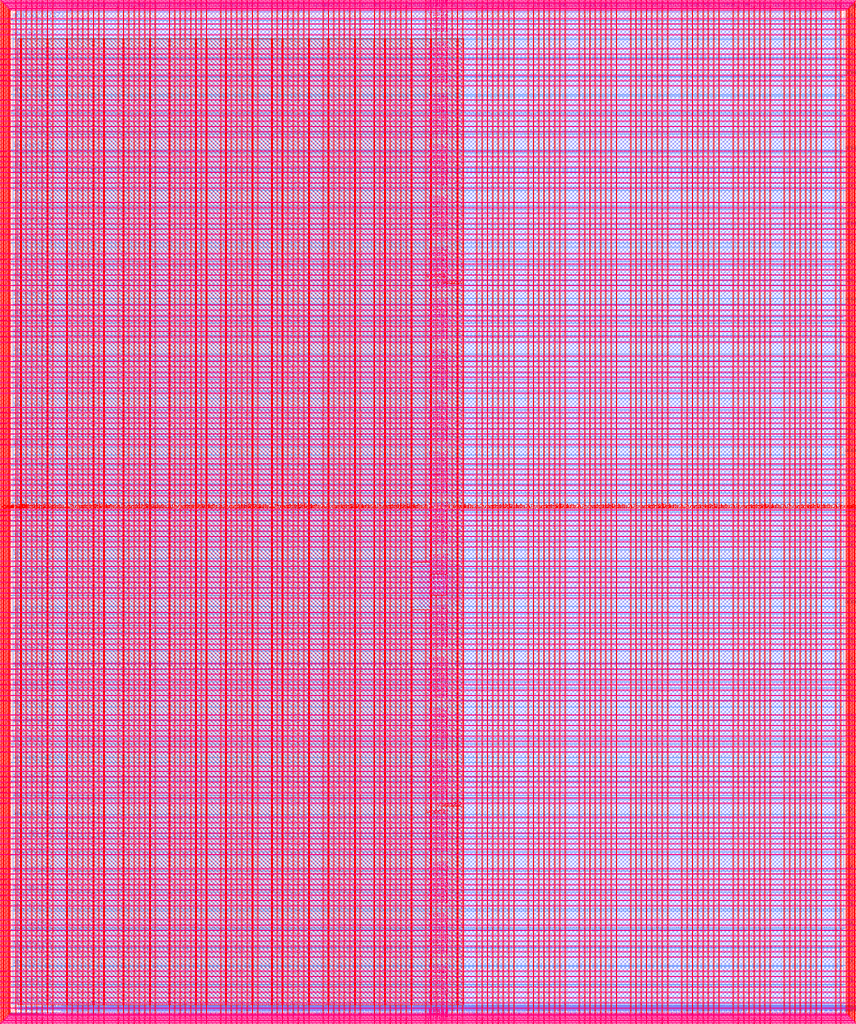
<source format=lef>
VERSION 5.7 ;
  NOWIREEXTENSIONATPIN ON ;
  DIVIDERCHAR "/" ;
  BUSBITCHARS "[]" ;
MACRO user_project_wrapper
  CLASS BLOCK ;
  FOREIGN user_project_wrapper ;
  ORIGIN 0.000 0.000 ;
  SIZE 2920.000 BY 3520.000 ;
  PIN analog_io[0]
    DIRECTION INOUT ;
    USE SIGNAL ;
    PORT
      LAYER met3 ;
        RECT 2917.600 1426.380 2924.800 1427.580 ;
    END
  END analog_io[0]
  PIN analog_io[10]
    DIRECTION INOUT ;
    USE SIGNAL ;
    PORT
      LAYER met2 ;
        RECT 2230.490 3517.600 2231.050 3524.800 ;
    END
  END analog_io[10]
  PIN analog_io[11]
    DIRECTION INOUT ;
    USE SIGNAL ;
    PORT
      LAYER met2 ;
        RECT 1905.730 3517.600 1906.290 3524.800 ;
    END
  END analog_io[11]
  PIN analog_io[12]
    DIRECTION INOUT ;
    USE SIGNAL ;
    PORT
      LAYER met2 ;
        RECT 1581.430 3517.600 1581.990 3524.800 ;
    END
  END analog_io[12]
  PIN analog_io[13]
    DIRECTION INOUT ;
    USE SIGNAL ;
    PORT
      LAYER met2 ;
        RECT 1257.130 3517.600 1257.690 3524.800 ;
    END
  END analog_io[13]
  PIN analog_io[14]
    DIRECTION INOUT ;
    USE SIGNAL ;
    PORT
      LAYER met2 ;
        RECT 932.370 3517.600 932.930 3524.800 ;
    END
  END analog_io[14]
  PIN analog_io[15]
    DIRECTION INOUT ;
    USE SIGNAL ;
    PORT
      LAYER met2 ;
        RECT 608.070 3517.600 608.630 3524.800 ;
    END
  END analog_io[15]
  PIN analog_io[16]
    DIRECTION INOUT ;
    USE SIGNAL ;
    PORT
      LAYER met2 ;
        RECT 283.770 3517.600 284.330 3524.800 ;
    END
  END analog_io[16]
  PIN analog_io[17]
    DIRECTION INOUT ;
    USE SIGNAL ;
    PORT
      LAYER met3 ;
        RECT -4.800 3486.100 2.400 3487.300 ;
    END
  END analog_io[17]
  PIN analog_io[18]
    DIRECTION INOUT ;
    USE SIGNAL ;
    PORT
      LAYER met3 ;
        RECT -4.800 3224.980 2.400 3226.180 ;
    END
  END analog_io[18]
  PIN analog_io[19]
    DIRECTION INOUT ;
    USE SIGNAL ;
    PORT
      LAYER met3 ;
        RECT -4.800 2964.540 2.400 2965.740 ;
    END
  END analog_io[19]
  PIN analog_io[1]
    DIRECTION INOUT ;
    USE SIGNAL ;
    PORT
      LAYER met3 ;
        RECT 2917.600 1692.260 2924.800 1693.460 ;
    END
  END analog_io[1]
  PIN analog_io[20]
    DIRECTION INOUT ;
    USE SIGNAL ;
    PORT
      LAYER met3 ;
        RECT -4.800 2703.420 2.400 2704.620 ;
    END
  END analog_io[20]
  PIN analog_io[21]
    DIRECTION INOUT ;
    USE SIGNAL ;
    PORT
      LAYER met3 ;
        RECT -4.800 2442.980 2.400 2444.180 ;
    END
  END analog_io[21]
  PIN analog_io[22]
    DIRECTION INOUT ;
    USE SIGNAL ;
    PORT
      LAYER met3 ;
        RECT -4.800 2182.540 2.400 2183.740 ;
    END
  END analog_io[22]
  PIN analog_io[23]
    DIRECTION INOUT ;
    USE SIGNAL ;
    PORT
      LAYER met3 ;
        RECT -4.800 1921.420 2.400 1922.620 ;
    END
  END analog_io[23]
  PIN analog_io[24]
    DIRECTION INOUT ;
    USE SIGNAL ;
    PORT
      LAYER met3 ;
        RECT -4.800 1660.980 2.400 1662.180 ;
    END
  END analog_io[24]
  PIN analog_io[25]
    DIRECTION INOUT ;
    USE SIGNAL ;
    PORT
      LAYER met3 ;
        RECT -4.800 1399.860 2.400 1401.060 ;
    END
  END analog_io[25]
  PIN analog_io[26]
    DIRECTION INOUT ;
    USE SIGNAL ;
    PORT
      LAYER met3 ;
        RECT -4.800 1139.420 2.400 1140.620 ;
    END
  END analog_io[26]
  PIN analog_io[27]
    DIRECTION INOUT ;
    USE SIGNAL ;
    PORT
      LAYER met3 ;
        RECT -4.800 878.980 2.400 880.180 ;
    END
  END analog_io[27]
  PIN analog_io[28]
    DIRECTION INOUT ;
    USE SIGNAL ;
    PORT
      LAYER met3 ;
        RECT -4.800 617.860 2.400 619.060 ;
    END
  END analog_io[28]
  PIN analog_io[2]
    DIRECTION INOUT ;
    USE SIGNAL ;
    PORT
      LAYER met3 ;
        RECT 2917.600 1958.140 2924.800 1959.340 ;
    END
  END analog_io[2]
  PIN analog_io[3]
    DIRECTION INOUT ;
    USE SIGNAL ;
    PORT
      LAYER met3 ;
        RECT 2917.600 2223.340 2924.800 2224.540 ;
    END
  END analog_io[3]
  PIN analog_io[4]
    DIRECTION INOUT ;
    USE SIGNAL ;
    PORT
      LAYER met3 ;
        RECT 2917.600 2489.220 2924.800 2490.420 ;
    END
  END analog_io[4]
  PIN analog_io[5]
    DIRECTION INOUT ;
    USE SIGNAL ;
    PORT
      LAYER met3 ;
        RECT 2917.600 2755.100 2924.800 2756.300 ;
    END
  END analog_io[5]
  PIN analog_io[6]
    DIRECTION INOUT ;
    USE SIGNAL ;
    PORT
      LAYER met3 ;
        RECT 2917.600 3020.300 2924.800 3021.500 ;
    END
  END analog_io[6]
  PIN analog_io[7]
    DIRECTION INOUT ;
    USE SIGNAL ;
    PORT
      LAYER met3 ;
        RECT 2917.600 3286.180 2924.800 3287.380 ;
    END
  END analog_io[7]
  PIN analog_io[8]
    DIRECTION INOUT ;
    USE SIGNAL ;
    PORT
      LAYER met2 ;
        RECT 2879.090 3517.600 2879.650 3524.800 ;
    END
  END analog_io[8]
  PIN analog_io[9]
    DIRECTION INOUT ;
    USE SIGNAL ;
    PORT
      LAYER met2 ;
        RECT 2554.790 3517.600 2555.350 3524.800 ;
    END
  END analog_io[9]
  PIN io_in[0]
    DIRECTION INPUT ;
    USE SIGNAL ;
    PORT
      LAYER met3 ;
        RECT 2917.600 32.380 2924.800 33.580 ;
    END
  END io_in[0]
  PIN io_in[10]
    DIRECTION INPUT ;
    USE SIGNAL ;
    PORT
      LAYER met3 ;
        RECT 2917.600 2289.980 2924.800 2291.180 ;
    END
  END io_in[10]
  PIN io_in[11]
    DIRECTION INPUT ;
    USE SIGNAL ;
    PORT
      LAYER met3 ;
        RECT 2917.600 2555.860 2924.800 2557.060 ;
    END
  END io_in[11]
  PIN io_in[12]
    DIRECTION INPUT ;
    USE SIGNAL ;
    PORT
      LAYER met3 ;
        RECT 2917.600 2821.060 2924.800 2822.260 ;
    END
  END io_in[12]
  PIN io_in[13]
    DIRECTION INPUT ;
    USE SIGNAL ;
    PORT
      LAYER met3 ;
        RECT 2917.600 3086.940 2924.800 3088.140 ;
    END
  END io_in[13]
  PIN io_in[14]
    DIRECTION INPUT ;
    USE SIGNAL ;
    PORT
      LAYER met3 ;
        RECT 2917.600 3352.820 2924.800 3354.020 ;
    END
  END io_in[14]
  PIN io_in[15]
    DIRECTION INPUT ;
    USE SIGNAL ;
    PORT
      LAYER met2 ;
        RECT 2798.130 3517.600 2798.690 3524.800 ;
    END
  END io_in[15]
  PIN io_in[16]
    DIRECTION INPUT ;
    USE SIGNAL ;
    PORT
      LAYER met2 ;
        RECT 2473.830 3517.600 2474.390 3524.800 ;
    END
  END io_in[16]
  PIN io_in[17]
    DIRECTION INPUT ;
    USE SIGNAL ;
    PORT
      LAYER met2 ;
        RECT 2149.070 3517.600 2149.630 3524.800 ;
    END
  END io_in[17]
  PIN io_in[18]
    DIRECTION INPUT ;
    USE SIGNAL ;
    PORT
      LAYER met2 ;
        RECT 1824.770 3517.600 1825.330 3524.800 ;
    END
  END io_in[18]
  PIN io_in[19]
    DIRECTION INPUT ;
    USE SIGNAL ;
    PORT
      LAYER met2 ;
        RECT 1500.470 3517.600 1501.030 3524.800 ;
    END
  END io_in[19]
  PIN io_in[1]
    DIRECTION INPUT ;
    USE SIGNAL ;
    PORT
      LAYER met3 ;
        RECT 2917.600 230.940 2924.800 232.140 ;
    END
  END io_in[1]
  PIN io_in[20]
    DIRECTION INPUT ;
    USE SIGNAL ;
    PORT
      LAYER met2 ;
        RECT 1175.710 3517.600 1176.270 3524.800 ;
    END
  END io_in[20]
  PIN io_in[21]
    DIRECTION INPUT ;
    USE SIGNAL ;
    PORT
      LAYER met2 ;
        RECT 851.410 3517.600 851.970 3524.800 ;
    END
  END io_in[21]
  PIN io_in[22]
    DIRECTION INPUT ;
    USE SIGNAL ;
    PORT
      LAYER met2 ;
        RECT 527.110 3517.600 527.670 3524.800 ;
    END
  END io_in[22]
  PIN io_in[23]
    DIRECTION INPUT ;
    USE SIGNAL ;
    PORT
      LAYER met2 ;
        RECT 202.350 3517.600 202.910 3524.800 ;
    END
  END io_in[23]
  PIN io_in[24]
    DIRECTION INPUT ;
    USE SIGNAL ;
    PORT
      LAYER met3 ;
        RECT -4.800 3420.820 2.400 3422.020 ;
    END
  END io_in[24]
  PIN io_in[25]
    DIRECTION INPUT ;
    USE SIGNAL ;
    PORT
      LAYER met3 ;
        RECT -4.800 3159.700 2.400 3160.900 ;
    END
  END io_in[25]
  PIN io_in[26]
    DIRECTION INPUT ;
    USE SIGNAL ;
    PORT
      LAYER met3 ;
        RECT -4.800 2899.260 2.400 2900.460 ;
    END
  END io_in[26]
  PIN io_in[27]
    DIRECTION INPUT ;
    USE SIGNAL ;
    PORT
      LAYER met3 ;
        RECT -4.800 2638.820 2.400 2640.020 ;
    END
  END io_in[27]
  PIN io_in[28]
    DIRECTION INPUT ;
    USE SIGNAL ;
    PORT
      LAYER met3 ;
        RECT -4.800 2377.700 2.400 2378.900 ;
    END
  END io_in[28]
  PIN io_in[29]
    DIRECTION INPUT ;
    USE SIGNAL ;
    PORT
      LAYER met3 ;
        RECT -4.800 2117.260 2.400 2118.460 ;
    END
  END io_in[29]
  PIN io_in[2]
    DIRECTION INPUT ;
    USE SIGNAL ;
    PORT
      LAYER met3 ;
        RECT 2917.600 430.180 2924.800 431.380 ;
    END
  END io_in[2]
  PIN io_in[30]
    DIRECTION INPUT ;
    USE SIGNAL ;
    PORT
      LAYER met3 ;
        RECT -4.800 1856.140 2.400 1857.340 ;
    END
  END io_in[30]
  PIN io_in[31]
    DIRECTION INPUT ;
    USE SIGNAL ;
    PORT
      LAYER met3 ;
        RECT -4.800 1595.700 2.400 1596.900 ;
    END
  END io_in[31]
  PIN io_in[32]
    DIRECTION INPUT ;
    USE SIGNAL ;
    PORT
      LAYER met3 ;
        RECT -4.800 1335.260 2.400 1336.460 ;
    END
  END io_in[32]
  PIN io_in[33]
    DIRECTION INPUT ;
    USE SIGNAL ;
    PORT
      LAYER met3 ;
        RECT -4.800 1074.140 2.400 1075.340 ;
    END
  END io_in[33]
  PIN io_in[34]
    DIRECTION INPUT ;
    USE SIGNAL ;
    PORT
      LAYER met3 ;
        RECT -4.800 813.700 2.400 814.900 ;
    END
  END io_in[34]
  PIN io_in[35]
    DIRECTION INPUT ;
    USE SIGNAL ;
    PORT
      LAYER met3 ;
        RECT -4.800 552.580 2.400 553.780 ;
    END
  END io_in[35]
  PIN io_in[36]
    DIRECTION INPUT ;
    USE SIGNAL ;
    PORT
      LAYER met3 ;
        RECT -4.800 357.420 2.400 358.620 ;
    END
  END io_in[36]
  PIN io_in[37]
    DIRECTION INPUT ;
    USE SIGNAL ;
    PORT
      LAYER met3 ;
        RECT -4.800 161.580 2.400 162.780 ;
    END
  END io_in[37]
  PIN io_in[3]
    DIRECTION INPUT ;
    USE SIGNAL ;
    PORT
      LAYER met3 ;
        RECT 2917.600 629.420 2924.800 630.620 ;
    END
  END io_in[3]
  PIN io_in[4]
    DIRECTION INPUT ;
    USE SIGNAL ;
    PORT
      LAYER met3 ;
        RECT 2917.600 828.660 2924.800 829.860 ;
    END
  END io_in[4]
  PIN io_in[5]
    DIRECTION INPUT ;
    USE SIGNAL ;
    PORT
      LAYER met3 ;
        RECT 2917.600 1027.900 2924.800 1029.100 ;
    END
  END io_in[5]
  PIN io_in[6]
    DIRECTION INPUT ;
    USE SIGNAL ;
    PORT
      LAYER met3 ;
        RECT 2917.600 1227.140 2924.800 1228.340 ;
    END
  END io_in[6]
  PIN io_in[7]
    DIRECTION INPUT ;
    USE SIGNAL ;
    PORT
      LAYER met3 ;
        RECT 2917.600 1493.020 2924.800 1494.220 ;
    END
  END io_in[7]
  PIN io_in[8]
    DIRECTION INPUT ;
    USE SIGNAL ;
    PORT
      LAYER met3 ;
        RECT 2917.600 1758.900 2924.800 1760.100 ;
    END
  END io_in[8]
  PIN io_in[9]
    DIRECTION INPUT ;
    USE SIGNAL ;
    PORT
      LAYER met3 ;
        RECT 2917.600 2024.100 2924.800 2025.300 ;
    END
  END io_in[9]
  PIN io_oeb[0]
    DIRECTION OUTPUT TRISTATE ;
    USE SIGNAL ;
    PORT
      LAYER met3 ;
        RECT 2917.600 164.980 2924.800 166.180 ;
    END
  END io_oeb[0]
  PIN io_oeb[10]
    DIRECTION OUTPUT TRISTATE ;
    USE SIGNAL ;
    PORT
      LAYER met3 ;
        RECT 2917.600 2422.580 2924.800 2423.780 ;
    END
  END io_oeb[10]
  PIN io_oeb[11]
    DIRECTION OUTPUT TRISTATE ;
    USE SIGNAL ;
    PORT
      LAYER met3 ;
        RECT 2917.600 2688.460 2924.800 2689.660 ;
    END
  END io_oeb[11]
  PIN io_oeb[12]
    DIRECTION OUTPUT TRISTATE ;
    USE SIGNAL ;
    PORT
      LAYER met3 ;
        RECT 2917.600 2954.340 2924.800 2955.540 ;
    END
  END io_oeb[12]
  PIN io_oeb[13]
    DIRECTION OUTPUT TRISTATE ;
    USE SIGNAL ;
    PORT
      LAYER met3 ;
        RECT 2917.600 3219.540 2924.800 3220.740 ;
    END
  END io_oeb[13]
  PIN io_oeb[14]
    DIRECTION OUTPUT TRISTATE ;
    USE SIGNAL ;
    PORT
      LAYER met3 ;
        RECT 2917.600 3485.420 2924.800 3486.620 ;
    END
  END io_oeb[14]
  PIN io_oeb[15]
    DIRECTION OUTPUT TRISTATE ;
    USE SIGNAL ;
    PORT
      LAYER met2 ;
        RECT 2635.750 3517.600 2636.310 3524.800 ;
    END
  END io_oeb[15]
  PIN io_oeb[16]
    DIRECTION OUTPUT TRISTATE ;
    USE SIGNAL ;
    PORT
      LAYER met2 ;
        RECT 2311.450 3517.600 2312.010 3524.800 ;
    END
  END io_oeb[16]
  PIN io_oeb[17]
    DIRECTION OUTPUT TRISTATE ;
    USE SIGNAL ;
    PORT
      LAYER met2 ;
        RECT 1987.150 3517.600 1987.710 3524.800 ;
    END
  END io_oeb[17]
  PIN io_oeb[18]
    DIRECTION OUTPUT TRISTATE ;
    USE SIGNAL ;
    PORT
      LAYER met2 ;
        RECT 1662.390 3517.600 1662.950 3524.800 ;
    END
  END io_oeb[18]
  PIN io_oeb[19]
    DIRECTION OUTPUT TRISTATE ;
    USE SIGNAL ;
    PORT
      LAYER met2 ;
        RECT 1338.090 3517.600 1338.650 3524.800 ;
    END
  END io_oeb[19]
  PIN io_oeb[1]
    DIRECTION OUTPUT TRISTATE ;
    USE SIGNAL ;
    PORT
      LAYER met3 ;
        RECT 2917.600 364.220 2924.800 365.420 ;
    END
  END io_oeb[1]
  PIN io_oeb[20]
    DIRECTION OUTPUT TRISTATE ;
    USE SIGNAL ;
    PORT
      LAYER met2 ;
        RECT 1013.790 3517.600 1014.350 3524.800 ;
    END
  END io_oeb[20]
  PIN io_oeb[21]
    DIRECTION OUTPUT TRISTATE ;
    USE SIGNAL ;
    PORT
      LAYER met2 ;
        RECT 689.030 3517.600 689.590 3524.800 ;
    END
  END io_oeb[21]
  PIN io_oeb[22]
    DIRECTION OUTPUT TRISTATE ;
    USE SIGNAL ;
    PORT
      LAYER met2 ;
        RECT 364.730 3517.600 365.290 3524.800 ;
    END
  END io_oeb[22]
  PIN io_oeb[23]
    DIRECTION OUTPUT TRISTATE ;
    USE SIGNAL ;
    PORT
      LAYER met2 ;
        RECT 40.430 3517.600 40.990 3524.800 ;
    END
  END io_oeb[23]
  PIN io_oeb[24]
    DIRECTION OUTPUT TRISTATE ;
    USE SIGNAL ;
    PORT
      LAYER met3 ;
        RECT -4.800 3290.260 2.400 3291.460 ;
    END
  END io_oeb[24]
  PIN io_oeb[25]
    DIRECTION OUTPUT TRISTATE ;
    USE SIGNAL ;
    PORT
      LAYER met3 ;
        RECT -4.800 3029.820 2.400 3031.020 ;
    END
  END io_oeb[25]
  PIN io_oeb[26]
    DIRECTION OUTPUT TRISTATE ;
    USE SIGNAL ;
    PORT
      LAYER met3 ;
        RECT -4.800 2768.700 2.400 2769.900 ;
    END
  END io_oeb[26]
  PIN io_oeb[27]
    DIRECTION OUTPUT TRISTATE ;
    USE SIGNAL ;
    PORT
      LAYER met3 ;
        RECT -4.800 2508.260 2.400 2509.460 ;
    END
  END io_oeb[27]
  PIN io_oeb[28]
    DIRECTION OUTPUT TRISTATE ;
    USE SIGNAL ;
    PORT
      LAYER met3 ;
        RECT -4.800 2247.140 2.400 2248.340 ;
    END
  END io_oeb[28]
  PIN io_oeb[29]
    DIRECTION OUTPUT TRISTATE ;
    USE SIGNAL ;
    PORT
      LAYER met3 ;
        RECT -4.800 1986.700 2.400 1987.900 ;
    END
  END io_oeb[29]
  PIN io_oeb[2]
    DIRECTION OUTPUT TRISTATE ;
    USE SIGNAL ;
    PORT
      LAYER met3 ;
        RECT 2917.600 563.460 2924.800 564.660 ;
    END
  END io_oeb[2]
  PIN io_oeb[30]
    DIRECTION OUTPUT TRISTATE ;
    USE SIGNAL ;
    PORT
      LAYER met3 ;
        RECT -4.800 1726.260 2.400 1727.460 ;
    END
  END io_oeb[30]
  PIN io_oeb[31]
    DIRECTION OUTPUT TRISTATE ;
    USE SIGNAL ;
    PORT
      LAYER met3 ;
        RECT -4.800 1465.140 2.400 1466.340 ;
    END
  END io_oeb[31]
  PIN io_oeb[32]
    DIRECTION OUTPUT TRISTATE ;
    USE SIGNAL ;
    PORT
      LAYER met3 ;
        RECT -4.800 1204.700 2.400 1205.900 ;
    END
  END io_oeb[32]
  PIN io_oeb[33]
    DIRECTION OUTPUT TRISTATE ;
    USE SIGNAL ;
    PORT
      LAYER met3 ;
        RECT -4.800 943.580 2.400 944.780 ;
    END
  END io_oeb[33]
  PIN io_oeb[34]
    DIRECTION OUTPUT TRISTATE ;
    USE SIGNAL ;
    PORT
      LAYER met3 ;
        RECT -4.800 683.140 2.400 684.340 ;
    END
  END io_oeb[34]
  PIN io_oeb[35]
    DIRECTION OUTPUT TRISTATE ;
    USE SIGNAL ;
    PORT
      LAYER met3 ;
        RECT -4.800 422.700 2.400 423.900 ;
    END
  END io_oeb[35]
  PIN io_oeb[36]
    DIRECTION OUTPUT TRISTATE ;
    USE SIGNAL ;
    PORT
      LAYER met3 ;
        RECT -4.800 226.860 2.400 228.060 ;
    END
  END io_oeb[36]
  PIN io_oeb[37]
    DIRECTION OUTPUT TRISTATE ;
    USE SIGNAL ;
    PORT
      LAYER met3 ;
        RECT -4.800 31.700 2.400 32.900 ;
    END
  END io_oeb[37]
  PIN io_oeb[3]
    DIRECTION OUTPUT TRISTATE ;
    USE SIGNAL ;
    PORT
      LAYER met3 ;
        RECT 2917.600 762.700 2924.800 763.900 ;
    END
  END io_oeb[3]
  PIN io_oeb[4]
    DIRECTION OUTPUT TRISTATE ;
    USE SIGNAL ;
    PORT
      LAYER met3 ;
        RECT 2917.600 961.940 2924.800 963.140 ;
    END
  END io_oeb[4]
  PIN io_oeb[5]
    DIRECTION OUTPUT TRISTATE ;
    USE SIGNAL ;
    PORT
      LAYER met3 ;
        RECT 2917.600 1161.180 2924.800 1162.380 ;
    END
  END io_oeb[5]
  PIN io_oeb[6]
    DIRECTION OUTPUT TRISTATE ;
    USE SIGNAL ;
    PORT
      LAYER met3 ;
        RECT 2917.600 1360.420 2924.800 1361.620 ;
    END
  END io_oeb[6]
  PIN io_oeb[7]
    DIRECTION OUTPUT TRISTATE ;
    USE SIGNAL ;
    PORT
      LAYER met3 ;
        RECT 2917.600 1625.620 2924.800 1626.820 ;
    END
  END io_oeb[7]
  PIN io_oeb[8]
    DIRECTION OUTPUT TRISTATE ;
    USE SIGNAL ;
    PORT
      LAYER met3 ;
        RECT 2917.600 1891.500 2924.800 1892.700 ;
    END
  END io_oeb[8]
  PIN io_oeb[9]
    DIRECTION OUTPUT TRISTATE ;
    USE SIGNAL ;
    PORT
      LAYER met3 ;
        RECT 2917.600 2157.380 2924.800 2158.580 ;
    END
  END io_oeb[9]
  PIN io_out[0]
    DIRECTION OUTPUT TRISTATE ;
    USE SIGNAL ;
    PORT
      LAYER met3 ;
        RECT 2917.600 98.340 2924.800 99.540 ;
    END
  END io_out[0]
  PIN io_out[10]
    DIRECTION OUTPUT TRISTATE ;
    USE SIGNAL ;
    PORT
      LAYER met3 ;
        RECT 2917.600 2356.620 2924.800 2357.820 ;
    END
  END io_out[10]
  PIN io_out[11]
    DIRECTION OUTPUT TRISTATE ;
    USE SIGNAL ;
    PORT
      LAYER met3 ;
        RECT 2917.600 2621.820 2924.800 2623.020 ;
    END
  END io_out[11]
  PIN io_out[12]
    DIRECTION OUTPUT TRISTATE ;
    USE SIGNAL ;
    PORT
      LAYER met3 ;
        RECT 2917.600 2887.700 2924.800 2888.900 ;
    END
  END io_out[12]
  PIN io_out[13]
    DIRECTION OUTPUT TRISTATE ;
    USE SIGNAL ;
    PORT
      LAYER met3 ;
        RECT 2917.600 3153.580 2924.800 3154.780 ;
    END
  END io_out[13]
  PIN io_out[14]
    DIRECTION OUTPUT TRISTATE ;
    USE SIGNAL ;
    PORT
      LAYER met3 ;
        RECT 2917.600 3418.780 2924.800 3419.980 ;
    END
  END io_out[14]
  PIN io_out[15]
    DIRECTION OUTPUT TRISTATE ;
    USE SIGNAL ;
    PORT
      LAYER met2 ;
        RECT 2717.170 3517.600 2717.730 3524.800 ;
    END
  END io_out[15]
  PIN io_out[16]
    DIRECTION OUTPUT TRISTATE ;
    USE SIGNAL ;
    PORT
      LAYER met2 ;
        RECT 2392.410 3517.600 2392.970 3524.800 ;
    END
  END io_out[16]
  PIN io_out[17]
    DIRECTION OUTPUT TRISTATE ;
    USE SIGNAL ;
    PORT
      LAYER met2 ;
        RECT 2068.110 3517.600 2068.670 3524.800 ;
    END
  END io_out[17]
  PIN io_out[18]
    DIRECTION OUTPUT TRISTATE ;
    USE SIGNAL ;
    PORT
      LAYER met2 ;
        RECT 1743.810 3517.600 1744.370 3524.800 ;
    END
  END io_out[18]
  PIN io_out[19]
    DIRECTION OUTPUT TRISTATE ;
    USE SIGNAL ;
    PORT
      LAYER met2 ;
        RECT 1419.050 3517.600 1419.610 3524.800 ;
    END
  END io_out[19]
  PIN io_out[1]
    DIRECTION OUTPUT TRISTATE ;
    USE SIGNAL ;
    PORT
      LAYER met3 ;
        RECT 2917.600 297.580 2924.800 298.780 ;
    END
  END io_out[1]
  PIN io_out[20]
    DIRECTION OUTPUT TRISTATE ;
    USE SIGNAL ;
    PORT
      LAYER met2 ;
        RECT 1094.750 3517.600 1095.310 3524.800 ;
    END
  END io_out[20]
  PIN io_out[21]
    DIRECTION OUTPUT TRISTATE ;
    USE SIGNAL ;
    PORT
      LAYER met2 ;
        RECT 770.450 3517.600 771.010 3524.800 ;
    END
  END io_out[21]
  PIN io_out[22]
    DIRECTION OUTPUT TRISTATE ;
    USE SIGNAL ;
    PORT
      LAYER met2 ;
        RECT 445.690 3517.600 446.250 3524.800 ;
    END
  END io_out[22]
  PIN io_out[23]
    DIRECTION OUTPUT TRISTATE ;
    USE SIGNAL ;
    PORT
      LAYER met2 ;
        RECT 121.390 3517.600 121.950 3524.800 ;
    END
  END io_out[23]
  PIN io_out[24]
    DIRECTION OUTPUT TRISTATE ;
    USE SIGNAL ;
    PORT
      LAYER met3 ;
        RECT -4.800 3355.540 2.400 3356.740 ;
    END
  END io_out[24]
  PIN io_out[25]
    DIRECTION OUTPUT TRISTATE ;
    USE SIGNAL ;
    PORT
      LAYER met3 ;
        RECT -4.800 3095.100 2.400 3096.300 ;
    END
  END io_out[25]
  PIN io_out[26]
    DIRECTION OUTPUT TRISTATE ;
    USE SIGNAL ;
    PORT
      LAYER met3 ;
        RECT -4.800 2833.980 2.400 2835.180 ;
    END
  END io_out[26]
  PIN io_out[27]
    DIRECTION OUTPUT TRISTATE ;
    USE SIGNAL ;
    PORT
      LAYER met3 ;
        RECT -4.800 2573.540 2.400 2574.740 ;
    END
  END io_out[27]
  PIN io_out[28]
    DIRECTION OUTPUT TRISTATE ;
    USE SIGNAL ;
    PORT
      LAYER met3 ;
        RECT -4.800 2312.420 2.400 2313.620 ;
    END
  END io_out[28]
  PIN io_out[29]
    DIRECTION OUTPUT TRISTATE ;
    USE SIGNAL ;
    PORT
      LAYER met3 ;
        RECT -4.800 2051.980 2.400 2053.180 ;
    END
  END io_out[29]
  PIN io_out[2]
    DIRECTION OUTPUT TRISTATE ;
    USE SIGNAL ;
    PORT
      LAYER met3 ;
        RECT 2917.600 496.820 2924.800 498.020 ;
    END
  END io_out[2]
  PIN io_out[30]
    DIRECTION OUTPUT TRISTATE ;
    USE SIGNAL ;
    PORT
      LAYER met3 ;
        RECT -4.800 1791.540 2.400 1792.740 ;
    END
  END io_out[30]
  PIN io_out[31]
    DIRECTION OUTPUT TRISTATE ;
    USE SIGNAL ;
    PORT
      LAYER met3 ;
        RECT -4.800 1530.420 2.400 1531.620 ;
    END
  END io_out[31]
  PIN io_out[32]
    DIRECTION OUTPUT TRISTATE ;
    USE SIGNAL ;
    PORT
      LAYER met3 ;
        RECT -4.800 1269.980 2.400 1271.180 ;
    END
  END io_out[32]
  PIN io_out[33]
    DIRECTION OUTPUT TRISTATE ;
    USE SIGNAL ;
    PORT
      LAYER met3 ;
        RECT -4.800 1008.860 2.400 1010.060 ;
    END
  END io_out[33]
  PIN io_out[34]
    DIRECTION OUTPUT TRISTATE ;
    USE SIGNAL ;
    PORT
      LAYER met3 ;
        RECT -4.800 748.420 2.400 749.620 ;
    END
  END io_out[34]
  PIN io_out[35]
    DIRECTION OUTPUT TRISTATE ;
    USE SIGNAL ;
    PORT
      LAYER met3 ;
        RECT -4.800 487.300 2.400 488.500 ;
    END
  END io_out[35]
  PIN io_out[36]
    DIRECTION OUTPUT TRISTATE ;
    USE SIGNAL ;
    PORT
      LAYER met3 ;
        RECT -4.800 292.140 2.400 293.340 ;
    END
  END io_out[36]
  PIN io_out[37]
    DIRECTION OUTPUT TRISTATE ;
    USE SIGNAL ;
    PORT
      LAYER met3 ;
        RECT -4.800 96.300 2.400 97.500 ;
    END
  END io_out[37]
  PIN io_out[3]
    DIRECTION OUTPUT TRISTATE ;
    USE SIGNAL ;
    PORT
      LAYER met3 ;
        RECT 2917.600 696.060 2924.800 697.260 ;
    END
  END io_out[3]
  PIN io_out[4]
    DIRECTION OUTPUT TRISTATE ;
    USE SIGNAL ;
    PORT
      LAYER met3 ;
        RECT 2917.600 895.300 2924.800 896.500 ;
    END
  END io_out[4]
  PIN io_out[5]
    DIRECTION OUTPUT TRISTATE ;
    USE SIGNAL ;
    PORT
      LAYER met3 ;
        RECT 2917.600 1094.540 2924.800 1095.740 ;
    END
  END io_out[5]
  PIN io_out[6]
    DIRECTION OUTPUT TRISTATE ;
    USE SIGNAL ;
    PORT
      LAYER met3 ;
        RECT 2917.600 1293.780 2924.800 1294.980 ;
    END
  END io_out[6]
  PIN io_out[7]
    DIRECTION OUTPUT TRISTATE ;
    USE SIGNAL ;
    PORT
      LAYER met3 ;
        RECT 2917.600 1559.660 2924.800 1560.860 ;
    END
  END io_out[7]
  PIN io_out[8]
    DIRECTION OUTPUT TRISTATE ;
    USE SIGNAL ;
    PORT
      LAYER met3 ;
        RECT 2917.600 1824.860 2924.800 1826.060 ;
    END
  END io_out[8]
  PIN io_out[9]
    DIRECTION OUTPUT TRISTATE ;
    USE SIGNAL ;
    PORT
      LAYER met3 ;
        RECT 2917.600 2090.740 2924.800 2091.940 ;
    END
  END io_out[9]
  PIN la_data_in[0]
    DIRECTION INPUT ;
    USE SIGNAL ;
    PORT
      LAYER met2 ;
        RECT 629.230 -4.800 629.790 2.400 ;
    END
  END la_data_in[0]
  PIN la_data_in[100]
    DIRECTION INPUT ;
    USE SIGNAL ;
    PORT
      LAYER met2 ;
        RECT 2402.530 -4.800 2403.090 2.400 ;
    END
  END la_data_in[100]
  PIN la_data_in[101]
    DIRECTION INPUT ;
    USE SIGNAL ;
    PORT
      LAYER met2 ;
        RECT 2420.010 -4.800 2420.570 2.400 ;
    END
  END la_data_in[101]
  PIN la_data_in[102]
    DIRECTION INPUT ;
    USE SIGNAL ;
    PORT
      LAYER met2 ;
        RECT 2437.950 -4.800 2438.510 2.400 ;
    END
  END la_data_in[102]
  PIN la_data_in[103]
    DIRECTION INPUT ;
    USE SIGNAL ;
    PORT
      LAYER met2 ;
        RECT 2455.430 -4.800 2455.990 2.400 ;
    END
  END la_data_in[103]
  PIN la_data_in[104]
    DIRECTION INPUT ;
    USE SIGNAL ;
    PORT
      LAYER met2 ;
        RECT 2473.370 -4.800 2473.930 2.400 ;
    END
  END la_data_in[104]
  PIN la_data_in[105]
    DIRECTION INPUT ;
    USE SIGNAL ;
    PORT
      LAYER met2 ;
        RECT 2490.850 -4.800 2491.410 2.400 ;
    END
  END la_data_in[105]
  PIN la_data_in[106]
    DIRECTION INPUT ;
    USE SIGNAL ;
    PORT
      LAYER met2 ;
        RECT 2508.790 -4.800 2509.350 2.400 ;
    END
  END la_data_in[106]
  PIN la_data_in[107]
    DIRECTION INPUT ;
    USE SIGNAL ;
    PORT
      LAYER met2 ;
        RECT 2526.730 -4.800 2527.290 2.400 ;
    END
  END la_data_in[107]
  PIN la_data_in[108]
    DIRECTION INPUT ;
    USE SIGNAL ;
    PORT
      LAYER met2 ;
        RECT 2544.210 -4.800 2544.770 2.400 ;
    END
  END la_data_in[108]
  PIN la_data_in[109]
    DIRECTION INPUT ;
    USE SIGNAL ;
    PORT
      LAYER met2 ;
        RECT 2562.150 -4.800 2562.710 2.400 ;
    END
  END la_data_in[109]
  PIN la_data_in[10]
    DIRECTION INPUT ;
    USE SIGNAL ;
    PORT
      LAYER met2 ;
        RECT 806.330 -4.800 806.890 2.400 ;
    END
  END la_data_in[10]
  PIN la_data_in[110]
    DIRECTION INPUT ;
    USE SIGNAL ;
    PORT
      LAYER met2 ;
        RECT 2579.630 -4.800 2580.190 2.400 ;
    END
  END la_data_in[110]
  PIN la_data_in[111]
    DIRECTION INPUT ;
    USE SIGNAL ;
    PORT
      LAYER met2 ;
        RECT 2597.570 -4.800 2598.130 2.400 ;
    END
  END la_data_in[111]
  PIN la_data_in[112]
    DIRECTION INPUT ;
    USE SIGNAL ;
    PORT
      LAYER met2 ;
        RECT 2615.050 -4.800 2615.610 2.400 ;
    END
  END la_data_in[112]
  PIN la_data_in[113]
    DIRECTION INPUT ;
    USE SIGNAL ;
    PORT
      LAYER met2 ;
        RECT 2632.990 -4.800 2633.550 2.400 ;
    END
  END la_data_in[113]
  PIN la_data_in[114]
    DIRECTION INPUT ;
    USE SIGNAL ;
    PORT
      LAYER met2 ;
        RECT 2650.470 -4.800 2651.030 2.400 ;
    END
  END la_data_in[114]
  PIN la_data_in[115]
    DIRECTION INPUT ;
    USE SIGNAL ;
    PORT
      LAYER met2 ;
        RECT 2668.410 -4.800 2668.970 2.400 ;
    END
  END la_data_in[115]
  PIN la_data_in[116]
    DIRECTION INPUT ;
    USE SIGNAL ;
    PORT
      LAYER met2 ;
        RECT 2685.890 -4.800 2686.450 2.400 ;
    END
  END la_data_in[116]
  PIN la_data_in[117]
    DIRECTION INPUT ;
    USE SIGNAL ;
    PORT
      LAYER met2 ;
        RECT 2703.830 -4.800 2704.390 2.400 ;
    END
  END la_data_in[117]
  PIN la_data_in[118]
    DIRECTION INPUT ;
    USE SIGNAL ;
    PORT
      LAYER met2 ;
        RECT 2721.770 -4.800 2722.330 2.400 ;
    END
  END la_data_in[118]
  PIN la_data_in[119]
    DIRECTION INPUT ;
    USE SIGNAL ;
    PORT
      LAYER met2 ;
        RECT 2739.250 -4.800 2739.810 2.400 ;
    END
  END la_data_in[119]
  PIN la_data_in[11]
    DIRECTION INPUT ;
    USE SIGNAL ;
    PORT
      LAYER met2 ;
        RECT 824.270 -4.800 824.830 2.400 ;
    END
  END la_data_in[11]
  PIN la_data_in[120]
    DIRECTION INPUT ;
    USE SIGNAL ;
    PORT
      LAYER met2 ;
        RECT 2757.190 -4.800 2757.750 2.400 ;
    END
  END la_data_in[120]
  PIN la_data_in[121]
    DIRECTION INPUT ;
    USE SIGNAL ;
    PORT
      LAYER met2 ;
        RECT 2774.670 -4.800 2775.230 2.400 ;
    END
  END la_data_in[121]
  PIN la_data_in[122]
    DIRECTION INPUT ;
    USE SIGNAL ;
    PORT
      LAYER met2 ;
        RECT 2792.610 -4.800 2793.170 2.400 ;
    END
  END la_data_in[122]
  PIN la_data_in[123]
    DIRECTION INPUT ;
    USE SIGNAL ;
    PORT
      LAYER met2 ;
        RECT 2810.090 -4.800 2810.650 2.400 ;
    END
  END la_data_in[123]
  PIN la_data_in[124]
    DIRECTION INPUT ;
    USE SIGNAL ;
    PORT
      LAYER met2 ;
        RECT 2828.030 -4.800 2828.590 2.400 ;
    END
  END la_data_in[124]
  PIN la_data_in[125]
    DIRECTION INPUT ;
    USE SIGNAL ;
    PORT
      LAYER met2 ;
        RECT 2845.510 -4.800 2846.070 2.400 ;
    END
  END la_data_in[125]
  PIN la_data_in[126]
    DIRECTION INPUT ;
    USE SIGNAL ;
    PORT
      LAYER met2 ;
        RECT 2863.450 -4.800 2864.010 2.400 ;
    END
  END la_data_in[126]
  PIN la_data_in[127]
    DIRECTION INPUT ;
    USE SIGNAL ;
    PORT
      LAYER met2 ;
        RECT 2881.390 -4.800 2881.950 2.400 ;
    END
  END la_data_in[127]
  PIN la_data_in[12]
    DIRECTION INPUT ;
    USE SIGNAL ;
    PORT
      LAYER met2 ;
        RECT 841.750 -4.800 842.310 2.400 ;
    END
  END la_data_in[12]
  PIN la_data_in[13]
    DIRECTION INPUT ;
    USE SIGNAL ;
    PORT
      LAYER met2 ;
        RECT 859.690 -4.800 860.250 2.400 ;
    END
  END la_data_in[13]
  PIN la_data_in[14]
    DIRECTION INPUT ;
    USE SIGNAL ;
    PORT
      LAYER met2 ;
        RECT 877.170 -4.800 877.730 2.400 ;
    END
  END la_data_in[14]
  PIN la_data_in[15]
    DIRECTION INPUT ;
    USE SIGNAL ;
    PORT
      LAYER met2 ;
        RECT 895.110 -4.800 895.670 2.400 ;
    END
  END la_data_in[15]
  PIN la_data_in[16]
    DIRECTION INPUT ;
    USE SIGNAL ;
    PORT
      LAYER met2 ;
        RECT 912.590 -4.800 913.150 2.400 ;
    END
  END la_data_in[16]
  PIN la_data_in[17]
    DIRECTION INPUT ;
    USE SIGNAL ;
    PORT
      LAYER met2 ;
        RECT 930.530 -4.800 931.090 2.400 ;
    END
  END la_data_in[17]
  PIN la_data_in[18]
    DIRECTION INPUT ;
    USE SIGNAL ;
    PORT
      LAYER met2 ;
        RECT 948.470 -4.800 949.030 2.400 ;
    END
  END la_data_in[18]
  PIN la_data_in[19]
    DIRECTION INPUT ;
    USE SIGNAL ;
    PORT
      LAYER met2 ;
        RECT 965.950 -4.800 966.510 2.400 ;
    END
  END la_data_in[19]
  PIN la_data_in[1]
    DIRECTION INPUT ;
    USE SIGNAL ;
    PORT
      LAYER met2 ;
        RECT 646.710 -4.800 647.270 2.400 ;
    END
  END la_data_in[1]
  PIN la_data_in[20]
    DIRECTION INPUT ;
    USE SIGNAL ;
    PORT
      LAYER met2 ;
        RECT 983.890 -4.800 984.450 2.400 ;
    END
  END la_data_in[20]
  PIN la_data_in[21]
    DIRECTION INPUT ;
    USE SIGNAL ;
    PORT
      LAYER met2 ;
        RECT 1001.370 -4.800 1001.930 2.400 ;
    END
  END la_data_in[21]
  PIN la_data_in[22]
    DIRECTION INPUT ;
    USE SIGNAL ;
    PORT
      LAYER met2 ;
        RECT 1019.310 -4.800 1019.870 2.400 ;
    END
  END la_data_in[22]
  PIN la_data_in[23]
    DIRECTION INPUT ;
    USE SIGNAL ;
    PORT
      LAYER met2 ;
        RECT 1036.790 -4.800 1037.350 2.400 ;
    END
  END la_data_in[23]
  PIN la_data_in[24]
    DIRECTION INPUT ;
    USE SIGNAL ;
    PORT
      LAYER met2 ;
        RECT 1054.730 -4.800 1055.290 2.400 ;
    END
  END la_data_in[24]
  PIN la_data_in[25]
    DIRECTION INPUT ;
    USE SIGNAL ;
    PORT
      LAYER met2 ;
        RECT 1072.210 -4.800 1072.770 2.400 ;
    END
  END la_data_in[25]
  PIN la_data_in[26]
    DIRECTION INPUT ;
    USE SIGNAL ;
    PORT
      LAYER met2 ;
        RECT 1090.150 -4.800 1090.710 2.400 ;
    END
  END la_data_in[26]
  PIN la_data_in[27]
    DIRECTION INPUT ;
    USE SIGNAL ;
    PORT
      LAYER met2 ;
        RECT 1107.630 -4.800 1108.190 2.400 ;
    END
  END la_data_in[27]
  PIN la_data_in[28]
    DIRECTION INPUT ;
    USE SIGNAL ;
    PORT
      LAYER met2 ;
        RECT 1125.570 -4.800 1126.130 2.400 ;
    END
  END la_data_in[28]
  PIN la_data_in[29]
    DIRECTION INPUT ;
    USE SIGNAL ;
    PORT
      LAYER met2 ;
        RECT 1143.510 -4.800 1144.070 2.400 ;
    END
  END la_data_in[29]
  PIN la_data_in[2]
    DIRECTION INPUT ;
    USE SIGNAL ;
    PORT
      LAYER met2 ;
        RECT 664.650 -4.800 665.210 2.400 ;
    END
  END la_data_in[2]
  PIN la_data_in[30]
    DIRECTION INPUT ;
    USE SIGNAL ;
    PORT
      LAYER met2 ;
        RECT 1160.990 -4.800 1161.550 2.400 ;
    END
  END la_data_in[30]
  PIN la_data_in[31]
    DIRECTION INPUT ;
    USE SIGNAL ;
    PORT
      LAYER met2 ;
        RECT 1178.930 -4.800 1179.490 2.400 ;
    END
  END la_data_in[31]
  PIN la_data_in[32]
    DIRECTION INPUT ;
    USE SIGNAL ;
    PORT
      LAYER met2 ;
        RECT 1196.410 -4.800 1196.970 2.400 ;
    END
  END la_data_in[32]
  PIN la_data_in[33]
    DIRECTION INPUT ;
    USE SIGNAL ;
    PORT
      LAYER met2 ;
        RECT 1214.350 -4.800 1214.910 2.400 ;
    END
  END la_data_in[33]
  PIN la_data_in[34]
    DIRECTION INPUT ;
    USE SIGNAL ;
    PORT
      LAYER met2 ;
        RECT 1231.830 -4.800 1232.390 2.400 ;
    END
  END la_data_in[34]
  PIN la_data_in[35]
    DIRECTION INPUT ;
    USE SIGNAL ;
    PORT
      LAYER met2 ;
        RECT 1249.770 -4.800 1250.330 2.400 ;
    END
  END la_data_in[35]
  PIN la_data_in[36]
    DIRECTION INPUT ;
    USE SIGNAL ;
    PORT
      LAYER met2 ;
        RECT 1267.250 -4.800 1267.810 2.400 ;
    END
  END la_data_in[36]
  PIN la_data_in[37]
    DIRECTION INPUT ;
    USE SIGNAL ;
    PORT
      LAYER met2 ;
        RECT 1285.190 -4.800 1285.750 2.400 ;
    END
  END la_data_in[37]
  PIN la_data_in[38]
    DIRECTION INPUT ;
    USE SIGNAL ;
    PORT
      LAYER met2 ;
        RECT 1303.130 -4.800 1303.690 2.400 ;
    END
  END la_data_in[38]
  PIN la_data_in[39]
    DIRECTION INPUT ;
    USE SIGNAL ;
    PORT
      LAYER met2 ;
        RECT 1320.610 -4.800 1321.170 2.400 ;
    END
  END la_data_in[39]
  PIN la_data_in[3]
    DIRECTION INPUT ;
    USE SIGNAL ;
    PORT
      LAYER met2 ;
        RECT 682.130 -4.800 682.690 2.400 ;
    END
  END la_data_in[3]
  PIN la_data_in[40]
    DIRECTION INPUT ;
    USE SIGNAL ;
    PORT
      LAYER met2 ;
        RECT 1338.550 -4.800 1339.110 2.400 ;
    END
  END la_data_in[40]
  PIN la_data_in[41]
    DIRECTION INPUT ;
    USE SIGNAL ;
    PORT
      LAYER met2 ;
        RECT 1356.030 -4.800 1356.590 2.400 ;
    END
  END la_data_in[41]
  PIN la_data_in[42]
    DIRECTION INPUT ;
    USE SIGNAL ;
    PORT
      LAYER met2 ;
        RECT 1373.970 -4.800 1374.530 2.400 ;
    END
  END la_data_in[42]
  PIN la_data_in[43]
    DIRECTION INPUT ;
    USE SIGNAL ;
    PORT
      LAYER met2 ;
        RECT 1391.450 -4.800 1392.010 2.400 ;
    END
  END la_data_in[43]
  PIN la_data_in[44]
    DIRECTION INPUT ;
    USE SIGNAL ;
    PORT
      LAYER met2 ;
        RECT 1409.390 -4.800 1409.950 2.400 ;
    END
  END la_data_in[44]
  PIN la_data_in[45]
    DIRECTION INPUT ;
    USE SIGNAL ;
    PORT
      LAYER met2 ;
        RECT 1426.870 -4.800 1427.430 2.400 ;
    END
  END la_data_in[45]
  PIN la_data_in[46]
    DIRECTION INPUT ;
    USE SIGNAL ;
    PORT
      LAYER met2 ;
        RECT 1444.810 -4.800 1445.370 2.400 ;
    END
  END la_data_in[46]
  PIN la_data_in[47]
    DIRECTION INPUT ;
    USE SIGNAL ;
    PORT
      LAYER met2 ;
        RECT 1462.750 -4.800 1463.310 2.400 ;
    END
  END la_data_in[47]
  PIN la_data_in[48]
    DIRECTION INPUT ;
    USE SIGNAL ;
    PORT
      LAYER met2 ;
        RECT 1480.230 -4.800 1480.790 2.400 ;
    END
  END la_data_in[48]
  PIN la_data_in[49]
    DIRECTION INPUT ;
    USE SIGNAL ;
    PORT
      LAYER met2 ;
        RECT 1498.170 -4.800 1498.730 2.400 ;
    END
  END la_data_in[49]
  PIN la_data_in[4]
    DIRECTION INPUT ;
    USE SIGNAL ;
    PORT
      LAYER met2 ;
        RECT 700.070 -4.800 700.630 2.400 ;
    END
  END la_data_in[4]
  PIN la_data_in[50]
    DIRECTION INPUT ;
    USE SIGNAL ;
    PORT
      LAYER met2 ;
        RECT 1515.650 -4.800 1516.210 2.400 ;
    END
  END la_data_in[50]
  PIN la_data_in[51]
    DIRECTION INPUT ;
    USE SIGNAL ;
    PORT
      LAYER met2 ;
        RECT 1533.590 -4.800 1534.150 2.400 ;
    END
  END la_data_in[51]
  PIN la_data_in[52]
    DIRECTION INPUT ;
    USE SIGNAL ;
    PORT
      LAYER met2 ;
        RECT 1551.070 -4.800 1551.630 2.400 ;
    END
  END la_data_in[52]
  PIN la_data_in[53]
    DIRECTION INPUT ;
    USE SIGNAL ;
    PORT
      LAYER met2 ;
        RECT 1569.010 -4.800 1569.570 2.400 ;
    END
  END la_data_in[53]
  PIN la_data_in[54]
    DIRECTION INPUT ;
    USE SIGNAL ;
    PORT
      LAYER met2 ;
        RECT 1586.490 -4.800 1587.050 2.400 ;
    END
  END la_data_in[54]
  PIN la_data_in[55]
    DIRECTION INPUT ;
    USE SIGNAL ;
    PORT
      LAYER met2 ;
        RECT 1604.430 -4.800 1604.990 2.400 ;
    END
  END la_data_in[55]
  PIN la_data_in[56]
    DIRECTION INPUT ;
    USE SIGNAL ;
    PORT
      LAYER met2 ;
        RECT 1621.910 -4.800 1622.470 2.400 ;
    END
  END la_data_in[56]
  PIN la_data_in[57]
    DIRECTION INPUT ;
    USE SIGNAL ;
    PORT
      LAYER met2 ;
        RECT 1639.850 -4.800 1640.410 2.400 ;
    END
  END la_data_in[57]
  PIN la_data_in[58]
    DIRECTION INPUT ;
    USE SIGNAL ;
    PORT
      LAYER met2 ;
        RECT 1657.790 -4.800 1658.350 2.400 ;
    END
  END la_data_in[58]
  PIN la_data_in[59]
    DIRECTION INPUT ;
    USE SIGNAL ;
    PORT
      LAYER met2 ;
        RECT 1675.270 -4.800 1675.830 2.400 ;
    END
  END la_data_in[59]
  PIN la_data_in[5]
    DIRECTION INPUT ;
    USE SIGNAL ;
    PORT
      LAYER met2 ;
        RECT 717.550 -4.800 718.110 2.400 ;
    END
  END la_data_in[5]
  PIN la_data_in[60]
    DIRECTION INPUT ;
    USE SIGNAL ;
    PORT
      LAYER met2 ;
        RECT 1693.210 -4.800 1693.770 2.400 ;
    END
  END la_data_in[60]
  PIN la_data_in[61]
    DIRECTION INPUT ;
    USE SIGNAL ;
    PORT
      LAYER met2 ;
        RECT 1710.690 -4.800 1711.250 2.400 ;
    END
  END la_data_in[61]
  PIN la_data_in[62]
    DIRECTION INPUT ;
    USE SIGNAL ;
    PORT
      LAYER met2 ;
        RECT 1728.630 -4.800 1729.190 2.400 ;
    END
  END la_data_in[62]
  PIN la_data_in[63]
    DIRECTION INPUT ;
    USE SIGNAL ;
    PORT
      LAYER met2 ;
        RECT 1746.110 -4.800 1746.670 2.400 ;
    END
  END la_data_in[63]
  PIN la_data_in[64]
    DIRECTION INPUT ;
    USE SIGNAL ;
    PORT
      LAYER met2 ;
        RECT 1764.050 -4.800 1764.610 2.400 ;
    END
  END la_data_in[64]
  PIN la_data_in[65]
    DIRECTION INPUT ;
    USE SIGNAL ;
    PORT
      LAYER met2 ;
        RECT 1781.530 -4.800 1782.090 2.400 ;
    END
  END la_data_in[65]
  PIN la_data_in[66]
    DIRECTION INPUT ;
    USE SIGNAL ;
    PORT
      LAYER met2 ;
        RECT 1799.470 -4.800 1800.030 2.400 ;
    END
  END la_data_in[66]
  PIN la_data_in[67]
    DIRECTION INPUT ;
    USE SIGNAL ;
    PORT
      LAYER met2 ;
        RECT 1817.410 -4.800 1817.970 2.400 ;
    END
  END la_data_in[67]
  PIN la_data_in[68]
    DIRECTION INPUT ;
    USE SIGNAL ;
    PORT
      LAYER met2 ;
        RECT 1834.890 -4.800 1835.450 2.400 ;
    END
  END la_data_in[68]
  PIN la_data_in[69]
    DIRECTION INPUT ;
    USE SIGNAL ;
    PORT
      LAYER met2 ;
        RECT 1852.830 -4.800 1853.390 2.400 ;
    END
  END la_data_in[69]
  PIN la_data_in[6]
    DIRECTION INPUT ;
    USE SIGNAL ;
    PORT
      LAYER met2 ;
        RECT 735.490 -4.800 736.050 2.400 ;
    END
  END la_data_in[6]
  PIN la_data_in[70]
    DIRECTION INPUT ;
    USE SIGNAL ;
    PORT
      LAYER met2 ;
        RECT 1870.310 -4.800 1870.870 2.400 ;
    END
  END la_data_in[70]
  PIN la_data_in[71]
    DIRECTION INPUT ;
    USE SIGNAL ;
    PORT
      LAYER met2 ;
        RECT 1888.250 -4.800 1888.810 2.400 ;
    END
  END la_data_in[71]
  PIN la_data_in[72]
    DIRECTION INPUT ;
    USE SIGNAL ;
    PORT
      LAYER met2 ;
        RECT 1905.730 -4.800 1906.290 2.400 ;
    END
  END la_data_in[72]
  PIN la_data_in[73]
    DIRECTION INPUT ;
    USE SIGNAL ;
    PORT
      LAYER met2 ;
        RECT 1923.670 -4.800 1924.230 2.400 ;
    END
  END la_data_in[73]
  PIN la_data_in[74]
    DIRECTION INPUT ;
    USE SIGNAL ;
    PORT
      LAYER met2 ;
        RECT 1941.150 -4.800 1941.710 2.400 ;
    END
  END la_data_in[74]
  PIN la_data_in[75]
    DIRECTION INPUT ;
    USE SIGNAL ;
    PORT
      LAYER met2 ;
        RECT 1959.090 -4.800 1959.650 2.400 ;
    END
  END la_data_in[75]
  PIN la_data_in[76]
    DIRECTION INPUT ;
    USE SIGNAL ;
    PORT
      LAYER met2 ;
        RECT 1976.570 -4.800 1977.130 2.400 ;
    END
  END la_data_in[76]
  PIN la_data_in[77]
    DIRECTION INPUT ;
    USE SIGNAL ;
    PORT
      LAYER met2 ;
        RECT 1994.510 -4.800 1995.070 2.400 ;
    END
  END la_data_in[77]
  PIN la_data_in[78]
    DIRECTION INPUT ;
    USE SIGNAL ;
    PORT
      LAYER met2 ;
        RECT 2012.450 -4.800 2013.010 2.400 ;
    END
  END la_data_in[78]
  PIN la_data_in[79]
    DIRECTION INPUT ;
    USE SIGNAL ;
    PORT
      LAYER met2 ;
        RECT 2029.930 -4.800 2030.490 2.400 ;
    END
  END la_data_in[79]
  PIN la_data_in[7]
    DIRECTION INPUT ;
    USE SIGNAL ;
    PORT
      LAYER met2 ;
        RECT 752.970 -4.800 753.530 2.400 ;
    END
  END la_data_in[7]
  PIN la_data_in[80]
    DIRECTION INPUT ;
    USE SIGNAL ;
    PORT
      LAYER met2 ;
        RECT 2047.870 -4.800 2048.430 2.400 ;
    END
  END la_data_in[80]
  PIN la_data_in[81]
    DIRECTION INPUT ;
    USE SIGNAL ;
    PORT
      LAYER met2 ;
        RECT 2065.350 -4.800 2065.910 2.400 ;
    END
  END la_data_in[81]
  PIN la_data_in[82]
    DIRECTION INPUT ;
    USE SIGNAL ;
    PORT
      LAYER met2 ;
        RECT 2083.290 -4.800 2083.850 2.400 ;
    END
  END la_data_in[82]
  PIN la_data_in[83]
    DIRECTION INPUT ;
    USE SIGNAL ;
    PORT
      LAYER met2 ;
        RECT 2100.770 -4.800 2101.330 2.400 ;
    END
  END la_data_in[83]
  PIN la_data_in[84]
    DIRECTION INPUT ;
    USE SIGNAL ;
    PORT
      LAYER met2 ;
        RECT 2118.710 -4.800 2119.270 2.400 ;
    END
  END la_data_in[84]
  PIN la_data_in[85]
    DIRECTION INPUT ;
    USE SIGNAL ;
    PORT
      LAYER met2 ;
        RECT 2136.190 -4.800 2136.750 2.400 ;
    END
  END la_data_in[85]
  PIN la_data_in[86]
    DIRECTION INPUT ;
    USE SIGNAL ;
    PORT
      LAYER met2 ;
        RECT 2154.130 -4.800 2154.690 2.400 ;
    END
  END la_data_in[86]
  PIN la_data_in[87]
    DIRECTION INPUT ;
    USE SIGNAL ;
    PORT
      LAYER met2 ;
        RECT 2172.070 -4.800 2172.630 2.400 ;
    END
  END la_data_in[87]
  PIN la_data_in[88]
    DIRECTION INPUT ;
    USE SIGNAL ;
    PORT
      LAYER met2 ;
        RECT 2189.550 -4.800 2190.110 2.400 ;
    END
  END la_data_in[88]
  PIN la_data_in[89]
    DIRECTION INPUT ;
    USE SIGNAL ;
    PORT
      LAYER met2 ;
        RECT 2207.490 -4.800 2208.050 2.400 ;
    END
  END la_data_in[89]
  PIN la_data_in[8]
    DIRECTION INPUT ;
    USE SIGNAL ;
    PORT
      LAYER met2 ;
        RECT 770.910 -4.800 771.470 2.400 ;
    END
  END la_data_in[8]
  PIN la_data_in[90]
    DIRECTION INPUT ;
    USE SIGNAL ;
    PORT
      LAYER met2 ;
        RECT 2224.970 -4.800 2225.530 2.400 ;
    END
  END la_data_in[90]
  PIN la_data_in[91]
    DIRECTION INPUT ;
    USE SIGNAL ;
    PORT
      LAYER met2 ;
        RECT 2242.910 -4.800 2243.470 2.400 ;
    END
  END la_data_in[91]
  PIN la_data_in[92]
    DIRECTION INPUT ;
    USE SIGNAL ;
    PORT
      LAYER met2 ;
        RECT 2260.390 -4.800 2260.950 2.400 ;
    END
  END la_data_in[92]
  PIN la_data_in[93]
    DIRECTION INPUT ;
    USE SIGNAL ;
    PORT
      LAYER met2 ;
        RECT 2278.330 -4.800 2278.890 2.400 ;
    END
  END la_data_in[93]
  PIN la_data_in[94]
    DIRECTION INPUT ;
    USE SIGNAL ;
    PORT
      LAYER met2 ;
        RECT 2295.810 -4.800 2296.370 2.400 ;
    END
  END la_data_in[94]
  PIN la_data_in[95]
    DIRECTION INPUT ;
    USE SIGNAL ;
    PORT
      LAYER met2 ;
        RECT 2313.750 -4.800 2314.310 2.400 ;
    END
  END la_data_in[95]
  PIN la_data_in[96]
    DIRECTION INPUT ;
    USE SIGNAL ;
    PORT
      LAYER met2 ;
        RECT 2331.230 -4.800 2331.790 2.400 ;
    END
  END la_data_in[96]
  PIN la_data_in[97]
    DIRECTION INPUT ;
    USE SIGNAL ;
    PORT
      LAYER met2 ;
        RECT 2349.170 -4.800 2349.730 2.400 ;
    END
  END la_data_in[97]
  PIN la_data_in[98]
    DIRECTION INPUT ;
    USE SIGNAL ;
    PORT
      LAYER met2 ;
        RECT 2367.110 -4.800 2367.670 2.400 ;
    END
  END la_data_in[98]
  PIN la_data_in[99]
    DIRECTION INPUT ;
    USE SIGNAL ;
    PORT
      LAYER met2 ;
        RECT 2384.590 -4.800 2385.150 2.400 ;
    END
  END la_data_in[99]
  PIN la_data_in[9]
    DIRECTION INPUT ;
    USE SIGNAL ;
    PORT
      LAYER met2 ;
        RECT 788.850 -4.800 789.410 2.400 ;
    END
  END la_data_in[9]
  PIN la_data_out[0]
    DIRECTION OUTPUT TRISTATE ;
    USE SIGNAL ;
    PORT
      LAYER met2 ;
        RECT 634.750 -4.800 635.310 2.400 ;
    END
  END la_data_out[0]
  PIN la_data_out[100]
    DIRECTION OUTPUT TRISTATE ;
    USE SIGNAL ;
    PORT
      LAYER met2 ;
        RECT 2408.510 -4.800 2409.070 2.400 ;
    END
  END la_data_out[100]
  PIN la_data_out[101]
    DIRECTION OUTPUT TRISTATE ;
    USE SIGNAL ;
    PORT
      LAYER met2 ;
        RECT 2425.990 -4.800 2426.550 2.400 ;
    END
  END la_data_out[101]
  PIN la_data_out[102]
    DIRECTION OUTPUT TRISTATE ;
    USE SIGNAL ;
    PORT
      LAYER met2 ;
        RECT 2443.930 -4.800 2444.490 2.400 ;
    END
  END la_data_out[102]
  PIN la_data_out[103]
    DIRECTION OUTPUT TRISTATE ;
    USE SIGNAL ;
    PORT
      LAYER met2 ;
        RECT 2461.410 -4.800 2461.970 2.400 ;
    END
  END la_data_out[103]
  PIN la_data_out[104]
    DIRECTION OUTPUT TRISTATE ;
    USE SIGNAL ;
    PORT
      LAYER met2 ;
        RECT 2479.350 -4.800 2479.910 2.400 ;
    END
  END la_data_out[104]
  PIN la_data_out[105]
    DIRECTION OUTPUT TRISTATE ;
    USE SIGNAL ;
    PORT
      LAYER met2 ;
        RECT 2496.830 -4.800 2497.390 2.400 ;
    END
  END la_data_out[105]
  PIN la_data_out[106]
    DIRECTION OUTPUT TRISTATE ;
    USE SIGNAL ;
    PORT
      LAYER met2 ;
        RECT 2514.770 -4.800 2515.330 2.400 ;
    END
  END la_data_out[106]
  PIN la_data_out[107]
    DIRECTION OUTPUT TRISTATE ;
    USE SIGNAL ;
    PORT
      LAYER met2 ;
        RECT 2532.250 -4.800 2532.810 2.400 ;
    END
  END la_data_out[107]
  PIN la_data_out[108]
    DIRECTION OUTPUT TRISTATE ;
    USE SIGNAL ;
    PORT
      LAYER met2 ;
        RECT 2550.190 -4.800 2550.750 2.400 ;
    END
  END la_data_out[108]
  PIN la_data_out[109]
    DIRECTION OUTPUT TRISTATE ;
    USE SIGNAL ;
    PORT
      LAYER met2 ;
        RECT 2567.670 -4.800 2568.230 2.400 ;
    END
  END la_data_out[109]
  PIN la_data_out[10]
    DIRECTION OUTPUT TRISTATE ;
    USE SIGNAL ;
    PORT
      LAYER met2 ;
        RECT 812.310 -4.800 812.870 2.400 ;
    END
  END la_data_out[10]
  PIN la_data_out[110]
    DIRECTION OUTPUT TRISTATE ;
    USE SIGNAL ;
    PORT
      LAYER met2 ;
        RECT 2585.610 -4.800 2586.170 2.400 ;
    END
  END la_data_out[110]
  PIN la_data_out[111]
    DIRECTION OUTPUT TRISTATE ;
    USE SIGNAL ;
    PORT
      LAYER met2 ;
        RECT 2603.550 -4.800 2604.110 2.400 ;
    END
  END la_data_out[111]
  PIN la_data_out[112]
    DIRECTION OUTPUT TRISTATE ;
    USE SIGNAL ;
    PORT
      LAYER met2 ;
        RECT 2621.030 -4.800 2621.590 2.400 ;
    END
  END la_data_out[112]
  PIN la_data_out[113]
    DIRECTION OUTPUT TRISTATE ;
    USE SIGNAL ;
    PORT
      LAYER met2 ;
        RECT 2638.970 -4.800 2639.530 2.400 ;
    END
  END la_data_out[113]
  PIN la_data_out[114]
    DIRECTION OUTPUT TRISTATE ;
    USE SIGNAL ;
    PORT
      LAYER met2 ;
        RECT 2656.450 -4.800 2657.010 2.400 ;
    END
  END la_data_out[114]
  PIN la_data_out[115]
    DIRECTION OUTPUT TRISTATE ;
    USE SIGNAL ;
    PORT
      LAYER met2 ;
        RECT 2674.390 -4.800 2674.950 2.400 ;
    END
  END la_data_out[115]
  PIN la_data_out[116]
    DIRECTION OUTPUT TRISTATE ;
    USE SIGNAL ;
    PORT
      LAYER met2 ;
        RECT 2691.870 -4.800 2692.430 2.400 ;
    END
  END la_data_out[116]
  PIN la_data_out[117]
    DIRECTION OUTPUT TRISTATE ;
    USE SIGNAL ;
    PORT
      LAYER met2 ;
        RECT 2709.810 -4.800 2710.370 2.400 ;
    END
  END la_data_out[117]
  PIN la_data_out[118]
    DIRECTION OUTPUT TRISTATE ;
    USE SIGNAL ;
    PORT
      LAYER met2 ;
        RECT 2727.290 -4.800 2727.850 2.400 ;
    END
  END la_data_out[118]
  PIN la_data_out[119]
    DIRECTION OUTPUT TRISTATE ;
    USE SIGNAL ;
    PORT
      LAYER met2 ;
        RECT 2745.230 -4.800 2745.790 2.400 ;
    END
  END la_data_out[119]
  PIN la_data_out[11]
    DIRECTION OUTPUT TRISTATE ;
    USE SIGNAL ;
    PORT
      LAYER met2 ;
        RECT 830.250 -4.800 830.810 2.400 ;
    END
  END la_data_out[11]
  PIN la_data_out[120]
    DIRECTION OUTPUT TRISTATE ;
    USE SIGNAL ;
    PORT
      LAYER met2 ;
        RECT 2763.170 -4.800 2763.730 2.400 ;
    END
  END la_data_out[120]
  PIN la_data_out[121]
    DIRECTION OUTPUT TRISTATE ;
    USE SIGNAL ;
    PORT
      LAYER met2 ;
        RECT 2780.650 -4.800 2781.210 2.400 ;
    END
  END la_data_out[121]
  PIN la_data_out[122]
    DIRECTION OUTPUT TRISTATE ;
    USE SIGNAL ;
    PORT
      LAYER met2 ;
        RECT 2798.590 -4.800 2799.150 2.400 ;
    END
  END la_data_out[122]
  PIN la_data_out[123]
    DIRECTION OUTPUT TRISTATE ;
    USE SIGNAL ;
    PORT
      LAYER met2 ;
        RECT 2816.070 -4.800 2816.630 2.400 ;
    END
  END la_data_out[123]
  PIN la_data_out[124]
    DIRECTION OUTPUT TRISTATE ;
    USE SIGNAL ;
    PORT
      LAYER met2 ;
        RECT 2834.010 -4.800 2834.570 2.400 ;
    END
  END la_data_out[124]
  PIN la_data_out[125]
    DIRECTION OUTPUT TRISTATE ;
    USE SIGNAL ;
    PORT
      LAYER met2 ;
        RECT 2851.490 -4.800 2852.050 2.400 ;
    END
  END la_data_out[125]
  PIN la_data_out[126]
    DIRECTION OUTPUT TRISTATE ;
    USE SIGNAL ;
    PORT
      LAYER met2 ;
        RECT 2869.430 -4.800 2869.990 2.400 ;
    END
  END la_data_out[126]
  PIN la_data_out[127]
    DIRECTION OUTPUT TRISTATE ;
    USE SIGNAL ;
    PORT
      LAYER met2 ;
        RECT 2886.910 -4.800 2887.470 2.400 ;
    END
  END la_data_out[127]
  PIN la_data_out[12]
    DIRECTION OUTPUT TRISTATE ;
    USE SIGNAL ;
    PORT
      LAYER met2 ;
        RECT 847.730 -4.800 848.290 2.400 ;
    END
  END la_data_out[12]
  PIN la_data_out[13]
    DIRECTION OUTPUT TRISTATE ;
    USE SIGNAL ;
    PORT
      LAYER met2 ;
        RECT 865.670 -4.800 866.230 2.400 ;
    END
  END la_data_out[13]
  PIN la_data_out[14]
    DIRECTION OUTPUT TRISTATE ;
    USE SIGNAL ;
    PORT
      LAYER met2 ;
        RECT 883.150 -4.800 883.710 2.400 ;
    END
  END la_data_out[14]
  PIN la_data_out[15]
    DIRECTION OUTPUT TRISTATE ;
    USE SIGNAL ;
    PORT
      LAYER met2 ;
        RECT 901.090 -4.800 901.650 2.400 ;
    END
  END la_data_out[15]
  PIN la_data_out[16]
    DIRECTION OUTPUT TRISTATE ;
    USE SIGNAL ;
    PORT
      LAYER met2 ;
        RECT 918.570 -4.800 919.130 2.400 ;
    END
  END la_data_out[16]
  PIN la_data_out[17]
    DIRECTION OUTPUT TRISTATE ;
    USE SIGNAL ;
    PORT
      LAYER met2 ;
        RECT 936.510 -4.800 937.070 2.400 ;
    END
  END la_data_out[17]
  PIN la_data_out[18]
    DIRECTION OUTPUT TRISTATE ;
    USE SIGNAL ;
    PORT
      LAYER met2 ;
        RECT 953.990 -4.800 954.550 2.400 ;
    END
  END la_data_out[18]
  PIN la_data_out[19]
    DIRECTION OUTPUT TRISTATE ;
    USE SIGNAL ;
    PORT
      LAYER met2 ;
        RECT 971.930 -4.800 972.490 2.400 ;
    END
  END la_data_out[19]
  PIN la_data_out[1]
    DIRECTION OUTPUT TRISTATE ;
    USE SIGNAL ;
    PORT
      LAYER met2 ;
        RECT 652.690 -4.800 653.250 2.400 ;
    END
  END la_data_out[1]
  PIN la_data_out[20]
    DIRECTION OUTPUT TRISTATE ;
    USE SIGNAL ;
    PORT
      LAYER met2 ;
        RECT 989.410 -4.800 989.970 2.400 ;
    END
  END la_data_out[20]
  PIN la_data_out[21]
    DIRECTION OUTPUT TRISTATE ;
    USE SIGNAL ;
    PORT
      LAYER met2 ;
        RECT 1007.350 -4.800 1007.910 2.400 ;
    END
  END la_data_out[21]
  PIN la_data_out[22]
    DIRECTION OUTPUT TRISTATE ;
    USE SIGNAL ;
    PORT
      LAYER met2 ;
        RECT 1025.290 -4.800 1025.850 2.400 ;
    END
  END la_data_out[22]
  PIN la_data_out[23]
    DIRECTION OUTPUT TRISTATE ;
    USE SIGNAL ;
    PORT
      LAYER met2 ;
        RECT 1042.770 -4.800 1043.330 2.400 ;
    END
  END la_data_out[23]
  PIN la_data_out[24]
    DIRECTION OUTPUT TRISTATE ;
    USE SIGNAL ;
    PORT
      LAYER met2 ;
        RECT 1060.710 -4.800 1061.270 2.400 ;
    END
  END la_data_out[24]
  PIN la_data_out[25]
    DIRECTION OUTPUT TRISTATE ;
    USE SIGNAL ;
    PORT
      LAYER met2 ;
        RECT 1078.190 -4.800 1078.750 2.400 ;
    END
  END la_data_out[25]
  PIN la_data_out[26]
    DIRECTION OUTPUT TRISTATE ;
    USE SIGNAL ;
    PORT
      LAYER met2 ;
        RECT 1096.130 -4.800 1096.690 2.400 ;
    END
  END la_data_out[26]
  PIN la_data_out[27]
    DIRECTION OUTPUT TRISTATE ;
    USE SIGNAL ;
    PORT
      LAYER met2 ;
        RECT 1113.610 -4.800 1114.170 2.400 ;
    END
  END la_data_out[27]
  PIN la_data_out[28]
    DIRECTION OUTPUT TRISTATE ;
    USE SIGNAL ;
    PORT
      LAYER met2 ;
        RECT 1131.550 -4.800 1132.110 2.400 ;
    END
  END la_data_out[28]
  PIN la_data_out[29]
    DIRECTION OUTPUT TRISTATE ;
    USE SIGNAL ;
    PORT
      LAYER met2 ;
        RECT 1149.030 -4.800 1149.590 2.400 ;
    END
  END la_data_out[29]
  PIN la_data_out[2]
    DIRECTION OUTPUT TRISTATE ;
    USE SIGNAL ;
    PORT
      LAYER met2 ;
        RECT 670.630 -4.800 671.190 2.400 ;
    END
  END la_data_out[2]
  PIN la_data_out[30]
    DIRECTION OUTPUT TRISTATE ;
    USE SIGNAL ;
    PORT
      LAYER met2 ;
        RECT 1166.970 -4.800 1167.530 2.400 ;
    END
  END la_data_out[30]
  PIN la_data_out[31]
    DIRECTION OUTPUT TRISTATE ;
    USE SIGNAL ;
    PORT
      LAYER met2 ;
        RECT 1184.910 -4.800 1185.470 2.400 ;
    END
  END la_data_out[31]
  PIN la_data_out[32]
    DIRECTION OUTPUT TRISTATE ;
    USE SIGNAL ;
    PORT
      LAYER met2 ;
        RECT 1202.390 -4.800 1202.950 2.400 ;
    END
  END la_data_out[32]
  PIN la_data_out[33]
    DIRECTION OUTPUT TRISTATE ;
    USE SIGNAL ;
    PORT
      LAYER met2 ;
        RECT 1220.330 -4.800 1220.890 2.400 ;
    END
  END la_data_out[33]
  PIN la_data_out[34]
    DIRECTION OUTPUT TRISTATE ;
    USE SIGNAL ;
    PORT
      LAYER met2 ;
        RECT 1237.810 -4.800 1238.370 2.400 ;
    END
  END la_data_out[34]
  PIN la_data_out[35]
    DIRECTION OUTPUT TRISTATE ;
    USE SIGNAL ;
    PORT
      LAYER met2 ;
        RECT 1255.750 -4.800 1256.310 2.400 ;
    END
  END la_data_out[35]
  PIN la_data_out[36]
    DIRECTION OUTPUT TRISTATE ;
    USE SIGNAL ;
    PORT
      LAYER met2 ;
        RECT 1273.230 -4.800 1273.790 2.400 ;
    END
  END la_data_out[36]
  PIN la_data_out[37]
    DIRECTION OUTPUT TRISTATE ;
    USE SIGNAL ;
    PORT
      LAYER met2 ;
        RECT 1291.170 -4.800 1291.730 2.400 ;
    END
  END la_data_out[37]
  PIN la_data_out[38]
    DIRECTION OUTPUT TRISTATE ;
    USE SIGNAL ;
    PORT
      LAYER met2 ;
        RECT 1308.650 -4.800 1309.210 2.400 ;
    END
  END la_data_out[38]
  PIN la_data_out[39]
    DIRECTION OUTPUT TRISTATE ;
    USE SIGNAL ;
    PORT
      LAYER met2 ;
        RECT 1326.590 -4.800 1327.150 2.400 ;
    END
  END la_data_out[39]
  PIN la_data_out[3]
    DIRECTION OUTPUT TRISTATE ;
    USE SIGNAL ;
    PORT
      LAYER met2 ;
        RECT 688.110 -4.800 688.670 2.400 ;
    END
  END la_data_out[3]
  PIN la_data_out[40]
    DIRECTION OUTPUT TRISTATE ;
    USE SIGNAL ;
    PORT
      LAYER met2 ;
        RECT 1344.070 -4.800 1344.630 2.400 ;
    END
  END la_data_out[40]
  PIN la_data_out[41]
    DIRECTION OUTPUT TRISTATE ;
    USE SIGNAL ;
    PORT
      LAYER met2 ;
        RECT 1362.010 -4.800 1362.570 2.400 ;
    END
  END la_data_out[41]
  PIN la_data_out[42]
    DIRECTION OUTPUT TRISTATE ;
    USE SIGNAL ;
    PORT
      LAYER met2 ;
        RECT 1379.950 -4.800 1380.510 2.400 ;
    END
  END la_data_out[42]
  PIN la_data_out[43]
    DIRECTION OUTPUT TRISTATE ;
    USE SIGNAL ;
    PORT
      LAYER met2 ;
        RECT 1397.430 -4.800 1397.990 2.400 ;
    END
  END la_data_out[43]
  PIN la_data_out[44]
    DIRECTION OUTPUT TRISTATE ;
    USE SIGNAL ;
    PORT
      LAYER met2 ;
        RECT 1415.370 -4.800 1415.930 2.400 ;
    END
  END la_data_out[44]
  PIN la_data_out[45]
    DIRECTION OUTPUT TRISTATE ;
    USE SIGNAL ;
    PORT
      LAYER met2 ;
        RECT 1432.850 -4.800 1433.410 2.400 ;
    END
  END la_data_out[45]
  PIN la_data_out[46]
    DIRECTION OUTPUT TRISTATE ;
    USE SIGNAL ;
    PORT
      LAYER met2 ;
        RECT 1450.790 -4.800 1451.350 2.400 ;
    END
  END la_data_out[46]
  PIN la_data_out[47]
    DIRECTION OUTPUT TRISTATE ;
    USE SIGNAL ;
    PORT
      LAYER met2 ;
        RECT 1468.270 -4.800 1468.830 2.400 ;
    END
  END la_data_out[47]
  PIN la_data_out[48]
    DIRECTION OUTPUT TRISTATE ;
    USE SIGNAL ;
    PORT
      LAYER met2 ;
        RECT 1486.210 -4.800 1486.770 2.400 ;
    END
  END la_data_out[48]
  PIN la_data_out[49]
    DIRECTION OUTPUT TRISTATE ;
    USE SIGNAL ;
    PORT
      LAYER met2 ;
        RECT 1503.690 -4.800 1504.250 2.400 ;
    END
  END la_data_out[49]
  PIN la_data_out[4]
    DIRECTION OUTPUT TRISTATE ;
    USE SIGNAL ;
    PORT
      LAYER met2 ;
        RECT 706.050 -4.800 706.610 2.400 ;
    END
  END la_data_out[4]
  PIN la_data_out[50]
    DIRECTION OUTPUT TRISTATE ;
    USE SIGNAL ;
    PORT
      LAYER met2 ;
        RECT 1521.630 -4.800 1522.190 2.400 ;
    END
  END la_data_out[50]
  PIN la_data_out[51]
    DIRECTION OUTPUT TRISTATE ;
    USE SIGNAL ;
    PORT
      LAYER met2 ;
        RECT 1539.570 -4.800 1540.130 2.400 ;
    END
  END la_data_out[51]
  PIN la_data_out[52]
    DIRECTION OUTPUT TRISTATE ;
    USE SIGNAL ;
    PORT
      LAYER met2 ;
        RECT 1557.050 -4.800 1557.610 2.400 ;
    END
  END la_data_out[52]
  PIN la_data_out[53]
    DIRECTION OUTPUT TRISTATE ;
    USE SIGNAL ;
    PORT
      LAYER met2 ;
        RECT 1574.990 -4.800 1575.550 2.400 ;
    END
  END la_data_out[53]
  PIN la_data_out[54]
    DIRECTION OUTPUT TRISTATE ;
    USE SIGNAL ;
    PORT
      LAYER met2 ;
        RECT 1592.470 -4.800 1593.030 2.400 ;
    END
  END la_data_out[54]
  PIN la_data_out[55]
    DIRECTION OUTPUT TRISTATE ;
    USE SIGNAL ;
    PORT
      LAYER met2 ;
        RECT 1610.410 -4.800 1610.970 2.400 ;
    END
  END la_data_out[55]
  PIN la_data_out[56]
    DIRECTION OUTPUT TRISTATE ;
    USE SIGNAL ;
    PORT
      LAYER met2 ;
        RECT 1627.890 -4.800 1628.450 2.400 ;
    END
  END la_data_out[56]
  PIN la_data_out[57]
    DIRECTION OUTPUT TRISTATE ;
    USE SIGNAL ;
    PORT
      LAYER met2 ;
        RECT 1645.830 -4.800 1646.390 2.400 ;
    END
  END la_data_out[57]
  PIN la_data_out[58]
    DIRECTION OUTPUT TRISTATE ;
    USE SIGNAL ;
    PORT
      LAYER met2 ;
        RECT 1663.310 -4.800 1663.870 2.400 ;
    END
  END la_data_out[58]
  PIN la_data_out[59]
    DIRECTION OUTPUT TRISTATE ;
    USE SIGNAL ;
    PORT
      LAYER met2 ;
        RECT 1681.250 -4.800 1681.810 2.400 ;
    END
  END la_data_out[59]
  PIN la_data_out[5]
    DIRECTION OUTPUT TRISTATE ;
    USE SIGNAL ;
    PORT
      LAYER met2 ;
        RECT 723.530 -4.800 724.090 2.400 ;
    END
  END la_data_out[5]
  PIN la_data_out[60]
    DIRECTION OUTPUT TRISTATE ;
    USE SIGNAL ;
    PORT
      LAYER met2 ;
        RECT 1699.190 -4.800 1699.750 2.400 ;
    END
  END la_data_out[60]
  PIN la_data_out[61]
    DIRECTION OUTPUT TRISTATE ;
    USE SIGNAL ;
    PORT
      LAYER met2 ;
        RECT 1716.670 -4.800 1717.230 2.400 ;
    END
  END la_data_out[61]
  PIN la_data_out[62]
    DIRECTION OUTPUT TRISTATE ;
    USE SIGNAL ;
    PORT
      LAYER met2 ;
        RECT 1734.610 -4.800 1735.170 2.400 ;
    END
  END la_data_out[62]
  PIN la_data_out[63]
    DIRECTION OUTPUT TRISTATE ;
    USE SIGNAL ;
    PORT
      LAYER met2 ;
        RECT 1752.090 -4.800 1752.650 2.400 ;
    END
  END la_data_out[63]
  PIN la_data_out[64]
    DIRECTION OUTPUT TRISTATE ;
    USE SIGNAL ;
    PORT
      LAYER met2 ;
        RECT 1770.030 -4.800 1770.590 2.400 ;
    END
  END la_data_out[64]
  PIN la_data_out[65]
    DIRECTION OUTPUT TRISTATE ;
    USE SIGNAL ;
    PORT
      LAYER met2 ;
        RECT 1787.510 -4.800 1788.070 2.400 ;
    END
  END la_data_out[65]
  PIN la_data_out[66]
    DIRECTION OUTPUT TRISTATE ;
    USE SIGNAL ;
    PORT
      LAYER met2 ;
        RECT 1805.450 -4.800 1806.010 2.400 ;
    END
  END la_data_out[66]
  PIN la_data_out[67]
    DIRECTION OUTPUT TRISTATE ;
    USE SIGNAL ;
    PORT
      LAYER met2 ;
        RECT 1822.930 -4.800 1823.490 2.400 ;
    END
  END la_data_out[67]
  PIN la_data_out[68]
    DIRECTION OUTPUT TRISTATE ;
    USE SIGNAL ;
    PORT
      LAYER met2 ;
        RECT 1840.870 -4.800 1841.430 2.400 ;
    END
  END la_data_out[68]
  PIN la_data_out[69]
    DIRECTION OUTPUT TRISTATE ;
    USE SIGNAL ;
    PORT
      LAYER met2 ;
        RECT 1858.350 -4.800 1858.910 2.400 ;
    END
  END la_data_out[69]
  PIN la_data_out[6]
    DIRECTION OUTPUT TRISTATE ;
    USE SIGNAL ;
    PORT
      LAYER met2 ;
        RECT 741.470 -4.800 742.030 2.400 ;
    END
  END la_data_out[6]
  PIN la_data_out[70]
    DIRECTION OUTPUT TRISTATE ;
    USE SIGNAL ;
    PORT
      LAYER met2 ;
        RECT 1876.290 -4.800 1876.850 2.400 ;
    END
  END la_data_out[70]
  PIN la_data_out[71]
    DIRECTION OUTPUT TRISTATE ;
    USE SIGNAL ;
    PORT
      LAYER met2 ;
        RECT 1894.230 -4.800 1894.790 2.400 ;
    END
  END la_data_out[71]
  PIN la_data_out[72]
    DIRECTION OUTPUT TRISTATE ;
    USE SIGNAL ;
    PORT
      LAYER met2 ;
        RECT 1911.710 -4.800 1912.270 2.400 ;
    END
  END la_data_out[72]
  PIN la_data_out[73]
    DIRECTION OUTPUT TRISTATE ;
    USE SIGNAL ;
    PORT
      LAYER met2 ;
        RECT 1929.650 -4.800 1930.210 2.400 ;
    END
  END la_data_out[73]
  PIN la_data_out[74]
    DIRECTION OUTPUT TRISTATE ;
    USE SIGNAL ;
    PORT
      LAYER met2 ;
        RECT 1947.130 -4.800 1947.690 2.400 ;
    END
  END la_data_out[74]
  PIN la_data_out[75]
    DIRECTION OUTPUT TRISTATE ;
    USE SIGNAL ;
    PORT
      LAYER met2 ;
        RECT 1965.070 -4.800 1965.630 2.400 ;
    END
  END la_data_out[75]
  PIN la_data_out[76]
    DIRECTION OUTPUT TRISTATE ;
    USE SIGNAL ;
    PORT
      LAYER met2 ;
        RECT 1982.550 -4.800 1983.110 2.400 ;
    END
  END la_data_out[76]
  PIN la_data_out[77]
    DIRECTION OUTPUT TRISTATE ;
    USE SIGNAL ;
    PORT
      LAYER met2 ;
        RECT 2000.490 -4.800 2001.050 2.400 ;
    END
  END la_data_out[77]
  PIN la_data_out[78]
    DIRECTION OUTPUT TRISTATE ;
    USE SIGNAL ;
    PORT
      LAYER met2 ;
        RECT 2017.970 -4.800 2018.530 2.400 ;
    END
  END la_data_out[78]
  PIN la_data_out[79]
    DIRECTION OUTPUT TRISTATE ;
    USE SIGNAL ;
    PORT
      LAYER met2 ;
        RECT 2035.910 -4.800 2036.470 2.400 ;
    END
  END la_data_out[79]
  PIN la_data_out[7]
    DIRECTION OUTPUT TRISTATE ;
    USE SIGNAL ;
    PORT
      LAYER met2 ;
        RECT 758.950 -4.800 759.510 2.400 ;
    END
  END la_data_out[7]
  PIN la_data_out[80]
    DIRECTION OUTPUT TRISTATE ;
    USE SIGNAL ;
    PORT
      LAYER met2 ;
        RECT 2053.850 -4.800 2054.410 2.400 ;
    END
  END la_data_out[80]
  PIN la_data_out[81]
    DIRECTION OUTPUT TRISTATE ;
    USE SIGNAL ;
    PORT
      LAYER met2 ;
        RECT 2071.330 -4.800 2071.890 2.400 ;
    END
  END la_data_out[81]
  PIN la_data_out[82]
    DIRECTION OUTPUT TRISTATE ;
    USE SIGNAL ;
    PORT
      LAYER met2 ;
        RECT 2089.270 -4.800 2089.830 2.400 ;
    END
  END la_data_out[82]
  PIN la_data_out[83]
    DIRECTION OUTPUT TRISTATE ;
    USE SIGNAL ;
    PORT
      LAYER met2 ;
        RECT 2106.750 -4.800 2107.310 2.400 ;
    END
  END la_data_out[83]
  PIN la_data_out[84]
    DIRECTION OUTPUT TRISTATE ;
    USE SIGNAL ;
    PORT
      LAYER met2 ;
        RECT 2124.690 -4.800 2125.250 2.400 ;
    END
  END la_data_out[84]
  PIN la_data_out[85]
    DIRECTION OUTPUT TRISTATE ;
    USE SIGNAL ;
    PORT
      LAYER met2 ;
        RECT 2142.170 -4.800 2142.730 2.400 ;
    END
  END la_data_out[85]
  PIN la_data_out[86]
    DIRECTION OUTPUT TRISTATE ;
    USE SIGNAL ;
    PORT
      LAYER met2 ;
        RECT 2160.110 -4.800 2160.670 2.400 ;
    END
  END la_data_out[86]
  PIN la_data_out[87]
    DIRECTION OUTPUT TRISTATE ;
    USE SIGNAL ;
    PORT
      LAYER met2 ;
        RECT 2177.590 -4.800 2178.150 2.400 ;
    END
  END la_data_out[87]
  PIN la_data_out[88]
    DIRECTION OUTPUT TRISTATE ;
    USE SIGNAL ;
    PORT
      LAYER met2 ;
        RECT 2195.530 -4.800 2196.090 2.400 ;
    END
  END la_data_out[88]
  PIN la_data_out[89]
    DIRECTION OUTPUT TRISTATE ;
    USE SIGNAL ;
    PORT
      LAYER met2 ;
        RECT 2213.010 -4.800 2213.570 2.400 ;
    END
  END la_data_out[89]
  PIN la_data_out[8]
    DIRECTION OUTPUT TRISTATE ;
    USE SIGNAL ;
    PORT
      LAYER met2 ;
        RECT 776.890 -4.800 777.450 2.400 ;
    END
  END la_data_out[8]
  PIN la_data_out[90]
    DIRECTION OUTPUT TRISTATE ;
    USE SIGNAL ;
    PORT
      LAYER met2 ;
        RECT 2230.950 -4.800 2231.510 2.400 ;
    END
  END la_data_out[90]
  PIN la_data_out[91]
    DIRECTION OUTPUT TRISTATE ;
    USE SIGNAL ;
    PORT
      LAYER met2 ;
        RECT 2248.890 -4.800 2249.450 2.400 ;
    END
  END la_data_out[91]
  PIN la_data_out[92]
    DIRECTION OUTPUT TRISTATE ;
    USE SIGNAL ;
    PORT
      LAYER met2 ;
        RECT 2266.370 -4.800 2266.930 2.400 ;
    END
  END la_data_out[92]
  PIN la_data_out[93]
    DIRECTION OUTPUT TRISTATE ;
    USE SIGNAL ;
    PORT
      LAYER met2 ;
        RECT 2284.310 -4.800 2284.870 2.400 ;
    END
  END la_data_out[93]
  PIN la_data_out[94]
    DIRECTION OUTPUT TRISTATE ;
    USE SIGNAL ;
    PORT
      LAYER met2 ;
        RECT 2301.790 -4.800 2302.350 2.400 ;
    END
  END la_data_out[94]
  PIN la_data_out[95]
    DIRECTION OUTPUT TRISTATE ;
    USE SIGNAL ;
    PORT
      LAYER met2 ;
        RECT 2319.730 -4.800 2320.290 2.400 ;
    END
  END la_data_out[95]
  PIN la_data_out[96]
    DIRECTION OUTPUT TRISTATE ;
    USE SIGNAL ;
    PORT
      LAYER met2 ;
        RECT 2337.210 -4.800 2337.770 2.400 ;
    END
  END la_data_out[96]
  PIN la_data_out[97]
    DIRECTION OUTPUT TRISTATE ;
    USE SIGNAL ;
    PORT
      LAYER met2 ;
        RECT 2355.150 -4.800 2355.710 2.400 ;
    END
  END la_data_out[97]
  PIN la_data_out[98]
    DIRECTION OUTPUT TRISTATE ;
    USE SIGNAL ;
    PORT
      LAYER met2 ;
        RECT 2372.630 -4.800 2373.190 2.400 ;
    END
  END la_data_out[98]
  PIN la_data_out[99]
    DIRECTION OUTPUT TRISTATE ;
    USE SIGNAL ;
    PORT
      LAYER met2 ;
        RECT 2390.570 -4.800 2391.130 2.400 ;
    END
  END la_data_out[99]
  PIN la_data_out[9]
    DIRECTION OUTPUT TRISTATE ;
    USE SIGNAL ;
    PORT
      LAYER met2 ;
        RECT 794.370 -4.800 794.930 2.400 ;
    END
  END la_data_out[9]
  PIN la_oenb[0]
    DIRECTION INPUT ;
    USE SIGNAL ;
    PORT
      LAYER met2 ;
        RECT 640.730 -4.800 641.290 2.400 ;
    END
  END la_oenb[0]
  PIN la_oenb[100]
    DIRECTION INPUT ;
    USE SIGNAL ;
    PORT
      LAYER met2 ;
        RECT 2414.030 -4.800 2414.590 2.400 ;
    END
  END la_oenb[100]
  PIN la_oenb[101]
    DIRECTION INPUT ;
    USE SIGNAL ;
    PORT
      LAYER met2 ;
        RECT 2431.970 -4.800 2432.530 2.400 ;
    END
  END la_oenb[101]
  PIN la_oenb[102]
    DIRECTION INPUT ;
    USE SIGNAL ;
    PORT
      LAYER met2 ;
        RECT 2449.450 -4.800 2450.010 2.400 ;
    END
  END la_oenb[102]
  PIN la_oenb[103]
    DIRECTION INPUT ;
    USE SIGNAL ;
    PORT
      LAYER met2 ;
        RECT 2467.390 -4.800 2467.950 2.400 ;
    END
  END la_oenb[103]
  PIN la_oenb[104]
    DIRECTION INPUT ;
    USE SIGNAL ;
    PORT
      LAYER met2 ;
        RECT 2485.330 -4.800 2485.890 2.400 ;
    END
  END la_oenb[104]
  PIN la_oenb[105]
    DIRECTION INPUT ;
    USE SIGNAL ;
    PORT
      LAYER met2 ;
        RECT 2502.810 -4.800 2503.370 2.400 ;
    END
  END la_oenb[105]
  PIN la_oenb[106]
    DIRECTION INPUT ;
    USE SIGNAL ;
    PORT
      LAYER met2 ;
        RECT 2520.750 -4.800 2521.310 2.400 ;
    END
  END la_oenb[106]
  PIN la_oenb[107]
    DIRECTION INPUT ;
    USE SIGNAL ;
    PORT
      LAYER met2 ;
        RECT 2538.230 -4.800 2538.790 2.400 ;
    END
  END la_oenb[107]
  PIN la_oenb[108]
    DIRECTION INPUT ;
    USE SIGNAL ;
    PORT
      LAYER met2 ;
        RECT 2556.170 -4.800 2556.730 2.400 ;
    END
  END la_oenb[108]
  PIN la_oenb[109]
    DIRECTION INPUT ;
    USE SIGNAL ;
    PORT
      LAYER met2 ;
        RECT 2573.650 -4.800 2574.210 2.400 ;
    END
  END la_oenb[109]
  PIN la_oenb[10]
    DIRECTION INPUT ;
    USE SIGNAL ;
    PORT
      LAYER met2 ;
        RECT 818.290 -4.800 818.850 2.400 ;
    END
  END la_oenb[10]
  PIN la_oenb[110]
    DIRECTION INPUT ;
    USE SIGNAL ;
    PORT
      LAYER met2 ;
        RECT 2591.590 -4.800 2592.150 2.400 ;
    END
  END la_oenb[110]
  PIN la_oenb[111]
    DIRECTION INPUT ;
    USE SIGNAL ;
    PORT
      LAYER met2 ;
        RECT 2609.070 -4.800 2609.630 2.400 ;
    END
  END la_oenb[111]
  PIN la_oenb[112]
    DIRECTION INPUT ;
    USE SIGNAL ;
    PORT
      LAYER met2 ;
        RECT 2627.010 -4.800 2627.570 2.400 ;
    END
  END la_oenb[112]
  PIN la_oenb[113]
    DIRECTION INPUT ;
    USE SIGNAL ;
    PORT
      LAYER met2 ;
        RECT 2644.950 -4.800 2645.510 2.400 ;
    END
  END la_oenb[113]
  PIN la_oenb[114]
    DIRECTION INPUT ;
    USE SIGNAL ;
    PORT
      LAYER met2 ;
        RECT 2662.430 -4.800 2662.990 2.400 ;
    END
  END la_oenb[114]
  PIN la_oenb[115]
    DIRECTION INPUT ;
    USE SIGNAL ;
    PORT
      LAYER met2 ;
        RECT 2680.370 -4.800 2680.930 2.400 ;
    END
  END la_oenb[115]
  PIN la_oenb[116]
    DIRECTION INPUT ;
    USE SIGNAL ;
    PORT
      LAYER met2 ;
        RECT 2697.850 -4.800 2698.410 2.400 ;
    END
  END la_oenb[116]
  PIN la_oenb[117]
    DIRECTION INPUT ;
    USE SIGNAL ;
    PORT
      LAYER met2 ;
        RECT 2715.790 -4.800 2716.350 2.400 ;
    END
  END la_oenb[117]
  PIN la_oenb[118]
    DIRECTION INPUT ;
    USE SIGNAL ;
    PORT
      LAYER met2 ;
        RECT 2733.270 -4.800 2733.830 2.400 ;
    END
  END la_oenb[118]
  PIN la_oenb[119]
    DIRECTION INPUT ;
    USE SIGNAL ;
    PORT
      LAYER met2 ;
        RECT 2751.210 -4.800 2751.770 2.400 ;
    END
  END la_oenb[119]
  PIN la_oenb[11]
    DIRECTION INPUT ;
    USE SIGNAL ;
    PORT
      LAYER met2 ;
        RECT 835.770 -4.800 836.330 2.400 ;
    END
  END la_oenb[11]
  PIN la_oenb[120]
    DIRECTION INPUT ;
    USE SIGNAL ;
    PORT
      LAYER met2 ;
        RECT 2768.690 -4.800 2769.250 2.400 ;
    END
  END la_oenb[120]
  PIN la_oenb[121]
    DIRECTION INPUT ;
    USE SIGNAL ;
    PORT
      LAYER met2 ;
        RECT 2786.630 -4.800 2787.190 2.400 ;
    END
  END la_oenb[121]
  PIN la_oenb[122]
    DIRECTION INPUT ;
    USE SIGNAL ;
    PORT
      LAYER met2 ;
        RECT 2804.110 -4.800 2804.670 2.400 ;
    END
  END la_oenb[122]
  PIN la_oenb[123]
    DIRECTION INPUT ;
    USE SIGNAL ;
    PORT
      LAYER met2 ;
        RECT 2822.050 -4.800 2822.610 2.400 ;
    END
  END la_oenb[123]
  PIN la_oenb[124]
    DIRECTION INPUT ;
    USE SIGNAL ;
    PORT
      LAYER met2 ;
        RECT 2839.990 -4.800 2840.550 2.400 ;
    END
  END la_oenb[124]
  PIN la_oenb[125]
    DIRECTION INPUT ;
    USE SIGNAL ;
    PORT
      LAYER met2 ;
        RECT 2857.470 -4.800 2858.030 2.400 ;
    END
  END la_oenb[125]
  PIN la_oenb[126]
    DIRECTION INPUT ;
    USE SIGNAL ;
    PORT
      LAYER met2 ;
        RECT 2875.410 -4.800 2875.970 2.400 ;
    END
  END la_oenb[126]
  PIN la_oenb[127]
    DIRECTION INPUT ;
    USE SIGNAL ;
    PORT
      LAYER met2 ;
        RECT 2892.890 -4.800 2893.450 2.400 ;
    END
  END la_oenb[127]
  PIN la_oenb[12]
    DIRECTION INPUT ;
    USE SIGNAL ;
    PORT
      LAYER met2 ;
        RECT 853.710 -4.800 854.270 2.400 ;
    END
  END la_oenb[12]
  PIN la_oenb[13]
    DIRECTION INPUT ;
    USE SIGNAL ;
    PORT
      LAYER met2 ;
        RECT 871.190 -4.800 871.750 2.400 ;
    END
  END la_oenb[13]
  PIN la_oenb[14]
    DIRECTION INPUT ;
    USE SIGNAL ;
    PORT
      LAYER met2 ;
        RECT 889.130 -4.800 889.690 2.400 ;
    END
  END la_oenb[14]
  PIN la_oenb[15]
    DIRECTION INPUT ;
    USE SIGNAL ;
    PORT
      LAYER met2 ;
        RECT 907.070 -4.800 907.630 2.400 ;
    END
  END la_oenb[15]
  PIN la_oenb[16]
    DIRECTION INPUT ;
    USE SIGNAL ;
    PORT
      LAYER met2 ;
        RECT 924.550 -4.800 925.110 2.400 ;
    END
  END la_oenb[16]
  PIN la_oenb[17]
    DIRECTION INPUT ;
    USE SIGNAL ;
    PORT
      LAYER met2 ;
        RECT 942.490 -4.800 943.050 2.400 ;
    END
  END la_oenb[17]
  PIN la_oenb[18]
    DIRECTION INPUT ;
    USE SIGNAL ;
    PORT
      LAYER met2 ;
        RECT 959.970 -4.800 960.530 2.400 ;
    END
  END la_oenb[18]
  PIN la_oenb[19]
    DIRECTION INPUT ;
    USE SIGNAL ;
    PORT
      LAYER met2 ;
        RECT 977.910 -4.800 978.470 2.400 ;
    END
  END la_oenb[19]
  PIN la_oenb[1]
    DIRECTION INPUT ;
    USE SIGNAL ;
    PORT
      LAYER met2 ;
        RECT 658.670 -4.800 659.230 2.400 ;
    END
  END la_oenb[1]
  PIN la_oenb[20]
    DIRECTION INPUT ;
    USE SIGNAL ;
    PORT
      LAYER met2 ;
        RECT 995.390 -4.800 995.950 2.400 ;
    END
  END la_oenb[20]
  PIN la_oenb[21]
    DIRECTION INPUT ;
    USE SIGNAL ;
    PORT
      LAYER met2 ;
        RECT 1013.330 -4.800 1013.890 2.400 ;
    END
  END la_oenb[21]
  PIN la_oenb[22]
    DIRECTION INPUT ;
    USE SIGNAL ;
    PORT
      LAYER met2 ;
        RECT 1030.810 -4.800 1031.370 2.400 ;
    END
  END la_oenb[22]
  PIN la_oenb[23]
    DIRECTION INPUT ;
    USE SIGNAL ;
    PORT
      LAYER met2 ;
        RECT 1048.750 -4.800 1049.310 2.400 ;
    END
  END la_oenb[23]
  PIN la_oenb[24]
    DIRECTION INPUT ;
    USE SIGNAL ;
    PORT
      LAYER met2 ;
        RECT 1066.690 -4.800 1067.250 2.400 ;
    END
  END la_oenb[24]
  PIN la_oenb[25]
    DIRECTION INPUT ;
    USE SIGNAL ;
    PORT
      LAYER met2 ;
        RECT 1084.170 -4.800 1084.730 2.400 ;
    END
  END la_oenb[25]
  PIN la_oenb[26]
    DIRECTION INPUT ;
    USE SIGNAL ;
    PORT
      LAYER met2 ;
        RECT 1102.110 -4.800 1102.670 2.400 ;
    END
  END la_oenb[26]
  PIN la_oenb[27]
    DIRECTION INPUT ;
    USE SIGNAL ;
    PORT
      LAYER met2 ;
        RECT 1119.590 -4.800 1120.150 2.400 ;
    END
  END la_oenb[27]
  PIN la_oenb[28]
    DIRECTION INPUT ;
    USE SIGNAL ;
    PORT
      LAYER met2 ;
        RECT 1137.530 -4.800 1138.090 2.400 ;
    END
  END la_oenb[28]
  PIN la_oenb[29]
    DIRECTION INPUT ;
    USE SIGNAL ;
    PORT
      LAYER met2 ;
        RECT 1155.010 -4.800 1155.570 2.400 ;
    END
  END la_oenb[29]
  PIN la_oenb[2]
    DIRECTION INPUT ;
    USE SIGNAL ;
    PORT
      LAYER met2 ;
        RECT 676.150 -4.800 676.710 2.400 ;
    END
  END la_oenb[2]
  PIN la_oenb[30]
    DIRECTION INPUT ;
    USE SIGNAL ;
    PORT
      LAYER met2 ;
        RECT 1172.950 -4.800 1173.510 2.400 ;
    END
  END la_oenb[30]
  PIN la_oenb[31]
    DIRECTION INPUT ;
    USE SIGNAL ;
    PORT
      LAYER met2 ;
        RECT 1190.430 -4.800 1190.990 2.400 ;
    END
  END la_oenb[31]
  PIN la_oenb[32]
    DIRECTION INPUT ;
    USE SIGNAL ;
    PORT
      LAYER met2 ;
        RECT 1208.370 -4.800 1208.930 2.400 ;
    END
  END la_oenb[32]
  PIN la_oenb[33]
    DIRECTION INPUT ;
    USE SIGNAL ;
    PORT
      LAYER met2 ;
        RECT 1225.850 -4.800 1226.410 2.400 ;
    END
  END la_oenb[33]
  PIN la_oenb[34]
    DIRECTION INPUT ;
    USE SIGNAL ;
    PORT
      LAYER met2 ;
        RECT 1243.790 -4.800 1244.350 2.400 ;
    END
  END la_oenb[34]
  PIN la_oenb[35]
    DIRECTION INPUT ;
    USE SIGNAL ;
    PORT
      LAYER met2 ;
        RECT 1261.730 -4.800 1262.290 2.400 ;
    END
  END la_oenb[35]
  PIN la_oenb[36]
    DIRECTION INPUT ;
    USE SIGNAL ;
    PORT
      LAYER met2 ;
        RECT 1279.210 -4.800 1279.770 2.400 ;
    END
  END la_oenb[36]
  PIN la_oenb[37]
    DIRECTION INPUT ;
    USE SIGNAL ;
    PORT
      LAYER met2 ;
        RECT 1297.150 -4.800 1297.710 2.400 ;
    END
  END la_oenb[37]
  PIN la_oenb[38]
    DIRECTION INPUT ;
    USE SIGNAL ;
    PORT
      LAYER met2 ;
        RECT 1314.630 -4.800 1315.190 2.400 ;
    END
  END la_oenb[38]
  PIN la_oenb[39]
    DIRECTION INPUT ;
    USE SIGNAL ;
    PORT
      LAYER met2 ;
        RECT 1332.570 -4.800 1333.130 2.400 ;
    END
  END la_oenb[39]
  PIN la_oenb[3]
    DIRECTION INPUT ;
    USE SIGNAL ;
    PORT
      LAYER met2 ;
        RECT 694.090 -4.800 694.650 2.400 ;
    END
  END la_oenb[3]
  PIN la_oenb[40]
    DIRECTION INPUT ;
    USE SIGNAL ;
    PORT
      LAYER met2 ;
        RECT 1350.050 -4.800 1350.610 2.400 ;
    END
  END la_oenb[40]
  PIN la_oenb[41]
    DIRECTION INPUT ;
    USE SIGNAL ;
    PORT
      LAYER met2 ;
        RECT 1367.990 -4.800 1368.550 2.400 ;
    END
  END la_oenb[41]
  PIN la_oenb[42]
    DIRECTION INPUT ;
    USE SIGNAL ;
    PORT
      LAYER met2 ;
        RECT 1385.470 -4.800 1386.030 2.400 ;
    END
  END la_oenb[42]
  PIN la_oenb[43]
    DIRECTION INPUT ;
    USE SIGNAL ;
    PORT
      LAYER met2 ;
        RECT 1403.410 -4.800 1403.970 2.400 ;
    END
  END la_oenb[43]
  PIN la_oenb[44]
    DIRECTION INPUT ;
    USE SIGNAL ;
    PORT
      LAYER met2 ;
        RECT 1421.350 -4.800 1421.910 2.400 ;
    END
  END la_oenb[44]
  PIN la_oenb[45]
    DIRECTION INPUT ;
    USE SIGNAL ;
    PORT
      LAYER met2 ;
        RECT 1438.830 -4.800 1439.390 2.400 ;
    END
  END la_oenb[45]
  PIN la_oenb[46]
    DIRECTION INPUT ;
    USE SIGNAL ;
    PORT
      LAYER met2 ;
        RECT 1456.770 -4.800 1457.330 2.400 ;
    END
  END la_oenb[46]
  PIN la_oenb[47]
    DIRECTION INPUT ;
    USE SIGNAL ;
    PORT
      LAYER met2 ;
        RECT 1474.250 -4.800 1474.810 2.400 ;
    END
  END la_oenb[47]
  PIN la_oenb[48]
    DIRECTION INPUT ;
    USE SIGNAL ;
    PORT
      LAYER met2 ;
        RECT 1492.190 -4.800 1492.750 2.400 ;
    END
  END la_oenb[48]
  PIN la_oenb[49]
    DIRECTION INPUT ;
    USE SIGNAL ;
    PORT
      LAYER met2 ;
        RECT 1509.670 -4.800 1510.230 2.400 ;
    END
  END la_oenb[49]
  PIN la_oenb[4]
    DIRECTION INPUT ;
    USE SIGNAL ;
    PORT
      LAYER met2 ;
        RECT 712.030 -4.800 712.590 2.400 ;
    END
  END la_oenb[4]
  PIN la_oenb[50]
    DIRECTION INPUT ;
    USE SIGNAL ;
    PORT
      LAYER met2 ;
        RECT 1527.610 -4.800 1528.170 2.400 ;
    END
  END la_oenb[50]
  PIN la_oenb[51]
    DIRECTION INPUT ;
    USE SIGNAL ;
    PORT
      LAYER met2 ;
        RECT 1545.090 -4.800 1545.650 2.400 ;
    END
  END la_oenb[51]
  PIN la_oenb[52]
    DIRECTION INPUT ;
    USE SIGNAL ;
    PORT
      LAYER met2 ;
        RECT 1563.030 -4.800 1563.590 2.400 ;
    END
  END la_oenb[52]
  PIN la_oenb[53]
    DIRECTION INPUT ;
    USE SIGNAL ;
    PORT
      LAYER met2 ;
        RECT 1580.970 -4.800 1581.530 2.400 ;
    END
  END la_oenb[53]
  PIN la_oenb[54]
    DIRECTION INPUT ;
    USE SIGNAL ;
    PORT
      LAYER met2 ;
        RECT 1598.450 -4.800 1599.010 2.400 ;
    END
  END la_oenb[54]
  PIN la_oenb[55]
    DIRECTION INPUT ;
    USE SIGNAL ;
    PORT
      LAYER met2 ;
        RECT 1616.390 -4.800 1616.950 2.400 ;
    END
  END la_oenb[55]
  PIN la_oenb[56]
    DIRECTION INPUT ;
    USE SIGNAL ;
    PORT
      LAYER met2 ;
        RECT 1633.870 -4.800 1634.430 2.400 ;
    END
  END la_oenb[56]
  PIN la_oenb[57]
    DIRECTION INPUT ;
    USE SIGNAL ;
    PORT
      LAYER met2 ;
        RECT 1651.810 -4.800 1652.370 2.400 ;
    END
  END la_oenb[57]
  PIN la_oenb[58]
    DIRECTION INPUT ;
    USE SIGNAL ;
    PORT
      LAYER met2 ;
        RECT 1669.290 -4.800 1669.850 2.400 ;
    END
  END la_oenb[58]
  PIN la_oenb[59]
    DIRECTION INPUT ;
    USE SIGNAL ;
    PORT
      LAYER met2 ;
        RECT 1687.230 -4.800 1687.790 2.400 ;
    END
  END la_oenb[59]
  PIN la_oenb[5]
    DIRECTION INPUT ;
    USE SIGNAL ;
    PORT
      LAYER met2 ;
        RECT 729.510 -4.800 730.070 2.400 ;
    END
  END la_oenb[5]
  PIN la_oenb[60]
    DIRECTION INPUT ;
    USE SIGNAL ;
    PORT
      LAYER met2 ;
        RECT 1704.710 -4.800 1705.270 2.400 ;
    END
  END la_oenb[60]
  PIN la_oenb[61]
    DIRECTION INPUT ;
    USE SIGNAL ;
    PORT
      LAYER met2 ;
        RECT 1722.650 -4.800 1723.210 2.400 ;
    END
  END la_oenb[61]
  PIN la_oenb[62]
    DIRECTION INPUT ;
    USE SIGNAL ;
    PORT
      LAYER met2 ;
        RECT 1740.130 -4.800 1740.690 2.400 ;
    END
  END la_oenb[62]
  PIN la_oenb[63]
    DIRECTION INPUT ;
    USE SIGNAL ;
    PORT
      LAYER met2 ;
        RECT 1758.070 -4.800 1758.630 2.400 ;
    END
  END la_oenb[63]
  PIN la_oenb[64]
    DIRECTION INPUT ;
    USE SIGNAL ;
    PORT
      LAYER met2 ;
        RECT 1776.010 -4.800 1776.570 2.400 ;
    END
  END la_oenb[64]
  PIN la_oenb[65]
    DIRECTION INPUT ;
    USE SIGNAL ;
    PORT
      LAYER met2 ;
        RECT 1793.490 -4.800 1794.050 2.400 ;
    END
  END la_oenb[65]
  PIN la_oenb[66]
    DIRECTION INPUT ;
    USE SIGNAL ;
    PORT
      LAYER met2 ;
        RECT 1811.430 -4.800 1811.990 2.400 ;
    END
  END la_oenb[66]
  PIN la_oenb[67]
    DIRECTION INPUT ;
    USE SIGNAL ;
    PORT
      LAYER met2 ;
        RECT 1828.910 -4.800 1829.470 2.400 ;
    END
  END la_oenb[67]
  PIN la_oenb[68]
    DIRECTION INPUT ;
    USE SIGNAL ;
    PORT
      LAYER met2 ;
        RECT 1846.850 -4.800 1847.410 2.400 ;
    END
  END la_oenb[68]
  PIN la_oenb[69]
    DIRECTION INPUT ;
    USE SIGNAL ;
    PORT
      LAYER met2 ;
        RECT 1864.330 -4.800 1864.890 2.400 ;
    END
  END la_oenb[69]
  PIN la_oenb[6]
    DIRECTION INPUT ;
    USE SIGNAL ;
    PORT
      LAYER met2 ;
        RECT 747.450 -4.800 748.010 2.400 ;
    END
  END la_oenb[6]
  PIN la_oenb[70]
    DIRECTION INPUT ;
    USE SIGNAL ;
    PORT
      LAYER met2 ;
        RECT 1882.270 -4.800 1882.830 2.400 ;
    END
  END la_oenb[70]
  PIN la_oenb[71]
    DIRECTION INPUT ;
    USE SIGNAL ;
    PORT
      LAYER met2 ;
        RECT 1899.750 -4.800 1900.310 2.400 ;
    END
  END la_oenb[71]
  PIN la_oenb[72]
    DIRECTION INPUT ;
    USE SIGNAL ;
    PORT
      LAYER met2 ;
        RECT 1917.690 -4.800 1918.250 2.400 ;
    END
  END la_oenb[72]
  PIN la_oenb[73]
    DIRECTION INPUT ;
    USE SIGNAL ;
    PORT
      LAYER met2 ;
        RECT 1935.630 -4.800 1936.190 2.400 ;
    END
  END la_oenb[73]
  PIN la_oenb[74]
    DIRECTION INPUT ;
    USE SIGNAL ;
    PORT
      LAYER met2 ;
        RECT 1953.110 -4.800 1953.670 2.400 ;
    END
  END la_oenb[74]
  PIN la_oenb[75]
    DIRECTION INPUT ;
    USE SIGNAL ;
    PORT
      LAYER met2 ;
        RECT 1971.050 -4.800 1971.610 2.400 ;
    END
  END la_oenb[75]
  PIN la_oenb[76]
    DIRECTION INPUT ;
    USE SIGNAL ;
    PORT
      LAYER met2 ;
        RECT 1988.530 -4.800 1989.090 2.400 ;
    END
  END la_oenb[76]
  PIN la_oenb[77]
    DIRECTION INPUT ;
    USE SIGNAL ;
    PORT
      LAYER met2 ;
        RECT 2006.470 -4.800 2007.030 2.400 ;
    END
  END la_oenb[77]
  PIN la_oenb[78]
    DIRECTION INPUT ;
    USE SIGNAL ;
    PORT
      LAYER met2 ;
        RECT 2023.950 -4.800 2024.510 2.400 ;
    END
  END la_oenb[78]
  PIN la_oenb[79]
    DIRECTION INPUT ;
    USE SIGNAL ;
    PORT
      LAYER met2 ;
        RECT 2041.890 -4.800 2042.450 2.400 ;
    END
  END la_oenb[79]
  PIN la_oenb[7]
    DIRECTION INPUT ;
    USE SIGNAL ;
    PORT
      LAYER met2 ;
        RECT 764.930 -4.800 765.490 2.400 ;
    END
  END la_oenb[7]
  PIN la_oenb[80]
    DIRECTION INPUT ;
    USE SIGNAL ;
    PORT
      LAYER met2 ;
        RECT 2059.370 -4.800 2059.930 2.400 ;
    END
  END la_oenb[80]
  PIN la_oenb[81]
    DIRECTION INPUT ;
    USE SIGNAL ;
    PORT
      LAYER met2 ;
        RECT 2077.310 -4.800 2077.870 2.400 ;
    END
  END la_oenb[81]
  PIN la_oenb[82]
    DIRECTION INPUT ;
    USE SIGNAL ;
    PORT
      LAYER met2 ;
        RECT 2094.790 -4.800 2095.350 2.400 ;
    END
  END la_oenb[82]
  PIN la_oenb[83]
    DIRECTION INPUT ;
    USE SIGNAL ;
    PORT
      LAYER met2 ;
        RECT 2112.730 -4.800 2113.290 2.400 ;
    END
  END la_oenb[83]
  PIN la_oenb[84]
    DIRECTION INPUT ;
    USE SIGNAL ;
    PORT
      LAYER met2 ;
        RECT 2130.670 -4.800 2131.230 2.400 ;
    END
  END la_oenb[84]
  PIN la_oenb[85]
    DIRECTION INPUT ;
    USE SIGNAL ;
    PORT
      LAYER met2 ;
        RECT 2148.150 -4.800 2148.710 2.400 ;
    END
  END la_oenb[85]
  PIN la_oenb[86]
    DIRECTION INPUT ;
    USE SIGNAL ;
    PORT
      LAYER met2 ;
        RECT 2166.090 -4.800 2166.650 2.400 ;
    END
  END la_oenb[86]
  PIN la_oenb[87]
    DIRECTION INPUT ;
    USE SIGNAL ;
    PORT
      LAYER met2 ;
        RECT 2183.570 -4.800 2184.130 2.400 ;
    END
  END la_oenb[87]
  PIN la_oenb[88]
    DIRECTION INPUT ;
    USE SIGNAL ;
    PORT
      LAYER met2 ;
        RECT 2201.510 -4.800 2202.070 2.400 ;
    END
  END la_oenb[88]
  PIN la_oenb[89]
    DIRECTION INPUT ;
    USE SIGNAL ;
    PORT
      LAYER met2 ;
        RECT 2218.990 -4.800 2219.550 2.400 ;
    END
  END la_oenb[89]
  PIN la_oenb[8]
    DIRECTION INPUT ;
    USE SIGNAL ;
    PORT
      LAYER met2 ;
        RECT 782.870 -4.800 783.430 2.400 ;
    END
  END la_oenb[8]
  PIN la_oenb[90]
    DIRECTION INPUT ;
    USE SIGNAL ;
    PORT
      LAYER met2 ;
        RECT 2236.930 -4.800 2237.490 2.400 ;
    END
  END la_oenb[90]
  PIN la_oenb[91]
    DIRECTION INPUT ;
    USE SIGNAL ;
    PORT
      LAYER met2 ;
        RECT 2254.410 -4.800 2254.970 2.400 ;
    END
  END la_oenb[91]
  PIN la_oenb[92]
    DIRECTION INPUT ;
    USE SIGNAL ;
    PORT
      LAYER met2 ;
        RECT 2272.350 -4.800 2272.910 2.400 ;
    END
  END la_oenb[92]
  PIN la_oenb[93]
    DIRECTION INPUT ;
    USE SIGNAL ;
    PORT
      LAYER met2 ;
        RECT 2290.290 -4.800 2290.850 2.400 ;
    END
  END la_oenb[93]
  PIN la_oenb[94]
    DIRECTION INPUT ;
    USE SIGNAL ;
    PORT
      LAYER met2 ;
        RECT 2307.770 -4.800 2308.330 2.400 ;
    END
  END la_oenb[94]
  PIN la_oenb[95]
    DIRECTION INPUT ;
    USE SIGNAL ;
    PORT
      LAYER met2 ;
        RECT 2325.710 -4.800 2326.270 2.400 ;
    END
  END la_oenb[95]
  PIN la_oenb[96]
    DIRECTION INPUT ;
    USE SIGNAL ;
    PORT
      LAYER met2 ;
        RECT 2343.190 -4.800 2343.750 2.400 ;
    END
  END la_oenb[96]
  PIN la_oenb[97]
    DIRECTION INPUT ;
    USE SIGNAL ;
    PORT
      LAYER met2 ;
        RECT 2361.130 -4.800 2361.690 2.400 ;
    END
  END la_oenb[97]
  PIN la_oenb[98]
    DIRECTION INPUT ;
    USE SIGNAL ;
    PORT
      LAYER met2 ;
        RECT 2378.610 -4.800 2379.170 2.400 ;
    END
  END la_oenb[98]
  PIN la_oenb[99]
    DIRECTION INPUT ;
    USE SIGNAL ;
    PORT
      LAYER met2 ;
        RECT 2396.550 -4.800 2397.110 2.400 ;
    END
  END la_oenb[99]
  PIN la_oenb[9]
    DIRECTION INPUT ;
    USE SIGNAL ;
    PORT
      LAYER met2 ;
        RECT 800.350 -4.800 800.910 2.400 ;
    END
  END la_oenb[9]
  PIN user_clock2
    DIRECTION INPUT ;
    USE SIGNAL ;
    PORT
      LAYER met2 ;
        RECT 2898.870 -4.800 2899.430 2.400 ;
    END
  END user_clock2
  PIN user_irq[0]
    DIRECTION OUTPUT TRISTATE ;
    USE SIGNAL ;
    PORT
      LAYER met2 ;
        RECT 2904.850 -4.800 2905.410 2.400 ;
    END
  END user_irq[0]
  PIN user_irq[1]
    DIRECTION OUTPUT TRISTATE ;
    USE SIGNAL ;
    PORT
      LAYER met2 ;
        RECT 2910.830 -4.800 2911.390 2.400 ;
    END
  END user_irq[1]
  PIN user_irq[2]
    DIRECTION OUTPUT TRISTATE ;
    USE SIGNAL ;
    PORT
      LAYER met2 ;
        RECT 2916.810 -4.800 2917.370 2.400 ;
    END
  END user_irq[2]
  PIN vccd1
    DIRECTION INOUT ;
    USE POWER ;
    PORT
      LAYER met4 ;
        RECT -10.030 -4.670 -6.930 3524.350 ;
    END
    PORT
      LAYER met5 ;
        RECT -10.030 -4.670 2929.650 -1.570 ;
    END
    PORT
      LAYER met5 ;
        RECT -10.030 3521.250 2929.650 3524.350 ;
    END
    PORT
      LAYER met4 ;
        RECT 2926.550 -4.670 2929.650 3524.350 ;
    END
    PORT
      LAYER met4 ;
        RECT 8.970 -38.270 12.070 3557.950 ;
    END
    PORT
      LAYER met4 ;
        RECT 188.970 -38.270 192.070 3557.950 ;
    END
    PORT
      LAYER met4 ;
        RECT 368.970 -38.270 372.070 3557.950 ;
    END
    PORT
      LAYER met4 ;
        RECT 548.970 -38.270 552.070 3557.950 ;
    END
    PORT
      LAYER met4 ;
        RECT 728.970 -38.270 732.070 3557.950 ;
    END
    PORT
      LAYER met4 ;
        RECT 908.970 -38.270 912.070 3557.950 ;
    END
    PORT
      LAYER met4 ;
        RECT 1088.970 -38.270 1092.070 3557.950 ;
    END
    PORT
      LAYER met4 ;
        RECT 1268.970 -38.270 1272.070 3557.950 ;
    END
    PORT
      LAYER met4 ;
        RECT 1448.970 -38.270 1452.070 1415.340 ;
    END
    PORT
      LAYER met4 ;
        RECT 1448.970 1583.300 1452.070 3557.950 ;
    END
    PORT
      LAYER met4 ;
        RECT 1628.970 -38.270 1632.070 3557.950 ;
    END
    PORT
      LAYER met4 ;
        RECT 1808.970 -38.270 1812.070 3557.950 ;
    END
    PORT
      LAYER met4 ;
        RECT 1988.970 -38.270 1992.070 3557.950 ;
    END
    PORT
      LAYER met4 ;
        RECT 2168.970 -38.270 2172.070 3557.950 ;
    END
    PORT
      LAYER met4 ;
        RECT 2348.970 -38.270 2352.070 3557.950 ;
    END
    PORT
      LAYER met4 ;
        RECT 2528.970 -38.270 2532.070 3557.950 ;
    END
    PORT
      LAYER met4 ;
        RECT 2708.970 -38.270 2712.070 3557.950 ;
    END
    PORT
      LAYER met4 ;
        RECT 2888.970 -38.270 2892.070 3557.950 ;
    END
    PORT
      LAYER met5 ;
        RECT -43.630 14.330 2963.250 17.430 ;
    END
    PORT
      LAYER met5 ;
        RECT -43.630 194.330 2963.250 197.430 ;
    END
    PORT
      LAYER met5 ;
        RECT -43.630 374.330 2963.250 377.430 ;
    END
    PORT
      LAYER met5 ;
        RECT -43.630 554.330 2963.250 557.430 ;
    END
    PORT
      LAYER met5 ;
        RECT -43.630 734.330 2963.250 737.430 ;
    END
    PORT
      LAYER met5 ;
        RECT -43.630 914.330 2963.250 917.430 ;
    END
    PORT
      LAYER met5 ;
        RECT -43.630 1094.330 2963.250 1097.430 ;
    END
    PORT
      LAYER met5 ;
        RECT -43.630 1274.330 2963.250 1277.430 ;
    END
    PORT
      LAYER met5 ;
        RECT -43.630 1454.330 2963.250 1457.430 ;
    END
    PORT
      LAYER met5 ;
        RECT -43.630 1634.330 2963.250 1637.430 ;
    END
    PORT
      LAYER met5 ;
        RECT -43.630 1814.330 2963.250 1817.430 ;
    END
    PORT
      LAYER met5 ;
        RECT -43.630 1994.330 2963.250 1997.430 ;
    END
    PORT
      LAYER met5 ;
        RECT -43.630 2174.330 2963.250 2177.430 ;
    END
    PORT
      LAYER met5 ;
        RECT -43.630 2354.330 2963.250 2357.430 ;
    END
    PORT
      LAYER met5 ;
        RECT -43.630 2534.330 2963.250 2537.430 ;
    END
    PORT
      LAYER met5 ;
        RECT -43.630 2714.330 2963.250 2717.430 ;
    END
    PORT
      LAYER met5 ;
        RECT -43.630 2894.330 2963.250 2897.430 ;
    END
    PORT
      LAYER met5 ;
        RECT -43.630 3074.330 2963.250 3077.430 ;
    END
    PORT
      LAYER met5 ;
        RECT -43.630 3254.330 2963.250 3257.430 ;
    END
    PORT
      LAYER met5 ;
        RECT -43.630 3434.330 2963.250 3437.430 ;
    END
  END vccd1
  PIN vccd2
    DIRECTION INOUT ;
    USE POWER ;
    PORT
      LAYER met4 ;
        RECT -19.630 -14.270 -16.530 3533.950 ;
    END
    PORT
      LAYER met5 ;
        RECT -19.630 -14.270 2939.250 -11.170 ;
    END
    PORT
      LAYER met5 ;
        RECT -19.630 3530.850 2939.250 3533.950 ;
    END
    PORT
      LAYER met4 ;
        RECT 2936.150 -14.270 2939.250 3533.950 ;
    END
    PORT
      LAYER met4 ;
        RECT 46.170 -38.270 49.270 3557.950 ;
    END
    PORT
      LAYER met4 ;
        RECT 226.170 -38.270 229.270 3557.950 ;
    END
    PORT
      LAYER met4 ;
        RECT 406.170 -38.270 409.270 3557.950 ;
    END
    PORT
      LAYER met4 ;
        RECT 586.170 -38.270 589.270 3557.950 ;
    END
    PORT
      LAYER met4 ;
        RECT 766.170 -38.270 769.270 3557.950 ;
    END
    PORT
      LAYER met4 ;
        RECT 946.170 -38.270 949.270 3557.950 ;
    END
    PORT
      LAYER met4 ;
        RECT 1126.170 -38.270 1129.270 3557.950 ;
    END
    PORT
      LAYER met4 ;
        RECT 1306.170 -38.270 1309.270 3557.950 ;
    END
    PORT
      LAYER met4 ;
        RECT 1486.170 -38.270 1489.270 1465.395 ;
    END
    PORT
      LAYER met4 ;
        RECT 1486.170 1540.725 1489.270 3557.950 ;
    END
    PORT
      LAYER met4 ;
        RECT 1666.170 -38.270 1669.270 3557.950 ;
    END
    PORT
      LAYER met4 ;
        RECT 1846.170 -38.270 1849.270 3557.950 ;
    END
    PORT
      LAYER met4 ;
        RECT 2026.170 -38.270 2029.270 3557.950 ;
    END
    PORT
      LAYER met4 ;
        RECT 2206.170 -38.270 2209.270 3557.950 ;
    END
    PORT
      LAYER met4 ;
        RECT 2386.170 -38.270 2389.270 3557.950 ;
    END
    PORT
      LAYER met4 ;
        RECT 2566.170 -38.270 2569.270 3557.950 ;
    END
    PORT
      LAYER met4 ;
        RECT 2746.170 -38.270 2749.270 3557.950 ;
    END
    PORT
      LAYER met5 ;
        RECT -43.630 51.530 2963.250 54.630 ;
    END
    PORT
      LAYER met5 ;
        RECT -43.630 231.530 2963.250 234.630 ;
    END
    PORT
      LAYER met5 ;
        RECT -43.630 411.530 2963.250 414.630 ;
    END
    PORT
      LAYER met5 ;
        RECT -43.630 591.530 2963.250 594.630 ;
    END
    PORT
      LAYER met5 ;
        RECT -43.630 771.530 2963.250 774.630 ;
    END
    PORT
      LAYER met5 ;
        RECT -43.630 951.530 2963.250 954.630 ;
    END
    PORT
      LAYER met5 ;
        RECT -43.630 1131.530 2963.250 1134.630 ;
    END
    PORT
      LAYER met5 ;
        RECT -43.630 1311.530 2963.250 1314.630 ;
    END
    PORT
      LAYER met5 ;
        RECT -43.630 1491.530 2963.250 1494.630 ;
    END
    PORT
      LAYER met5 ;
        RECT -43.630 1671.530 2963.250 1674.630 ;
    END
    PORT
      LAYER met5 ;
        RECT -43.630 1851.530 2963.250 1854.630 ;
    END
    PORT
      LAYER met5 ;
        RECT -43.630 2031.530 2963.250 2034.630 ;
    END
    PORT
      LAYER met5 ;
        RECT -43.630 2211.530 2963.250 2214.630 ;
    END
    PORT
      LAYER met5 ;
        RECT -43.630 2391.530 2963.250 2394.630 ;
    END
    PORT
      LAYER met5 ;
        RECT -43.630 2571.530 2963.250 2574.630 ;
    END
    PORT
      LAYER met5 ;
        RECT -43.630 2751.530 2963.250 2754.630 ;
    END
    PORT
      LAYER met5 ;
        RECT -43.630 2931.530 2963.250 2934.630 ;
    END
    PORT
      LAYER met5 ;
        RECT -43.630 3111.530 2963.250 3114.630 ;
    END
    PORT
      LAYER met5 ;
        RECT -43.630 3291.530 2963.250 3294.630 ;
    END
    PORT
      LAYER met5 ;
        RECT -43.630 3471.530 2963.250 3474.630 ;
    END
  END vccd2
  PIN vdda1
    DIRECTION INOUT ;
    USE POWER ;
    PORT
      LAYER met4 ;
        RECT -29.230 -23.870 -26.130 3543.550 ;
    END
    PORT
      LAYER met5 ;
        RECT -29.230 -23.870 2948.850 -20.770 ;
    END
    PORT
      LAYER met5 ;
        RECT -29.230 3540.450 2948.850 3543.550 ;
    END
    PORT
      LAYER met4 ;
        RECT 2945.750 -23.870 2948.850 3543.550 ;
    END
    PORT
      LAYER met4 ;
        RECT 83.370 -38.270 86.470 3557.950 ;
    END
    PORT
      LAYER met4 ;
        RECT 263.370 -38.270 266.470 3557.950 ;
    END
    PORT
      LAYER met4 ;
        RECT 443.370 -38.270 446.470 3557.950 ;
    END
    PORT
      LAYER met4 ;
        RECT 623.370 -38.270 626.470 3557.950 ;
    END
    PORT
      LAYER met4 ;
        RECT 803.370 -38.270 806.470 3557.950 ;
    END
    PORT
      LAYER met4 ;
        RECT 983.370 -38.270 986.470 3557.950 ;
    END
    PORT
      LAYER met4 ;
        RECT 1163.370 -38.270 1166.470 3557.950 ;
    END
    PORT
      LAYER met4 ;
        RECT 1343.370 -38.270 1346.470 3557.950 ;
    END
    PORT
      LAYER met4 ;
        RECT 1523.370 -38.270 1526.470 3557.950 ;
    END
    PORT
      LAYER met4 ;
        RECT 1703.370 -38.270 1706.470 3557.950 ;
    END
    PORT
      LAYER met4 ;
        RECT 1883.370 -38.270 1886.470 3557.950 ;
    END
    PORT
      LAYER met4 ;
        RECT 2063.370 -38.270 2066.470 3557.950 ;
    END
    PORT
      LAYER met4 ;
        RECT 2243.370 -38.270 2246.470 3557.950 ;
    END
    PORT
      LAYER met4 ;
        RECT 2423.370 -38.270 2426.470 3557.950 ;
    END
    PORT
      LAYER met4 ;
        RECT 2603.370 -38.270 2606.470 3557.950 ;
    END
    PORT
      LAYER met4 ;
        RECT 2783.370 -38.270 2786.470 3557.950 ;
    END
    PORT
      LAYER met5 ;
        RECT -43.630 88.730 2963.250 91.830 ;
    END
    PORT
      LAYER met5 ;
        RECT -43.630 268.730 2963.250 271.830 ;
    END
    PORT
      LAYER met5 ;
        RECT -43.630 448.730 2963.250 451.830 ;
    END
    PORT
      LAYER met5 ;
        RECT -43.630 628.730 2963.250 631.830 ;
    END
    PORT
      LAYER met5 ;
        RECT -43.630 808.730 2963.250 811.830 ;
    END
    PORT
      LAYER met5 ;
        RECT -43.630 988.730 2963.250 991.830 ;
    END
    PORT
      LAYER met5 ;
        RECT -43.630 1168.730 2963.250 1171.830 ;
    END
    PORT
      LAYER met5 ;
        RECT -43.630 1348.730 2963.250 1351.830 ;
    END
    PORT
      LAYER met5 ;
        RECT -43.630 1528.730 2963.250 1531.830 ;
    END
    PORT
      LAYER met5 ;
        RECT -43.630 1708.730 2963.250 1711.830 ;
    END
    PORT
      LAYER met5 ;
        RECT -43.630 1888.730 2963.250 1891.830 ;
    END
    PORT
      LAYER met5 ;
        RECT -43.630 2068.730 2963.250 2071.830 ;
    END
    PORT
      LAYER met5 ;
        RECT -43.630 2248.730 2963.250 2251.830 ;
    END
    PORT
      LAYER met5 ;
        RECT -43.630 2428.730 2963.250 2431.830 ;
    END
    PORT
      LAYER met5 ;
        RECT -43.630 2608.730 2963.250 2611.830 ;
    END
    PORT
      LAYER met5 ;
        RECT -43.630 2788.730 2963.250 2791.830 ;
    END
    PORT
      LAYER met5 ;
        RECT -43.630 2968.730 2963.250 2971.830 ;
    END
    PORT
      LAYER met5 ;
        RECT -43.630 3148.730 2963.250 3151.830 ;
    END
    PORT
      LAYER met5 ;
        RECT -43.630 3328.730 2963.250 3331.830 ;
    END
  END vdda1
  PIN vdda2
    DIRECTION INOUT ;
    USE POWER ;
    PORT
      LAYER met4 ;
        RECT -38.830 -33.470 -35.730 3553.150 ;
    END
    PORT
      LAYER met5 ;
        RECT -38.830 -33.470 2958.450 -30.370 ;
    END
    PORT
      LAYER met5 ;
        RECT -38.830 3550.050 2958.450 3553.150 ;
    END
    PORT
      LAYER met4 ;
        RECT 2955.350 -33.470 2958.450 3553.150 ;
    END
    PORT
      LAYER met4 ;
        RECT 120.570 -38.270 123.670 3557.950 ;
    END
    PORT
      LAYER met4 ;
        RECT 300.570 -38.270 303.670 3557.950 ;
    END
    PORT
      LAYER met4 ;
        RECT 480.570 -38.270 483.670 3557.950 ;
    END
    PORT
      LAYER met4 ;
        RECT 660.570 -38.270 663.670 3557.950 ;
    END
    PORT
      LAYER met4 ;
        RECT 840.570 -38.270 843.670 3557.950 ;
    END
    PORT
      LAYER met4 ;
        RECT 1020.570 -38.270 1023.670 3557.950 ;
    END
    PORT
      LAYER met4 ;
        RECT 1200.570 -38.270 1203.670 3557.950 ;
    END
    PORT
      LAYER met4 ;
        RECT 1380.570 -38.270 1383.670 3557.950 ;
    END
    PORT
      LAYER met4 ;
        RECT 1560.570 -38.270 1563.670 3557.950 ;
    END
    PORT
      LAYER met4 ;
        RECT 1740.570 -38.270 1743.670 3557.950 ;
    END
    PORT
      LAYER met4 ;
        RECT 1920.570 -38.270 1923.670 3557.950 ;
    END
    PORT
      LAYER met4 ;
        RECT 2100.570 -38.270 2103.670 3557.950 ;
    END
    PORT
      LAYER met4 ;
        RECT 2280.570 -38.270 2283.670 3557.950 ;
    END
    PORT
      LAYER met4 ;
        RECT 2460.570 -38.270 2463.670 3557.950 ;
    END
    PORT
      LAYER met4 ;
        RECT 2640.570 -38.270 2643.670 3557.950 ;
    END
    PORT
      LAYER met4 ;
        RECT 2820.570 -38.270 2823.670 3557.950 ;
    END
    PORT
      LAYER met5 ;
        RECT -43.630 125.930 2963.250 129.030 ;
    END
    PORT
      LAYER met5 ;
        RECT -43.630 305.930 2963.250 309.030 ;
    END
    PORT
      LAYER met5 ;
        RECT -43.630 485.930 2963.250 489.030 ;
    END
    PORT
      LAYER met5 ;
        RECT -43.630 665.930 2963.250 669.030 ;
    END
    PORT
      LAYER met5 ;
        RECT -43.630 845.930 2963.250 849.030 ;
    END
    PORT
      LAYER met5 ;
        RECT -43.630 1025.930 2963.250 1029.030 ;
    END
    PORT
      LAYER met5 ;
        RECT -43.630 1205.930 2963.250 1209.030 ;
    END
    PORT
      LAYER met5 ;
        RECT -43.630 1385.930 2963.250 1389.030 ;
    END
    PORT
      LAYER met5 ;
        RECT -43.630 1565.930 2963.250 1569.030 ;
    END
    PORT
      LAYER met5 ;
        RECT -43.630 1745.930 2963.250 1749.030 ;
    END
    PORT
      LAYER met5 ;
        RECT -43.630 1925.930 2963.250 1929.030 ;
    END
    PORT
      LAYER met5 ;
        RECT -43.630 2105.930 2963.250 2109.030 ;
    END
    PORT
      LAYER met5 ;
        RECT -43.630 2285.930 2963.250 2289.030 ;
    END
    PORT
      LAYER met5 ;
        RECT -43.630 2465.930 2963.250 2469.030 ;
    END
    PORT
      LAYER met5 ;
        RECT -43.630 2645.930 2963.250 2649.030 ;
    END
    PORT
      LAYER met5 ;
        RECT -43.630 2825.930 2963.250 2829.030 ;
    END
    PORT
      LAYER met5 ;
        RECT -43.630 3005.930 2963.250 3009.030 ;
    END
    PORT
      LAYER met5 ;
        RECT -43.630 3185.930 2963.250 3189.030 ;
    END
    PORT
      LAYER met5 ;
        RECT -43.630 3365.930 2963.250 3369.030 ;
    END
  END vdda2
  PIN vssa1
    DIRECTION INOUT ;
    USE GROUND ;
    PORT
      LAYER met4 ;
        RECT -34.030 -28.670 -30.930 3548.350 ;
    END
    PORT
      LAYER met5 ;
        RECT -34.030 -28.670 2953.650 -25.570 ;
    END
    PORT
      LAYER met5 ;
        RECT -34.030 3545.250 2953.650 3548.350 ;
    END
    PORT
      LAYER met4 ;
        RECT 2950.550 -28.670 2953.650 3548.350 ;
    END
    PORT
      LAYER met4 ;
        RECT 101.970 -38.270 105.070 3557.950 ;
    END
    PORT
      LAYER met4 ;
        RECT 281.970 -38.270 285.070 3557.950 ;
    END
    PORT
      LAYER met4 ;
        RECT 461.970 -38.270 465.070 3557.950 ;
    END
    PORT
      LAYER met4 ;
        RECT 641.970 -38.270 645.070 3557.950 ;
    END
    PORT
      LAYER met4 ;
        RECT 821.970 -38.270 825.070 3557.950 ;
    END
    PORT
      LAYER met4 ;
        RECT 1001.970 -38.270 1005.070 3557.950 ;
    END
    PORT
      LAYER met4 ;
        RECT 1181.970 -38.270 1185.070 3557.950 ;
    END
    PORT
      LAYER met4 ;
        RECT 1361.970 -38.270 1365.070 3557.950 ;
    END
    PORT
      LAYER met4 ;
        RECT 1541.970 -38.270 1545.070 3557.950 ;
    END
    PORT
      LAYER met4 ;
        RECT 1721.970 -38.270 1725.070 3557.950 ;
    END
    PORT
      LAYER met4 ;
        RECT 1901.970 -38.270 1905.070 3557.950 ;
    END
    PORT
      LAYER met4 ;
        RECT 2081.970 -38.270 2085.070 3557.950 ;
    END
    PORT
      LAYER met4 ;
        RECT 2261.970 -38.270 2265.070 3557.950 ;
    END
    PORT
      LAYER met4 ;
        RECT 2441.970 -38.270 2445.070 3557.950 ;
    END
    PORT
      LAYER met4 ;
        RECT 2621.970 -38.270 2625.070 3557.950 ;
    END
    PORT
      LAYER met4 ;
        RECT 2801.970 -38.270 2805.070 3557.950 ;
    END
    PORT
      LAYER met5 ;
        RECT -43.630 107.330 2963.250 110.430 ;
    END
    PORT
      LAYER met5 ;
        RECT -43.630 287.330 2963.250 290.430 ;
    END
    PORT
      LAYER met5 ;
        RECT -43.630 467.330 2963.250 470.430 ;
    END
    PORT
      LAYER met5 ;
        RECT -43.630 647.330 2963.250 650.430 ;
    END
    PORT
      LAYER met5 ;
        RECT -43.630 827.330 2963.250 830.430 ;
    END
    PORT
      LAYER met5 ;
        RECT -43.630 1007.330 2963.250 1010.430 ;
    END
    PORT
      LAYER met5 ;
        RECT -43.630 1187.330 2963.250 1190.430 ;
    END
    PORT
      LAYER met5 ;
        RECT -43.630 1367.330 2963.250 1370.430 ;
    END
    PORT
      LAYER met5 ;
        RECT -43.630 1547.330 2963.250 1550.430 ;
    END
    PORT
      LAYER met5 ;
        RECT -43.630 1727.330 2963.250 1730.430 ;
    END
    PORT
      LAYER met5 ;
        RECT -43.630 1907.330 2963.250 1910.430 ;
    END
    PORT
      LAYER met5 ;
        RECT -43.630 2087.330 2963.250 2090.430 ;
    END
    PORT
      LAYER met5 ;
        RECT -43.630 2267.330 2963.250 2270.430 ;
    END
    PORT
      LAYER met5 ;
        RECT -43.630 2447.330 2963.250 2450.430 ;
    END
    PORT
      LAYER met5 ;
        RECT -43.630 2627.330 2963.250 2630.430 ;
    END
    PORT
      LAYER met5 ;
        RECT -43.630 2807.330 2963.250 2810.430 ;
    END
    PORT
      LAYER met5 ;
        RECT -43.630 2987.330 2963.250 2990.430 ;
    END
    PORT
      LAYER met5 ;
        RECT -43.630 3167.330 2963.250 3170.430 ;
    END
    PORT
      LAYER met5 ;
        RECT -43.630 3347.330 2963.250 3350.430 ;
    END
  END vssa1
  PIN vssa2
    DIRECTION INOUT ;
    USE GROUND ;
    PORT
      LAYER met4 ;
        RECT -43.630 -38.270 -40.530 3557.950 ;
    END
    PORT
      LAYER met5 ;
        RECT -43.630 -38.270 2963.250 -35.170 ;
    END
    PORT
      LAYER met5 ;
        RECT -43.630 3554.850 2963.250 3557.950 ;
    END
    PORT
      LAYER met4 ;
        RECT 2960.150 -38.270 2963.250 3557.950 ;
    END
    PORT
      LAYER met4 ;
        RECT 139.170 -38.270 142.270 3557.950 ;
    END
    PORT
      LAYER met4 ;
        RECT 319.170 -38.270 322.270 3557.950 ;
    END
    PORT
      LAYER met4 ;
        RECT 499.170 -38.270 502.270 3557.950 ;
    END
    PORT
      LAYER met4 ;
        RECT 679.170 -38.270 682.270 3557.950 ;
    END
    PORT
      LAYER met4 ;
        RECT 859.170 -38.270 862.270 3557.950 ;
    END
    PORT
      LAYER met4 ;
        RECT 1039.170 -38.270 1042.270 3557.950 ;
    END
    PORT
      LAYER met4 ;
        RECT 1219.170 -38.270 1222.270 3557.950 ;
    END
    PORT
      LAYER met4 ;
        RECT 1399.170 -38.270 1402.270 3557.950 ;
    END
    PORT
      LAYER met4 ;
        RECT 1579.170 -38.270 1582.270 3557.950 ;
    END
    PORT
      LAYER met4 ;
        RECT 1759.170 -38.270 1762.270 3557.950 ;
    END
    PORT
      LAYER met4 ;
        RECT 1939.170 -38.270 1942.270 3557.950 ;
    END
    PORT
      LAYER met4 ;
        RECT 2119.170 -38.270 2122.270 3557.950 ;
    END
    PORT
      LAYER met4 ;
        RECT 2299.170 -38.270 2302.270 3557.950 ;
    END
    PORT
      LAYER met4 ;
        RECT 2479.170 -38.270 2482.270 3557.950 ;
    END
    PORT
      LAYER met4 ;
        RECT 2659.170 -38.270 2662.270 3557.950 ;
    END
    PORT
      LAYER met4 ;
        RECT 2839.170 -38.270 2842.270 3557.950 ;
    END
    PORT
      LAYER met5 ;
        RECT -43.630 144.530 2963.250 147.630 ;
    END
    PORT
      LAYER met5 ;
        RECT -43.630 324.530 2963.250 327.630 ;
    END
    PORT
      LAYER met5 ;
        RECT -43.630 504.530 2963.250 507.630 ;
    END
    PORT
      LAYER met5 ;
        RECT -43.630 684.530 2963.250 687.630 ;
    END
    PORT
      LAYER met5 ;
        RECT -43.630 864.530 2963.250 867.630 ;
    END
    PORT
      LAYER met5 ;
        RECT -43.630 1044.530 2963.250 1047.630 ;
    END
    PORT
      LAYER met5 ;
        RECT -43.630 1224.530 2963.250 1227.630 ;
    END
    PORT
      LAYER met5 ;
        RECT -43.630 1404.530 2963.250 1407.630 ;
    END
    PORT
      LAYER met5 ;
        RECT -43.630 1584.530 2963.250 1587.630 ;
    END
    PORT
      LAYER met5 ;
        RECT -43.630 1764.530 2963.250 1767.630 ;
    END
    PORT
      LAYER met5 ;
        RECT -43.630 1944.530 2963.250 1947.630 ;
    END
    PORT
      LAYER met5 ;
        RECT -43.630 2124.530 2963.250 2127.630 ;
    END
    PORT
      LAYER met5 ;
        RECT -43.630 2304.530 2963.250 2307.630 ;
    END
    PORT
      LAYER met5 ;
        RECT -43.630 2484.530 2963.250 2487.630 ;
    END
    PORT
      LAYER met5 ;
        RECT -43.630 2664.530 2963.250 2667.630 ;
    END
    PORT
      LAYER met5 ;
        RECT -43.630 2844.530 2963.250 2847.630 ;
    END
    PORT
      LAYER met5 ;
        RECT -43.630 3024.530 2963.250 3027.630 ;
    END
    PORT
      LAYER met5 ;
        RECT -43.630 3204.530 2963.250 3207.630 ;
    END
    PORT
      LAYER met5 ;
        RECT -43.630 3384.530 2963.250 3387.630 ;
    END
  END vssa2
  PIN vssd1
    DIRECTION INOUT ;
    USE GROUND ;
    PORT
      LAYER met4 ;
        RECT -14.830 -9.470 -11.730 3529.150 ;
    END
    PORT
      LAYER met5 ;
        RECT -14.830 -9.470 2934.450 -6.370 ;
    END
    PORT
      LAYER met5 ;
        RECT -14.830 3526.050 2934.450 3529.150 ;
    END
    PORT
      LAYER met4 ;
        RECT 2931.350 -9.470 2934.450 3529.150 ;
    END
    PORT
      LAYER met4 ;
        RECT 27.570 -38.270 30.670 3557.950 ;
    END
    PORT
      LAYER met4 ;
        RECT 207.570 -38.270 210.670 3557.950 ;
    END
    PORT
      LAYER met4 ;
        RECT 387.570 -38.270 390.670 3557.950 ;
    END
    PORT
      LAYER met4 ;
        RECT 567.570 -38.270 570.670 3557.950 ;
    END
    PORT
      LAYER met4 ;
        RECT 747.570 -38.270 750.670 3557.950 ;
    END
    PORT
      LAYER met4 ;
        RECT 927.570 -38.270 930.670 3557.950 ;
    END
    PORT
      LAYER met4 ;
        RECT 1107.570 -38.270 1110.670 3557.950 ;
    END
    PORT
      LAYER met4 ;
        RECT 1287.570 -38.270 1290.670 3557.950 ;
    END
    PORT
      LAYER met4 ;
        RECT 1467.570 -38.270 1470.670 3557.950 ;
    END
    PORT
      LAYER met4 ;
        RECT 1647.570 -38.270 1650.670 3557.950 ;
    END
    PORT
      LAYER met4 ;
        RECT 1827.570 -38.270 1830.670 3557.950 ;
    END
    PORT
      LAYER met4 ;
        RECT 2007.570 -38.270 2010.670 3557.950 ;
    END
    PORT
      LAYER met4 ;
        RECT 2187.570 -38.270 2190.670 3557.950 ;
    END
    PORT
      LAYER met4 ;
        RECT 2367.570 -38.270 2370.670 3557.950 ;
    END
    PORT
      LAYER met4 ;
        RECT 2547.570 -38.270 2550.670 3557.950 ;
    END
    PORT
      LAYER met4 ;
        RECT 2727.570 -38.270 2730.670 3557.950 ;
    END
    PORT
      LAYER met4 ;
        RECT 2907.570 -38.270 2910.670 3557.950 ;
    END
    PORT
      LAYER met5 ;
        RECT -43.630 32.930 2963.250 36.030 ;
    END
    PORT
      LAYER met5 ;
        RECT -43.630 212.930 2963.250 216.030 ;
    END
    PORT
      LAYER met5 ;
        RECT -43.630 392.930 2963.250 396.030 ;
    END
    PORT
      LAYER met5 ;
        RECT -43.630 572.930 2963.250 576.030 ;
    END
    PORT
      LAYER met5 ;
        RECT -43.630 752.930 2963.250 756.030 ;
    END
    PORT
      LAYER met5 ;
        RECT -43.630 932.930 2963.250 936.030 ;
    END
    PORT
      LAYER met5 ;
        RECT -43.630 1112.930 2963.250 1116.030 ;
    END
    PORT
      LAYER met5 ;
        RECT -43.630 1292.930 2963.250 1296.030 ;
    END
    PORT
      LAYER met5 ;
        RECT -43.630 1472.930 2963.250 1476.030 ;
    END
    PORT
      LAYER met5 ;
        RECT -43.630 1652.930 2963.250 1656.030 ;
    END
    PORT
      LAYER met5 ;
        RECT -43.630 1832.930 2963.250 1836.030 ;
    END
    PORT
      LAYER met5 ;
        RECT -43.630 2012.930 2963.250 2016.030 ;
    END
    PORT
      LAYER met5 ;
        RECT -43.630 2192.930 2963.250 2196.030 ;
    END
    PORT
      LAYER met5 ;
        RECT -43.630 2372.930 2963.250 2376.030 ;
    END
    PORT
      LAYER met5 ;
        RECT -43.630 2552.930 2963.250 2556.030 ;
    END
    PORT
      LAYER met5 ;
        RECT -43.630 2732.930 2963.250 2736.030 ;
    END
    PORT
      LAYER met5 ;
        RECT -43.630 2912.930 2963.250 2916.030 ;
    END
    PORT
      LAYER met5 ;
        RECT -43.630 3092.930 2963.250 3096.030 ;
    END
    PORT
      LAYER met5 ;
        RECT -43.630 3272.930 2963.250 3276.030 ;
    END
    PORT
      LAYER met5 ;
        RECT -43.630 3452.930 2963.250 3456.030 ;
    END
  END vssd1
  PIN vssd2
    DIRECTION INOUT ;
    USE GROUND ;
    PORT
      LAYER met4 ;
        RECT -24.430 -19.070 -21.330 3538.750 ;
    END
    PORT
      LAYER met5 ;
        RECT -24.430 -19.070 2944.050 -15.970 ;
    END
    PORT
      LAYER met5 ;
        RECT -24.430 3535.650 2944.050 3538.750 ;
    END
    PORT
      LAYER met4 ;
        RECT 2940.950 -19.070 2944.050 3538.750 ;
    END
    PORT
      LAYER met4 ;
        RECT 64.770 -38.270 67.870 3557.950 ;
    END
    PORT
      LAYER met4 ;
        RECT 244.770 -38.270 247.870 3557.950 ;
    END
    PORT
      LAYER met4 ;
        RECT 424.770 -38.270 427.870 3557.950 ;
    END
    PORT
      LAYER met4 ;
        RECT 604.770 -38.270 607.870 3557.950 ;
    END
    PORT
      LAYER met4 ;
        RECT 784.770 -38.270 787.870 3557.950 ;
    END
    PORT
      LAYER met4 ;
        RECT 964.770 -38.270 967.870 3557.950 ;
    END
    PORT
      LAYER met4 ;
        RECT 1144.770 -38.270 1147.870 3557.950 ;
    END
    PORT
      LAYER met4 ;
        RECT 1324.770 -38.270 1327.870 3557.950 ;
    END
    PORT
      LAYER met4 ;
        RECT 1504.770 -38.270 1507.870 1465.395 ;
    END
    PORT
      LAYER met4 ;
        RECT 1504.770 1540.725 1507.870 3557.950 ;
    END
    PORT
      LAYER met4 ;
        RECT 1684.770 -38.270 1687.870 3557.950 ;
    END
    PORT
      LAYER met4 ;
        RECT 1864.770 -38.270 1867.870 3557.950 ;
    END
    PORT
      LAYER met4 ;
        RECT 2044.770 -38.270 2047.870 3557.950 ;
    END
    PORT
      LAYER met4 ;
        RECT 2224.770 -38.270 2227.870 3557.950 ;
    END
    PORT
      LAYER met4 ;
        RECT 2404.770 -38.270 2407.870 3557.950 ;
    END
    PORT
      LAYER met4 ;
        RECT 2584.770 -38.270 2587.870 3557.950 ;
    END
    PORT
      LAYER met4 ;
        RECT 2764.770 -38.270 2767.870 3557.950 ;
    END
    PORT
      LAYER met5 ;
        RECT -43.630 70.130 2963.250 73.230 ;
    END
    PORT
      LAYER met5 ;
        RECT -43.630 250.130 2963.250 253.230 ;
    END
    PORT
      LAYER met5 ;
        RECT -43.630 430.130 2963.250 433.230 ;
    END
    PORT
      LAYER met5 ;
        RECT -43.630 610.130 2963.250 613.230 ;
    END
    PORT
      LAYER met5 ;
        RECT -43.630 790.130 2963.250 793.230 ;
    END
    PORT
      LAYER met5 ;
        RECT -43.630 970.130 2963.250 973.230 ;
    END
    PORT
      LAYER met5 ;
        RECT -43.630 1150.130 2963.250 1153.230 ;
    END
    PORT
      LAYER met5 ;
        RECT -43.630 1330.130 2963.250 1333.230 ;
    END
    PORT
      LAYER met5 ;
        RECT -43.630 1510.130 2963.250 1513.230 ;
    END
    PORT
      LAYER met5 ;
        RECT -43.630 1690.130 2963.250 1693.230 ;
    END
    PORT
      LAYER met5 ;
        RECT -43.630 1870.130 2963.250 1873.230 ;
    END
    PORT
      LAYER met5 ;
        RECT -43.630 2050.130 2963.250 2053.230 ;
    END
    PORT
      LAYER met5 ;
        RECT -43.630 2230.130 2963.250 2233.230 ;
    END
    PORT
      LAYER met5 ;
        RECT -43.630 2410.130 2963.250 2413.230 ;
    END
    PORT
      LAYER met5 ;
        RECT -43.630 2590.130 2963.250 2593.230 ;
    END
    PORT
      LAYER met5 ;
        RECT -43.630 2770.130 2963.250 2773.230 ;
    END
    PORT
      LAYER met5 ;
        RECT -43.630 2950.130 2963.250 2953.230 ;
    END
    PORT
      LAYER met5 ;
        RECT -43.630 3130.130 2963.250 3133.230 ;
    END
    PORT
      LAYER met5 ;
        RECT -43.630 3310.130 2963.250 3313.230 ;
    END
    PORT
      LAYER met5 ;
        RECT -43.630 3490.130 2963.250 3493.230 ;
    END
  END vssd2
  PIN wb_clk_i
    DIRECTION INPUT ;
    USE SIGNAL ;
    PORT
      LAYER met2 ;
        RECT 2.710 -4.800 3.270 2.400 ;
    END
  END wb_clk_i
  PIN wb_rst_i
    DIRECTION INPUT ;
    USE SIGNAL ;
    PORT
      LAYER met2 ;
        RECT 8.230 -4.800 8.790 2.400 ;
    END
  END wb_rst_i
  PIN wbs_ack_o
    DIRECTION OUTPUT TRISTATE ;
    USE SIGNAL ;
    PORT
      LAYER met2 ;
        RECT 14.210 -4.800 14.770 2.400 ;
    END
  END wbs_ack_o
  PIN wbs_adr_i[0]
    DIRECTION INPUT ;
    USE SIGNAL ;
    PORT
      LAYER met2 ;
        RECT 38.130 -4.800 38.690 2.400 ;
    END
  END wbs_adr_i[0]
  PIN wbs_adr_i[10]
    DIRECTION INPUT ;
    USE SIGNAL ;
    PORT
      LAYER met2 ;
        RECT 239.150 -4.800 239.710 2.400 ;
    END
  END wbs_adr_i[10]
  PIN wbs_adr_i[11]
    DIRECTION INPUT ;
    USE SIGNAL ;
    PORT
      LAYER met2 ;
        RECT 256.630 -4.800 257.190 2.400 ;
    END
  END wbs_adr_i[11]
  PIN wbs_adr_i[12]
    DIRECTION INPUT ;
    USE SIGNAL ;
    PORT
      LAYER met2 ;
        RECT 274.570 -4.800 275.130 2.400 ;
    END
  END wbs_adr_i[12]
  PIN wbs_adr_i[13]
    DIRECTION INPUT ;
    USE SIGNAL ;
    PORT
      LAYER met2 ;
        RECT 292.050 -4.800 292.610 2.400 ;
    END
  END wbs_adr_i[13]
  PIN wbs_adr_i[14]
    DIRECTION INPUT ;
    USE SIGNAL ;
    PORT
      LAYER met2 ;
        RECT 309.990 -4.800 310.550 2.400 ;
    END
  END wbs_adr_i[14]
  PIN wbs_adr_i[15]
    DIRECTION INPUT ;
    USE SIGNAL ;
    PORT
      LAYER met2 ;
        RECT 327.470 -4.800 328.030 2.400 ;
    END
  END wbs_adr_i[15]
  PIN wbs_adr_i[16]
    DIRECTION INPUT ;
    USE SIGNAL ;
    PORT
      LAYER met2 ;
        RECT 345.410 -4.800 345.970 2.400 ;
    END
  END wbs_adr_i[16]
  PIN wbs_adr_i[17]
    DIRECTION INPUT ;
    USE SIGNAL ;
    PORT
      LAYER met2 ;
        RECT 362.890 -4.800 363.450 2.400 ;
    END
  END wbs_adr_i[17]
  PIN wbs_adr_i[18]
    DIRECTION INPUT ;
    USE SIGNAL ;
    PORT
      LAYER met2 ;
        RECT 380.830 -4.800 381.390 2.400 ;
    END
  END wbs_adr_i[18]
  PIN wbs_adr_i[19]
    DIRECTION INPUT ;
    USE SIGNAL ;
    PORT
      LAYER met2 ;
        RECT 398.310 -4.800 398.870 2.400 ;
    END
  END wbs_adr_i[19]
  PIN wbs_adr_i[1]
    DIRECTION INPUT ;
    USE SIGNAL ;
    PORT
      LAYER met2 ;
        RECT 61.590 -4.800 62.150 2.400 ;
    END
  END wbs_adr_i[1]
  PIN wbs_adr_i[20]
    DIRECTION INPUT ;
    USE SIGNAL ;
    PORT
      LAYER met2 ;
        RECT 416.250 -4.800 416.810 2.400 ;
    END
  END wbs_adr_i[20]
  PIN wbs_adr_i[21]
    DIRECTION INPUT ;
    USE SIGNAL ;
    PORT
      LAYER met2 ;
        RECT 434.190 -4.800 434.750 2.400 ;
    END
  END wbs_adr_i[21]
  PIN wbs_adr_i[22]
    DIRECTION INPUT ;
    USE SIGNAL ;
    PORT
      LAYER met2 ;
        RECT 451.670 -4.800 452.230 2.400 ;
    END
  END wbs_adr_i[22]
  PIN wbs_adr_i[23]
    DIRECTION INPUT ;
    USE SIGNAL ;
    PORT
      LAYER met2 ;
        RECT 469.610 -4.800 470.170 2.400 ;
    END
  END wbs_adr_i[23]
  PIN wbs_adr_i[24]
    DIRECTION INPUT ;
    USE SIGNAL ;
    PORT
      LAYER met2 ;
        RECT 487.090 -4.800 487.650 2.400 ;
    END
  END wbs_adr_i[24]
  PIN wbs_adr_i[25]
    DIRECTION INPUT ;
    USE SIGNAL ;
    PORT
      LAYER met2 ;
        RECT 505.030 -4.800 505.590 2.400 ;
    END
  END wbs_adr_i[25]
  PIN wbs_adr_i[26]
    DIRECTION INPUT ;
    USE SIGNAL ;
    PORT
      LAYER met2 ;
        RECT 522.510 -4.800 523.070 2.400 ;
    END
  END wbs_adr_i[26]
  PIN wbs_adr_i[27]
    DIRECTION INPUT ;
    USE SIGNAL ;
    PORT
      LAYER met2 ;
        RECT 540.450 -4.800 541.010 2.400 ;
    END
  END wbs_adr_i[27]
  PIN wbs_adr_i[28]
    DIRECTION INPUT ;
    USE SIGNAL ;
    PORT
      LAYER met2 ;
        RECT 557.930 -4.800 558.490 2.400 ;
    END
  END wbs_adr_i[28]
  PIN wbs_adr_i[29]
    DIRECTION INPUT ;
    USE SIGNAL ;
    PORT
      LAYER met2 ;
        RECT 575.870 -4.800 576.430 2.400 ;
    END
  END wbs_adr_i[29]
  PIN wbs_adr_i[2]
    DIRECTION INPUT ;
    USE SIGNAL ;
    PORT
      LAYER met2 ;
        RECT 85.050 -4.800 85.610 2.400 ;
    END
  END wbs_adr_i[2]
  PIN wbs_adr_i[30]
    DIRECTION INPUT ;
    USE SIGNAL ;
    PORT
      LAYER met2 ;
        RECT 593.810 -4.800 594.370 2.400 ;
    END
  END wbs_adr_i[30]
  PIN wbs_adr_i[31]
    DIRECTION INPUT ;
    USE SIGNAL ;
    PORT
      LAYER met2 ;
        RECT 611.290 -4.800 611.850 2.400 ;
    END
  END wbs_adr_i[31]
  PIN wbs_adr_i[3]
    DIRECTION INPUT ;
    USE SIGNAL ;
    PORT
      LAYER met2 ;
        RECT 108.970 -4.800 109.530 2.400 ;
    END
  END wbs_adr_i[3]
  PIN wbs_adr_i[4]
    DIRECTION INPUT ;
    USE SIGNAL ;
    PORT
      LAYER met2 ;
        RECT 132.430 -4.800 132.990 2.400 ;
    END
  END wbs_adr_i[4]
  PIN wbs_adr_i[5]
    DIRECTION INPUT ;
    USE SIGNAL ;
    PORT
      LAYER met2 ;
        RECT 150.370 -4.800 150.930 2.400 ;
    END
  END wbs_adr_i[5]
  PIN wbs_adr_i[6]
    DIRECTION INPUT ;
    USE SIGNAL ;
    PORT
      LAYER met2 ;
        RECT 167.850 -4.800 168.410 2.400 ;
    END
  END wbs_adr_i[6]
  PIN wbs_adr_i[7]
    DIRECTION INPUT ;
    USE SIGNAL ;
    PORT
      LAYER met2 ;
        RECT 185.790 -4.800 186.350 2.400 ;
    END
  END wbs_adr_i[7]
  PIN wbs_adr_i[8]
    DIRECTION INPUT ;
    USE SIGNAL ;
    PORT
      LAYER met2 ;
        RECT 203.270 -4.800 203.830 2.400 ;
    END
  END wbs_adr_i[8]
  PIN wbs_adr_i[9]
    DIRECTION INPUT ;
    USE SIGNAL ;
    PORT
      LAYER met2 ;
        RECT 221.210 -4.800 221.770 2.400 ;
    END
  END wbs_adr_i[9]
  PIN wbs_cyc_i
    DIRECTION INPUT ;
    USE SIGNAL ;
    PORT
      LAYER met2 ;
        RECT 20.190 -4.800 20.750 2.400 ;
    END
  END wbs_cyc_i
  PIN wbs_dat_i[0]
    DIRECTION INPUT ;
    USE SIGNAL ;
    PORT
      LAYER met2 ;
        RECT 43.650 -4.800 44.210 2.400 ;
    END
  END wbs_dat_i[0]
  PIN wbs_dat_i[10]
    DIRECTION INPUT ;
    USE SIGNAL ;
    PORT
      LAYER met2 ;
        RECT 244.670 -4.800 245.230 2.400 ;
    END
  END wbs_dat_i[10]
  PIN wbs_dat_i[11]
    DIRECTION INPUT ;
    USE SIGNAL ;
    PORT
      LAYER met2 ;
        RECT 262.610 -4.800 263.170 2.400 ;
    END
  END wbs_dat_i[11]
  PIN wbs_dat_i[12]
    DIRECTION INPUT ;
    USE SIGNAL ;
    PORT
      LAYER met2 ;
        RECT 280.090 -4.800 280.650 2.400 ;
    END
  END wbs_dat_i[12]
  PIN wbs_dat_i[13]
    DIRECTION INPUT ;
    USE SIGNAL ;
    PORT
      LAYER met2 ;
        RECT 298.030 -4.800 298.590 2.400 ;
    END
  END wbs_dat_i[13]
  PIN wbs_dat_i[14]
    DIRECTION INPUT ;
    USE SIGNAL ;
    PORT
      LAYER met2 ;
        RECT 315.970 -4.800 316.530 2.400 ;
    END
  END wbs_dat_i[14]
  PIN wbs_dat_i[15]
    DIRECTION INPUT ;
    USE SIGNAL ;
    PORT
      LAYER met2 ;
        RECT 333.450 -4.800 334.010 2.400 ;
    END
  END wbs_dat_i[15]
  PIN wbs_dat_i[16]
    DIRECTION INPUT ;
    USE SIGNAL ;
    PORT
      LAYER met2 ;
        RECT 351.390 -4.800 351.950 2.400 ;
    END
  END wbs_dat_i[16]
  PIN wbs_dat_i[17]
    DIRECTION INPUT ;
    USE SIGNAL ;
    PORT
      LAYER met2 ;
        RECT 368.870 -4.800 369.430 2.400 ;
    END
  END wbs_dat_i[17]
  PIN wbs_dat_i[18]
    DIRECTION INPUT ;
    USE SIGNAL ;
    PORT
      LAYER met2 ;
        RECT 386.810 -4.800 387.370 2.400 ;
    END
  END wbs_dat_i[18]
  PIN wbs_dat_i[19]
    DIRECTION INPUT ;
    USE SIGNAL ;
    PORT
      LAYER met2 ;
        RECT 404.290 -4.800 404.850 2.400 ;
    END
  END wbs_dat_i[19]
  PIN wbs_dat_i[1]
    DIRECTION INPUT ;
    USE SIGNAL ;
    PORT
      LAYER met2 ;
        RECT 67.570 -4.800 68.130 2.400 ;
    END
  END wbs_dat_i[1]
  PIN wbs_dat_i[20]
    DIRECTION INPUT ;
    USE SIGNAL ;
    PORT
      LAYER met2 ;
        RECT 422.230 -4.800 422.790 2.400 ;
    END
  END wbs_dat_i[20]
  PIN wbs_dat_i[21]
    DIRECTION INPUT ;
    USE SIGNAL ;
    PORT
      LAYER met2 ;
        RECT 439.710 -4.800 440.270 2.400 ;
    END
  END wbs_dat_i[21]
  PIN wbs_dat_i[22]
    DIRECTION INPUT ;
    USE SIGNAL ;
    PORT
      LAYER met2 ;
        RECT 457.650 -4.800 458.210 2.400 ;
    END
  END wbs_dat_i[22]
  PIN wbs_dat_i[23]
    DIRECTION INPUT ;
    USE SIGNAL ;
    PORT
      LAYER met2 ;
        RECT 475.590 -4.800 476.150 2.400 ;
    END
  END wbs_dat_i[23]
  PIN wbs_dat_i[24]
    DIRECTION INPUT ;
    USE SIGNAL ;
    PORT
      LAYER met2 ;
        RECT 493.070 -4.800 493.630 2.400 ;
    END
  END wbs_dat_i[24]
  PIN wbs_dat_i[25]
    DIRECTION INPUT ;
    USE SIGNAL ;
    PORT
      LAYER met2 ;
        RECT 511.010 -4.800 511.570 2.400 ;
    END
  END wbs_dat_i[25]
  PIN wbs_dat_i[26]
    DIRECTION INPUT ;
    USE SIGNAL ;
    PORT
      LAYER met2 ;
        RECT 528.490 -4.800 529.050 2.400 ;
    END
  END wbs_dat_i[26]
  PIN wbs_dat_i[27]
    DIRECTION INPUT ;
    USE SIGNAL ;
    PORT
      LAYER met2 ;
        RECT 546.430 -4.800 546.990 2.400 ;
    END
  END wbs_dat_i[27]
  PIN wbs_dat_i[28]
    DIRECTION INPUT ;
    USE SIGNAL ;
    PORT
      LAYER met2 ;
        RECT 563.910 -4.800 564.470 2.400 ;
    END
  END wbs_dat_i[28]
  PIN wbs_dat_i[29]
    DIRECTION INPUT ;
    USE SIGNAL ;
    PORT
      LAYER met2 ;
        RECT 581.850 -4.800 582.410 2.400 ;
    END
  END wbs_dat_i[29]
  PIN wbs_dat_i[2]
    DIRECTION INPUT ;
    USE SIGNAL ;
    PORT
      LAYER met2 ;
        RECT 91.030 -4.800 91.590 2.400 ;
    END
  END wbs_dat_i[2]
  PIN wbs_dat_i[30]
    DIRECTION INPUT ;
    USE SIGNAL ;
    PORT
      LAYER met2 ;
        RECT 599.330 -4.800 599.890 2.400 ;
    END
  END wbs_dat_i[30]
  PIN wbs_dat_i[31]
    DIRECTION INPUT ;
    USE SIGNAL ;
    PORT
      LAYER met2 ;
        RECT 617.270 -4.800 617.830 2.400 ;
    END
  END wbs_dat_i[31]
  PIN wbs_dat_i[3]
    DIRECTION INPUT ;
    USE SIGNAL ;
    PORT
      LAYER met2 ;
        RECT 114.950 -4.800 115.510 2.400 ;
    END
  END wbs_dat_i[3]
  PIN wbs_dat_i[4]
    DIRECTION INPUT ;
    USE SIGNAL ;
    PORT
      LAYER met2 ;
        RECT 138.410 -4.800 138.970 2.400 ;
    END
  END wbs_dat_i[4]
  PIN wbs_dat_i[5]
    DIRECTION INPUT ;
    USE SIGNAL ;
    PORT
      LAYER met2 ;
        RECT 156.350 -4.800 156.910 2.400 ;
    END
  END wbs_dat_i[5]
  PIN wbs_dat_i[6]
    DIRECTION INPUT ;
    USE SIGNAL ;
    PORT
      LAYER met2 ;
        RECT 173.830 -4.800 174.390 2.400 ;
    END
  END wbs_dat_i[6]
  PIN wbs_dat_i[7]
    DIRECTION INPUT ;
    USE SIGNAL ;
    PORT
      LAYER met2 ;
        RECT 191.770 -4.800 192.330 2.400 ;
    END
  END wbs_dat_i[7]
  PIN wbs_dat_i[8]
    DIRECTION INPUT ;
    USE SIGNAL ;
    PORT
      LAYER met2 ;
        RECT 209.250 -4.800 209.810 2.400 ;
    END
  END wbs_dat_i[8]
  PIN wbs_dat_i[9]
    DIRECTION INPUT ;
    USE SIGNAL ;
    PORT
      LAYER met2 ;
        RECT 227.190 -4.800 227.750 2.400 ;
    END
  END wbs_dat_i[9]
  PIN wbs_dat_o[0]
    DIRECTION OUTPUT TRISTATE ;
    USE SIGNAL ;
    PORT
      LAYER met2 ;
        RECT 49.630 -4.800 50.190 2.400 ;
    END
  END wbs_dat_o[0]
  PIN wbs_dat_o[10]
    DIRECTION OUTPUT TRISTATE ;
    USE SIGNAL ;
    PORT
      LAYER met2 ;
        RECT 250.650 -4.800 251.210 2.400 ;
    END
  END wbs_dat_o[10]
  PIN wbs_dat_o[11]
    DIRECTION OUTPUT TRISTATE ;
    USE SIGNAL ;
    PORT
      LAYER met2 ;
        RECT 268.590 -4.800 269.150 2.400 ;
    END
  END wbs_dat_o[11]
  PIN wbs_dat_o[12]
    DIRECTION OUTPUT TRISTATE ;
    USE SIGNAL ;
    PORT
      LAYER met2 ;
        RECT 286.070 -4.800 286.630 2.400 ;
    END
  END wbs_dat_o[12]
  PIN wbs_dat_o[13]
    DIRECTION OUTPUT TRISTATE ;
    USE SIGNAL ;
    PORT
      LAYER met2 ;
        RECT 304.010 -4.800 304.570 2.400 ;
    END
  END wbs_dat_o[13]
  PIN wbs_dat_o[14]
    DIRECTION OUTPUT TRISTATE ;
    USE SIGNAL ;
    PORT
      LAYER met2 ;
        RECT 321.490 -4.800 322.050 2.400 ;
    END
  END wbs_dat_o[14]
  PIN wbs_dat_o[15]
    DIRECTION OUTPUT TRISTATE ;
    USE SIGNAL ;
    PORT
      LAYER met2 ;
        RECT 339.430 -4.800 339.990 2.400 ;
    END
  END wbs_dat_o[15]
  PIN wbs_dat_o[16]
    DIRECTION OUTPUT TRISTATE ;
    USE SIGNAL ;
    PORT
      LAYER met2 ;
        RECT 357.370 -4.800 357.930 2.400 ;
    END
  END wbs_dat_o[16]
  PIN wbs_dat_o[17]
    DIRECTION OUTPUT TRISTATE ;
    USE SIGNAL ;
    PORT
      LAYER met2 ;
        RECT 374.850 -4.800 375.410 2.400 ;
    END
  END wbs_dat_o[17]
  PIN wbs_dat_o[18]
    DIRECTION OUTPUT TRISTATE ;
    USE SIGNAL ;
    PORT
      LAYER met2 ;
        RECT 392.790 -4.800 393.350 2.400 ;
    END
  END wbs_dat_o[18]
  PIN wbs_dat_o[19]
    DIRECTION OUTPUT TRISTATE ;
    USE SIGNAL ;
    PORT
      LAYER met2 ;
        RECT 410.270 -4.800 410.830 2.400 ;
    END
  END wbs_dat_o[19]
  PIN wbs_dat_o[1]
    DIRECTION OUTPUT TRISTATE ;
    USE SIGNAL ;
    PORT
      LAYER met2 ;
        RECT 73.550 -4.800 74.110 2.400 ;
    END
  END wbs_dat_o[1]
  PIN wbs_dat_o[20]
    DIRECTION OUTPUT TRISTATE ;
    USE SIGNAL ;
    PORT
      LAYER met2 ;
        RECT 428.210 -4.800 428.770 2.400 ;
    END
  END wbs_dat_o[20]
  PIN wbs_dat_o[21]
    DIRECTION OUTPUT TRISTATE ;
    USE SIGNAL ;
    PORT
      LAYER met2 ;
        RECT 445.690 -4.800 446.250 2.400 ;
    END
  END wbs_dat_o[21]
  PIN wbs_dat_o[22]
    DIRECTION OUTPUT TRISTATE ;
    USE SIGNAL ;
    PORT
      LAYER met2 ;
        RECT 463.630 -4.800 464.190 2.400 ;
    END
  END wbs_dat_o[22]
  PIN wbs_dat_o[23]
    DIRECTION OUTPUT TRISTATE ;
    USE SIGNAL ;
    PORT
      LAYER met2 ;
        RECT 481.110 -4.800 481.670 2.400 ;
    END
  END wbs_dat_o[23]
  PIN wbs_dat_o[24]
    DIRECTION OUTPUT TRISTATE ;
    USE SIGNAL ;
    PORT
      LAYER met2 ;
        RECT 499.050 -4.800 499.610 2.400 ;
    END
  END wbs_dat_o[24]
  PIN wbs_dat_o[25]
    DIRECTION OUTPUT TRISTATE ;
    USE SIGNAL ;
    PORT
      LAYER met2 ;
        RECT 516.530 -4.800 517.090 2.400 ;
    END
  END wbs_dat_o[25]
  PIN wbs_dat_o[26]
    DIRECTION OUTPUT TRISTATE ;
    USE SIGNAL ;
    PORT
      LAYER met2 ;
        RECT 534.470 -4.800 535.030 2.400 ;
    END
  END wbs_dat_o[26]
  PIN wbs_dat_o[27]
    DIRECTION OUTPUT TRISTATE ;
    USE SIGNAL ;
    PORT
      LAYER met2 ;
        RECT 552.410 -4.800 552.970 2.400 ;
    END
  END wbs_dat_o[27]
  PIN wbs_dat_o[28]
    DIRECTION OUTPUT TRISTATE ;
    USE SIGNAL ;
    PORT
      LAYER met2 ;
        RECT 569.890 -4.800 570.450 2.400 ;
    END
  END wbs_dat_o[28]
  PIN wbs_dat_o[29]
    DIRECTION OUTPUT TRISTATE ;
    USE SIGNAL ;
    PORT
      LAYER met2 ;
        RECT 587.830 -4.800 588.390 2.400 ;
    END
  END wbs_dat_o[29]
  PIN wbs_dat_o[2]
    DIRECTION OUTPUT TRISTATE ;
    USE SIGNAL ;
    PORT
      LAYER met2 ;
        RECT 97.010 -4.800 97.570 2.400 ;
    END
  END wbs_dat_o[2]
  PIN wbs_dat_o[30]
    DIRECTION OUTPUT TRISTATE ;
    USE SIGNAL ;
    PORT
      LAYER met2 ;
        RECT 605.310 -4.800 605.870 2.400 ;
    END
  END wbs_dat_o[30]
  PIN wbs_dat_o[31]
    DIRECTION OUTPUT TRISTATE ;
    USE SIGNAL ;
    PORT
      LAYER met2 ;
        RECT 623.250 -4.800 623.810 2.400 ;
    END
  END wbs_dat_o[31]
  PIN wbs_dat_o[3]
    DIRECTION OUTPUT TRISTATE ;
    USE SIGNAL ;
    PORT
      LAYER met2 ;
        RECT 120.930 -4.800 121.490 2.400 ;
    END
  END wbs_dat_o[3]
  PIN wbs_dat_o[4]
    DIRECTION OUTPUT TRISTATE ;
    USE SIGNAL ;
    PORT
      LAYER met2 ;
        RECT 144.390 -4.800 144.950 2.400 ;
    END
  END wbs_dat_o[4]
  PIN wbs_dat_o[5]
    DIRECTION OUTPUT TRISTATE ;
    USE SIGNAL ;
    PORT
      LAYER met2 ;
        RECT 161.870 -4.800 162.430 2.400 ;
    END
  END wbs_dat_o[5]
  PIN wbs_dat_o[6]
    DIRECTION OUTPUT TRISTATE ;
    USE SIGNAL ;
    PORT
      LAYER met2 ;
        RECT 179.810 -4.800 180.370 2.400 ;
    END
  END wbs_dat_o[6]
  PIN wbs_dat_o[7]
    DIRECTION OUTPUT TRISTATE ;
    USE SIGNAL ;
    PORT
      LAYER met2 ;
        RECT 197.750 -4.800 198.310 2.400 ;
    END
  END wbs_dat_o[7]
  PIN wbs_dat_o[8]
    DIRECTION OUTPUT TRISTATE ;
    USE SIGNAL ;
    PORT
      LAYER met2 ;
        RECT 215.230 -4.800 215.790 2.400 ;
    END
  END wbs_dat_o[8]
  PIN wbs_dat_o[9]
    DIRECTION OUTPUT TRISTATE ;
    USE SIGNAL ;
    PORT
      LAYER met2 ;
        RECT 233.170 -4.800 233.730 2.400 ;
    END
  END wbs_dat_o[9]
  PIN wbs_sel_i[0]
    DIRECTION INPUT ;
    USE SIGNAL ;
    PORT
      LAYER met2 ;
        RECT 55.610 -4.800 56.170 2.400 ;
    END
  END wbs_sel_i[0]
  PIN wbs_sel_i[1]
    DIRECTION INPUT ;
    USE SIGNAL ;
    PORT
      LAYER met2 ;
        RECT 79.530 -4.800 80.090 2.400 ;
    END
  END wbs_sel_i[1]
  PIN wbs_sel_i[2]
    DIRECTION INPUT ;
    USE SIGNAL ;
    PORT
      LAYER met2 ;
        RECT 102.990 -4.800 103.550 2.400 ;
    END
  END wbs_sel_i[2]
  PIN wbs_sel_i[3]
    DIRECTION INPUT ;
    USE SIGNAL ;
    PORT
      LAYER met2 ;
        RECT 126.450 -4.800 127.010 2.400 ;
    END
  END wbs_sel_i[3]
  PIN wbs_stb_i
    DIRECTION INPUT ;
    USE SIGNAL ;
    PORT
      LAYER met2 ;
        RECT 26.170 -4.800 26.730 2.400 ;
    END
  END wbs_stb_i
  PIN wbs_we_i
    DIRECTION INPUT ;
    USE SIGNAL ;
    PORT
      LAYER met2 ;
        RECT 32.150 -4.800 32.710 2.400 ;
    END
  END wbs_we_i
  OBS
      LAYER li1 ;
        RECT 1430.520 1425.795 1569.440 1572.845 ;
      LAYER met1 ;
        RECT 13.870 34.040 2904.830 3515.220 ;
      LAYER met2 ;
        RECT 13.890 3517.320 40.150 3518.050 ;
        RECT 41.270 3517.320 121.110 3518.050 ;
        RECT 122.230 3517.320 202.070 3518.050 ;
        RECT 203.190 3517.320 283.490 3518.050 ;
        RECT 284.610 3517.320 364.450 3518.050 ;
        RECT 365.570 3517.320 445.410 3518.050 ;
        RECT 446.530 3517.320 526.830 3518.050 ;
        RECT 527.950 3517.320 607.790 3518.050 ;
        RECT 608.910 3517.320 688.750 3518.050 ;
        RECT 689.870 3517.320 770.170 3518.050 ;
        RECT 771.290 3517.320 851.130 3518.050 ;
        RECT 852.250 3517.320 932.090 3518.050 ;
        RECT 933.210 3517.320 1013.510 3518.050 ;
        RECT 1014.630 3517.320 1094.470 3518.050 ;
        RECT 1095.590 3517.320 1175.430 3518.050 ;
        RECT 1176.550 3517.320 1256.850 3518.050 ;
        RECT 1257.970 3517.320 1337.810 3518.050 ;
        RECT 1338.930 3517.320 1418.770 3518.050 ;
        RECT 1419.890 3517.320 1500.190 3518.050 ;
        RECT 1501.310 3517.320 1581.150 3518.050 ;
        RECT 1582.270 3517.320 1662.110 3518.050 ;
        RECT 1663.230 3517.320 1743.530 3518.050 ;
        RECT 1744.650 3517.320 1824.490 3518.050 ;
        RECT 1825.610 3517.320 1905.450 3518.050 ;
        RECT 1906.570 3517.320 1986.870 3518.050 ;
        RECT 1987.990 3517.320 2067.830 3518.050 ;
        RECT 2068.950 3517.320 2148.790 3518.050 ;
        RECT 2149.910 3517.320 2230.210 3518.050 ;
        RECT 2231.330 3517.320 2311.170 3518.050 ;
        RECT 2312.290 3517.320 2392.130 3518.050 ;
        RECT 2393.250 3517.320 2473.550 3518.050 ;
        RECT 2474.670 3517.320 2554.510 3518.050 ;
        RECT 2555.630 3517.320 2635.470 3518.050 ;
        RECT 2636.590 3517.320 2716.890 3518.050 ;
        RECT 2718.010 3517.320 2797.850 3518.050 ;
        RECT 2798.970 3517.320 2878.810 3518.050 ;
        RECT 2879.930 3517.320 2904.810 3518.050 ;
        RECT 13.890 32.115 2904.810 3517.320 ;
      LAYER met3 ;
        RECT 2.800 3485.700 2917.200 3486.185 ;
        RECT 2.400 3485.020 2917.200 3485.700 ;
        RECT 2.400 3422.420 2917.930 3485.020 ;
        RECT 2.800 3420.420 2917.930 3422.420 ;
        RECT 2.400 3420.380 2917.930 3420.420 ;
        RECT 2.400 3418.380 2917.200 3420.380 ;
        RECT 2.400 3357.140 2917.930 3418.380 ;
        RECT 2.800 3355.140 2917.930 3357.140 ;
        RECT 2.400 3354.420 2917.930 3355.140 ;
        RECT 2.400 3352.420 2917.200 3354.420 ;
        RECT 2.400 3291.860 2917.930 3352.420 ;
        RECT 2.800 3289.860 2917.930 3291.860 ;
        RECT 2.400 3287.780 2917.930 3289.860 ;
        RECT 2.400 3285.780 2917.200 3287.780 ;
        RECT 2.400 3226.580 2917.930 3285.780 ;
        RECT 2.800 3224.580 2917.930 3226.580 ;
        RECT 2.400 3221.140 2917.930 3224.580 ;
        RECT 2.400 3219.140 2917.200 3221.140 ;
        RECT 2.400 3161.300 2917.930 3219.140 ;
        RECT 2.800 3159.300 2917.930 3161.300 ;
        RECT 2.400 3155.180 2917.930 3159.300 ;
        RECT 2.400 3153.180 2917.200 3155.180 ;
        RECT 2.400 3096.700 2917.930 3153.180 ;
        RECT 2.800 3094.700 2917.930 3096.700 ;
        RECT 2.400 3088.540 2917.930 3094.700 ;
        RECT 2.400 3086.540 2917.200 3088.540 ;
        RECT 2.400 3031.420 2917.930 3086.540 ;
        RECT 2.800 3029.420 2917.930 3031.420 ;
        RECT 2.400 3021.900 2917.930 3029.420 ;
        RECT 2.400 3019.900 2917.200 3021.900 ;
        RECT 2.400 2966.140 2917.930 3019.900 ;
        RECT 2.800 2964.140 2917.930 2966.140 ;
        RECT 2.400 2955.940 2917.930 2964.140 ;
        RECT 2.400 2953.940 2917.200 2955.940 ;
        RECT 2.400 2900.860 2917.930 2953.940 ;
        RECT 2.800 2898.860 2917.930 2900.860 ;
        RECT 2.400 2889.300 2917.930 2898.860 ;
        RECT 2.400 2887.300 2917.200 2889.300 ;
        RECT 2.400 2835.580 2917.930 2887.300 ;
        RECT 2.800 2833.580 2917.930 2835.580 ;
        RECT 2.400 2822.660 2917.930 2833.580 ;
        RECT 2.400 2820.660 2917.200 2822.660 ;
        RECT 2.400 2770.300 2917.930 2820.660 ;
        RECT 2.800 2768.300 2917.930 2770.300 ;
        RECT 2.400 2756.700 2917.930 2768.300 ;
        RECT 2.400 2754.700 2917.200 2756.700 ;
        RECT 2.400 2705.020 2917.930 2754.700 ;
        RECT 2.800 2703.020 2917.930 2705.020 ;
        RECT 2.400 2690.060 2917.930 2703.020 ;
        RECT 2.400 2688.060 2917.200 2690.060 ;
        RECT 2.400 2640.420 2917.930 2688.060 ;
        RECT 2.800 2638.420 2917.930 2640.420 ;
        RECT 2.400 2623.420 2917.930 2638.420 ;
        RECT 2.400 2621.420 2917.200 2623.420 ;
        RECT 2.400 2575.140 2917.930 2621.420 ;
        RECT 2.800 2573.140 2917.930 2575.140 ;
        RECT 2.400 2557.460 2917.930 2573.140 ;
        RECT 2.400 2555.460 2917.200 2557.460 ;
        RECT 2.400 2509.860 2917.930 2555.460 ;
        RECT 2.800 2507.860 2917.930 2509.860 ;
        RECT 2.400 2490.820 2917.930 2507.860 ;
        RECT 2.400 2488.820 2917.200 2490.820 ;
        RECT 2.400 2444.580 2917.930 2488.820 ;
        RECT 2.800 2442.580 2917.930 2444.580 ;
        RECT 2.400 2424.180 2917.930 2442.580 ;
        RECT 2.400 2422.180 2917.200 2424.180 ;
        RECT 2.400 2379.300 2917.930 2422.180 ;
        RECT 2.800 2377.300 2917.930 2379.300 ;
        RECT 2.400 2358.220 2917.930 2377.300 ;
        RECT 2.400 2356.220 2917.200 2358.220 ;
        RECT 2.400 2314.020 2917.930 2356.220 ;
        RECT 2.800 2312.020 2917.930 2314.020 ;
        RECT 2.400 2291.580 2917.930 2312.020 ;
        RECT 2.400 2289.580 2917.200 2291.580 ;
        RECT 2.400 2248.740 2917.930 2289.580 ;
        RECT 2.800 2246.740 2917.930 2248.740 ;
        RECT 2.400 2224.940 2917.930 2246.740 ;
        RECT 2.400 2222.940 2917.200 2224.940 ;
        RECT 2.400 2184.140 2917.930 2222.940 ;
        RECT 2.800 2182.140 2917.930 2184.140 ;
        RECT 2.400 2158.980 2917.930 2182.140 ;
        RECT 2.400 2156.980 2917.200 2158.980 ;
        RECT 2.400 2118.860 2917.930 2156.980 ;
        RECT 2.800 2116.860 2917.930 2118.860 ;
        RECT 2.400 2092.340 2917.930 2116.860 ;
        RECT 2.400 2090.340 2917.200 2092.340 ;
        RECT 2.400 2053.580 2917.930 2090.340 ;
        RECT 2.800 2051.580 2917.930 2053.580 ;
        RECT 2.400 2025.700 2917.930 2051.580 ;
        RECT 2.400 2023.700 2917.200 2025.700 ;
        RECT 2.400 1988.300 2917.930 2023.700 ;
        RECT 2.800 1986.300 2917.930 1988.300 ;
        RECT 2.400 1959.740 2917.930 1986.300 ;
        RECT 2.400 1957.740 2917.200 1959.740 ;
        RECT 2.400 1923.020 2917.930 1957.740 ;
        RECT 2.800 1921.020 2917.930 1923.020 ;
        RECT 2.400 1893.100 2917.930 1921.020 ;
        RECT 2.400 1891.100 2917.200 1893.100 ;
        RECT 2.400 1857.740 2917.930 1891.100 ;
        RECT 2.800 1855.740 2917.930 1857.740 ;
        RECT 2.400 1826.460 2917.930 1855.740 ;
        RECT 2.400 1824.460 2917.200 1826.460 ;
        RECT 2.400 1793.140 2917.930 1824.460 ;
        RECT 2.800 1791.140 2917.930 1793.140 ;
        RECT 2.400 1760.500 2917.930 1791.140 ;
        RECT 2.400 1758.500 2917.200 1760.500 ;
        RECT 2.400 1727.860 2917.930 1758.500 ;
        RECT 2.800 1725.860 2917.930 1727.860 ;
        RECT 2.400 1693.860 2917.930 1725.860 ;
        RECT 2.400 1691.860 2917.200 1693.860 ;
        RECT 2.400 1662.580 2917.930 1691.860 ;
        RECT 2.800 1660.580 2917.930 1662.580 ;
        RECT 2.400 1627.220 2917.930 1660.580 ;
        RECT 2.400 1625.220 2917.200 1627.220 ;
        RECT 2.400 1597.300 2917.930 1625.220 ;
        RECT 2.800 1595.300 2917.930 1597.300 ;
        RECT 2.400 1561.260 2917.930 1595.300 ;
        RECT 2.400 1559.260 2917.200 1561.260 ;
        RECT 2.400 1532.020 2917.930 1559.260 ;
        RECT 2.800 1530.020 2917.930 1532.020 ;
        RECT 2.400 1494.620 2917.930 1530.020 ;
        RECT 2.400 1492.620 2917.200 1494.620 ;
        RECT 2.400 1466.740 2917.930 1492.620 ;
        RECT 2.800 1464.740 2917.930 1466.740 ;
        RECT 2.400 1427.980 2917.930 1464.740 ;
        RECT 2.400 1425.980 2917.200 1427.980 ;
        RECT 2.400 1401.460 2917.930 1425.980 ;
        RECT 2.800 1399.460 2917.930 1401.460 ;
        RECT 2.400 1362.020 2917.930 1399.460 ;
        RECT 2.400 1360.020 2917.200 1362.020 ;
        RECT 2.400 1336.860 2917.930 1360.020 ;
        RECT 2.800 1334.860 2917.930 1336.860 ;
        RECT 2.400 1295.380 2917.930 1334.860 ;
        RECT 2.400 1293.380 2917.200 1295.380 ;
        RECT 2.400 1271.580 2917.930 1293.380 ;
        RECT 2.800 1269.580 2917.930 1271.580 ;
        RECT 2.400 1228.740 2917.930 1269.580 ;
        RECT 2.400 1226.740 2917.200 1228.740 ;
        RECT 2.400 1206.300 2917.930 1226.740 ;
        RECT 2.800 1204.300 2917.930 1206.300 ;
        RECT 2.400 1162.780 2917.930 1204.300 ;
        RECT 2.400 1160.780 2917.200 1162.780 ;
        RECT 2.400 1141.020 2917.930 1160.780 ;
        RECT 2.800 1139.020 2917.930 1141.020 ;
        RECT 2.400 1096.140 2917.930 1139.020 ;
        RECT 2.400 1094.140 2917.200 1096.140 ;
        RECT 2.400 1075.740 2917.930 1094.140 ;
        RECT 2.800 1073.740 2917.930 1075.740 ;
        RECT 2.400 1029.500 2917.930 1073.740 ;
        RECT 2.400 1027.500 2917.200 1029.500 ;
        RECT 2.400 1010.460 2917.930 1027.500 ;
        RECT 2.800 1008.460 2917.930 1010.460 ;
        RECT 2.400 963.540 2917.930 1008.460 ;
        RECT 2.400 961.540 2917.200 963.540 ;
        RECT 2.400 945.180 2917.930 961.540 ;
        RECT 2.800 943.180 2917.930 945.180 ;
        RECT 2.400 896.900 2917.930 943.180 ;
        RECT 2.400 894.900 2917.200 896.900 ;
        RECT 2.400 880.580 2917.930 894.900 ;
        RECT 2.800 878.580 2917.930 880.580 ;
        RECT 2.400 830.260 2917.930 878.580 ;
        RECT 2.400 828.260 2917.200 830.260 ;
        RECT 2.400 815.300 2917.930 828.260 ;
        RECT 2.800 813.300 2917.930 815.300 ;
        RECT 2.400 764.300 2917.930 813.300 ;
        RECT 2.400 762.300 2917.200 764.300 ;
        RECT 2.400 750.020 2917.930 762.300 ;
        RECT 2.800 748.020 2917.930 750.020 ;
        RECT 2.400 697.660 2917.930 748.020 ;
        RECT 2.400 695.660 2917.200 697.660 ;
        RECT 2.400 684.740 2917.930 695.660 ;
        RECT 2.800 682.740 2917.930 684.740 ;
        RECT 2.400 631.020 2917.930 682.740 ;
        RECT 2.400 629.020 2917.200 631.020 ;
        RECT 2.400 619.460 2917.930 629.020 ;
        RECT 2.800 617.460 2917.930 619.460 ;
        RECT 2.400 565.060 2917.930 617.460 ;
        RECT 2.400 563.060 2917.200 565.060 ;
        RECT 2.400 554.180 2917.930 563.060 ;
        RECT 2.800 552.180 2917.930 554.180 ;
        RECT 2.400 498.420 2917.930 552.180 ;
        RECT 2.400 496.420 2917.200 498.420 ;
        RECT 2.400 488.900 2917.930 496.420 ;
        RECT 2.800 486.900 2917.930 488.900 ;
        RECT 2.400 431.780 2917.930 486.900 ;
        RECT 2.400 429.780 2917.200 431.780 ;
        RECT 2.400 424.300 2917.930 429.780 ;
        RECT 2.800 422.300 2917.930 424.300 ;
        RECT 2.400 365.820 2917.930 422.300 ;
        RECT 2.400 363.820 2917.200 365.820 ;
        RECT 2.400 359.020 2917.930 363.820 ;
        RECT 2.800 357.020 2917.930 359.020 ;
        RECT 2.400 299.180 2917.930 357.020 ;
        RECT 2.400 297.180 2917.200 299.180 ;
        RECT 2.400 293.740 2917.930 297.180 ;
        RECT 2.800 291.740 2917.930 293.740 ;
        RECT 2.400 232.540 2917.930 291.740 ;
        RECT 2.400 230.540 2917.200 232.540 ;
        RECT 2.400 228.460 2917.930 230.540 ;
        RECT 2.800 226.460 2917.930 228.460 ;
        RECT 2.400 166.580 2917.930 226.460 ;
        RECT 2.400 164.580 2917.200 166.580 ;
        RECT 2.400 163.180 2917.930 164.580 ;
        RECT 2.800 161.180 2917.930 163.180 ;
        RECT 2.400 99.940 2917.930 161.180 ;
        RECT 2.400 97.940 2917.200 99.940 ;
        RECT 2.400 97.900 2917.930 97.940 ;
        RECT 2.800 95.900 2917.930 97.900 ;
        RECT 2.400 33.980 2917.930 95.900 ;
        RECT 2.400 33.300 2917.200 33.980 ;
        RECT 2.800 31.980 2917.200 33.300 ;
        RECT 2.800 31.300 2917.930 31.980 ;
        RECT 2.400 28.060 2917.930 31.300 ;
      LAYER met4 ;
        RECT 16.855 28.055 27.170 3421.585 ;
        RECT 31.070 28.055 45.770 3421.585 ;
        RECT 49.670 28.055 64.370 3421.585 ;
        RECT 68.270 28.055 82.970 3421.585 ;
        RECT 86.870 28.055 101.570 3421.585 ;
        RECT 105.470 28.055 120.170 3421.585 ;
        RECT 124.070 28.055 138.770 3421.585 ;
        RECT 142.670 28.055 188.570 3421.585 ;
        RECT 192.470 28.055 207.170 3421.585 ;
        RECT 211.070 28.055 225.770 3421.585 ;
        RECT 229.670 28.055 244.370 3421.585 ;
        RECT 248.270 28.055 262.970 3421.585 ;
        RECT 266.870 28.055 281.570 3421.585 ;
        RECT 285.470 28.055 300.170 3421.585 ;
        RECT 304.070 28.055 318.770 3421.585 ;
        RECT 322.670 28.055 368.570 3421.585 ;
        RECT 372.470 28.055 387.170 3421.585 ;
        RECT 391.070 28.055 405.770 3421.585 ;
        RECT 409.670 28.055 424.370 3421.585 ;
        RECT 428.270 28.055 442.970 3421.585 ;
        RECT 446.870 28.055 461.570 3421.585 ;
        RECT 465.470 28.055 480.170 3421.585 ;
        RECT 484.070 28.055 498.770 3421.585 ;
        RECT 502.670 28.055 548.570 3421.585 ;
        RECT 552.470 28.055 567.170 3421.585 ;
        RECT 571.070 28.055 585.770 3421.585 ;
        RECT 589.670 28.055 604.370 3421.585 ;
        RECT 608.270 28.055 622.970 3421.585 ;
        RECT 626.870 28.055 641.570 3421.585 ;
        RECT 645.470 28.055 660.170 3421.585 ;
        RECT 664.070 28.055 678.770 3421.585 ;
        RECT 682.670 28.055 728.570 3421.585 ;
        RECT 732.470 28.055 747.170 3421.585 ;
        RECT 751.070 28.055 765.770 3421.585 ;
        RECT 769.670 28.055 784.370 3421.585 ;
        RECT 788.270 28.055 802.970 3421.585 ;
        RECT 806.870 28.055 821.570 3421.585 ;
        RECT 825.470 28.055 840.170 3421.585 ;
        RECT 844.070 28.055 858.770 3421.585 ;
        RECT 862.670 28.055 908.570 3421.585 ;
        RECT 912.470 28.055 927.170 3421.585 ;
        RECT 931.070 28.055 945.770 3421.585 ;
        RECT 949.670 28.055 964.370 3421.585 ;
        RECT 968.270 28.055 982.970 3421.585 ;
        RECT 986.870 28.055 1001.570 3421.585 ;
        RECT 1005.470 28.055 1020.170 3421.585 ;
        RECT 1024.070 28.055 1038.770 3421.585 ;
        RECT 1042.670 28.055 1088.570 3421.585 ;
        RECT 1092.470 28.055 1107.170 3421.585 ;
        RECT 1111.070 28.055 1125.770 3421.585 ;
        RECT 1129.670 28.055 1144.370 3421.585 ;
        RECT 1148.270 28.055 1162.970 3421.585 ;
        RECT 1166.870 28.055 1181.570 3421.585 ;
        RECT 1185.470 28.055 1200.170 3421.585 ;
        RECT 1204.070 28.055 1218.770 3421.585 ;
        RECT 1222.670 28.055 1268.570 3421.585 ;
        RECT 1272.470 28.055 1287.170 3421.585 ;
        RECT 1291.070 28.055 1305.770 3421.585 ;
        RECT 1309.670 28.055 1324.370 3421.585 ;
        RECT 1328.270 28.055 1342.970 3421.585 ;
        RECT 1346.870 28.055 1361.570 3421.585 ;
        RECT 1365.470 28.055 1380.170 3421.585 ;
        RECT 1384.070 28.055 1398.770 3421.585 ;
        RECT 1402.670 1582.900 1448.570 3421.585 ;
        RECT 1452.470 1582.900 1467.170 3421.585 ;
        RECT 1402.670 1415.740 1467.170 1582.900 ;
        RECT 1402.670 28.055 1448.570 1415.740 ;
        RECT 1452.470 28.055 1467.170 1415.740 ;
        RECT 1471.070 1540.325 1485.770 3421.585 ;
        RECT 1489.670 1540.325 1504.370 3421.585 ;
        RECT 1508.270 1540.325 1522.970 3421.585 ;
        RECT 1471.070 1465.795 1522.970 1540.325 ;
        RECT 1471.070 28.055 1485.770 1465.795 ;
        RECT 1489.670 28.055 1504.370 1465.795 ;
        RECT 1508.270 28.055 1522.970 1465.795 ;
        RECT 1526.870 28.055 1541.570 3421.585 ;
        RECT 1545.470 28.055 1560.170 3421.585 ;
        RECT 1564.070 28.055 1578.770 3421.585 ;
        RECT 1582.670 28.055 1583.945 3421.585 ;
  END
END user_project_wrapper
END LIBRARY


</source>
